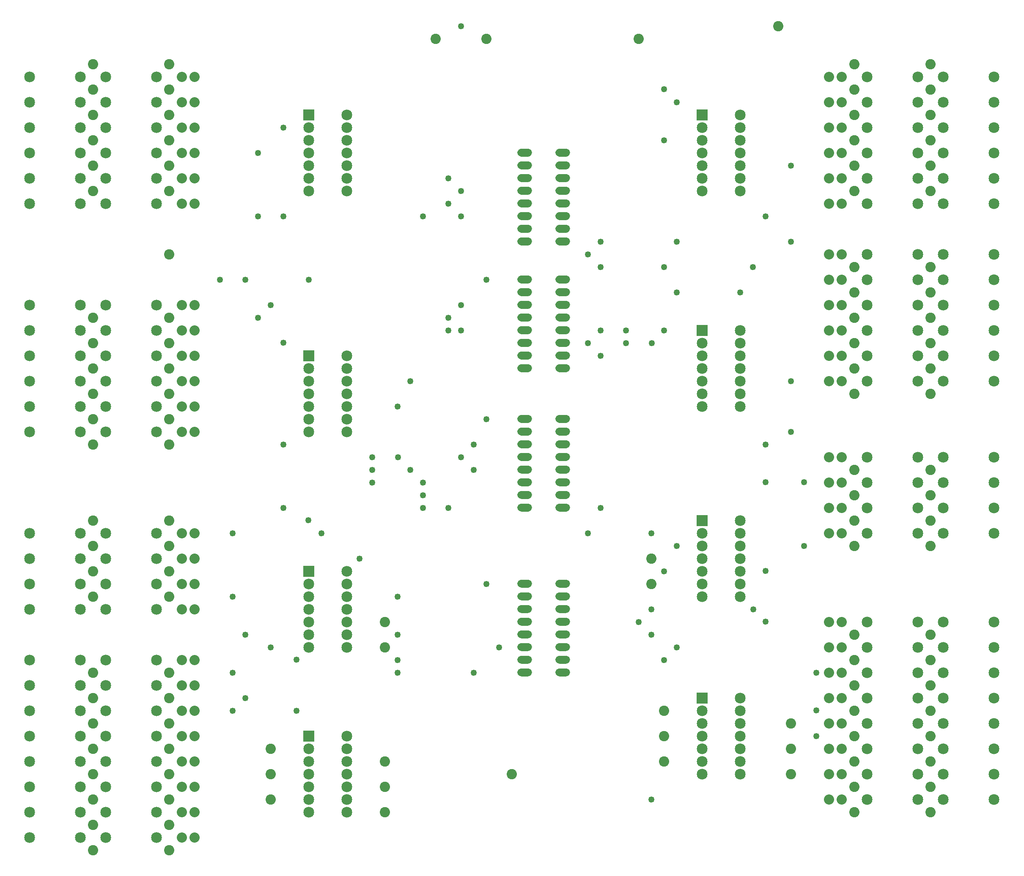
<source format=gbs>
G04 MADE WITH FRITZING*
G04 WWW.FRITZING.ORG*
G04 DOUBLE SIDED*
G04 HOLES PLATED*
G04 CONTOUR ON CENTER OF CONTOUR VECTOR*
%ASAXBY*%
%FSLAX23Y23*%
%MOIN*%
%OFA0B0*%
%SFA1.0B1.0*%
%ADD10C,0.062000*%
%ADD11C,0.085000*%
%ADD12C,0.080000*%
%ADD13C,0.080866*%
%ADD14C,0.049370*%
%ADD15R,0.085000X0.085000*%
%ADD16R,0.001000X0.001000*%
%LNMASK0*%
G90*
G70*
G54D10*
X4131Y2441D03*
X4131Y2341D03*
X4131Y2241D03*
X4131Y2141D03*
X4131Y2041D03*
X4131Y1941D03*
X4131Y1841D03*
X4131Y1741D03*
X4431Y1741D03*
X4431Y1841D03*
X4431Y1941D03*
X4431Y2041D03*
X4431Y2141D03*
X4431Y2241D03*
X4431Y2341D03*
X4431Y2441D03*
X4131Y3741D03*
X4131Y3641D03*
X4131Y3541D03*
X4131Y3441D03*
X4131Y3341D03*
X4131Y3241D03*
X4131Y3141D03*
X4131Y3041D03*
X4431Y3041D03*
X4431Y3141D03*
X4431Y3241D03*
X4431Y3341D03*
X4431Y3441D03*
X4431Y3541D03*
X4431Y3641D03*
X4431Y3741D03*
X4131Y4841D03*
X4131Y4741D03*
X4131Y4641D03*
X4131Y4541D03*
X4131Y4441D03*
X4131Y4341D03*
X4131Y4241D03*
X4131Y4141D03*
X4431Y4141D03*
X4431Y4241D03*
X4431Y4341D03*
X4431Y4441D03*
X4431Y4541D03*
X4431Y4641D03*
X4431Y4741D03*
X4431Y4841D03*
X4131Y5841D03*
X4131Y5741D03*
X4131Y5641D03*
X4131Y5541D03*
X4131Y5441D03*
X4131Y5341D03*
X4131Y5241D03*
X4131Y5141D03*
X4431Y5141D03*
X4431Y5241D03*
X4431Y5341D03*
X4431Y5441D03*
X4431Y5541D03*
X4431Y5641D03*
X4431Y5741D03*
X4431Y5841D03*
G54D11*
X2431Y2541D03*
X2731Y2541D03*
X2431Y2441D03*
X2731Y2441D03*
X2431Y2341D03*
X2731Y2341D03*
X2431Y2241D03*
X2731Y2241D03*
X2431Y2141D03*
X2731Y2141D03*
X2431Y2041D03*
X2731Y2041D03*
X2431Y1941D03*
X2731Y1941D03*
X5531Y1541D03*
X5831Y1541D03*
X5531Y1441D03*
X5831Y1441D03*
X5531Y1341D03*
X5831Y1341D03*
X5531Y1241D03*
X5831Y1241D03*
X5531Y1141D03*
X5831Y1141D03*
X5531Y1041D03*
X5831Y1041D03*
X5531Y941D03*
X5831Y941D03*
X5531Y2941D03*
X5831Y2941D03*
X5531Y2841D03*
X5831Y2841D03*
X5531Y2741D03*
X5831Y2741D03*
X5531Y2641D03*
X5831Y2641D03*
X5531Y2541D03*
X5831Y2541D03*
X5531Y2441D03*
X5831Y2441D03*
X5531Y2341D03*
X5831Y2341D03*
X5531Y4441D03*
X5831Y4441D03*
X5531Y4341D03*
X5831Y4341D03*
X5531Y4241D03*
X5831Y4241D03*
X5531Y4141D03*
X5831Y4141D03*
X5531Y4041D03*
X5831Y4041D03*
X5531Y3941D03*
X5831Y3941D03*
X5531Y3841D03*
X5831Y3841D03*
X5531Y6141D03*
X5831Y6141D03*
X5531Y6041D03*
X5831Y6041D03*
X5531Y5941D03*
X5831Y5941D03*
X5531Y5841D03*
X5831Y5841D03*
X5531Y5741D03*
X5831Y5741D03*
X5531Y5641D03*
X5831Y5641D03*
X5531Y5541D03*
X5831Y5541D03*
X2431Y1241D03*
X2731Y1241D03*
X2431Y1141D03*
X2731Y1141D03*
X2431Y1041D03*
X2731Y1041D03*
X2431Y941D03*
X2731Y941D03*
X2431Y841D03*
X2731Y841D03*
X2431Y741D03*
X2731Y741D03*
X2431Y641D03*
X2731Y641D03*
X2431Y4241D03*
X2731Y4241D03*
X2431Y4141D03*
X2731Y4141D03*
X2431Y4041D03*
X2731Y4041D03*
X2431Y3941D03*
X2731Y3941D03*
X2431Y3841D03*
X2731Y3841D03*
X2431Y3741D03*
X2731Y3741D03*
X2431Y3641D03*
X2731Y3641D03*
X2431Y6141D03*
X2731Y6141D03*
X2431Y6041D03*
X2731Y6041D03*
X2431Y5941D03*
X2731Y5941D03*
X2431Y5841D03*
X2731Y5841D03*
X2431Y5741D03*
X2731Y5741D03*
X2431Y5641D03*
X2731Y5641D03*
X2431Y5541D03*
X2731Y5541D03*
G54D12*
X6531Y6441D03*
X6631Y6441D03*
X6531Y6241D03*
X6631Y6241D03*
X6531Y6041D03*
X6631Y6041D03*
X6531Y5841D03*
X6631Y5841D03*
X6531Y5641D03*
X6631Y5641D03*
X6531Y5441D03*
X6631Y5441D03*
X6531Y5041D03*
X6631Y5041D03*
X6531Y4841D03*
X6631Y4841D03*
X6531Y4641D03*
X6631Y4641D03*
X6531Y4441D03*
X6631Y4441D03*
X6531Y4241D03*
X6631Y4241D03*
X6531Y4041D03*
X6631Y4041D03*
X6531Y741D03*
X6631Y741D03*
X6531Y941D03*
X6631Y941D03*
X6531Y1141D03*
X6631Y1141D03*
X6531Y1341D03*
X6631Y1341D03*
X6531Y1541D03*
X6631Y1541D03*
X6531Y1741D03*
X6631Y1741D03*
X6531Y1941D03*
X6631Y1941D03*
X6531Y2141D03*
X6631Y2141D03*
X6531Y2841D03*
X6631Y2841D03*
X6531Y3041D03*
X6631Y3041D03*
X6531Y3241D03*
X6631Y3241D03*
X6531Y3441D03*
X6631Y3441D03*
X1431Y6441D03*
X1531Y6441D03*
X1431Y6241D03*
X1531Y6241D03*
X1431Y3641D03*
X1531Y3641D03*
X1431Y6041D03*
X1531Y6041D03*
X1431Y5841D03*
X1531Y5841D03*
X1431Y5641D03*
X1531Y5641D03*
X1431Y5441D03*
X1531Y5441D03*
X1431Y4641D03*
X1531Y4641D03*
X1431Y4441D03*
X1531Y4441D03*
X1431Y4241D03*
X1531Y4241D03*
X1431Y4041D03*
X1531Y4041D03*
X1431Y3841D03*
X1531Y3841D03*
X1431Y2841D03*
X1531Y2841D03*
X1431Y2641D03*
X1531Y2641D03*
X1431Y2441D03*
X1531Y2441D03*
X1431Y2241D03*
X1531Y2241D03*
X1431Y1841D03*
X1531Y1841D03*
X1431Y1641D03*
X1531Y1641D03*
X1431Y1441D03*
X1531Y1441D03*
X1431Y1241D03*
X1531Y1241D03*
X1431Y1041D03*
X1531Y1041D03*
X1431Y841D03*
X1531Y841D03*
X1431Y641D03*
X1531Y641D03*
X1431Y441D03*
X1531Y441D03*
G54D11*
X831Y441D03*
X1231Y441D03*
X231Y441D03*
X631Y441D03*
X231Y641D03*
X631Y641D03*
X231Y841D03*
X631Y841D03*
X231Y1041D03*
X631Y1041D03*
X231Y1241D03*
X631Y1241D03*
X231Y1441D03*
X631Y1441D03*
X231Y1641D03*
X631Y1641D03*
X231Y1841D03*
X631Y1841D03*
X231Y2241D03*
X631Y2241D03*
X231Y2441D03*
X631Y2441D03*
X231Y2641D03*
X631Y2641D03*
X231Y2841D03*
X631Y2841D03*
X231Y3641D03*
X631Y3641D03*
X231Y3841D03*
X631Y3841D03*
X231Y4041D03*
X631Y4041D03*
X231Y4241D03*
X631Y4241D03*
X231Y4441D03*
X631Y4441D03*
X231Y4641D03*
X631Y4641D03*
X231Y5441D03*
X631Y5441D03*
X231Y5641D03*
X631Y5641D03*
X231Y5841D03*
X631Y5841D03*
X231Y6041D03*
X631Y6041D03*
X231Y6241D03*
X631Y6241D03*
X231Y6441D03*
X631Y6441D03*
X7431Y741D03*
X7831Y741D03*
X7431Y941D03*
X7831Y941D03*
X7431Y1141D03*
X7831Y1141D03*
X7431Y1341D03*
X7831Y1341D03*
X7431Y1541D03*
X7831Y1541D03*
X7431Y1741D03*
X7831Y1741D03*
X7431Y1941D03*
X7831Y1941D03*
X7431Y2141D03*
X7831Y2141D03*
X7431Y2841D03*
X7831Y2841D03*
X7431Y3041D03*
X7831Y3041D03*
X7431Y3241D03*
X7831Y3241D03*
X7431Y3441D03*
X7831Y3441D03*
X7431Y4041D03*
X7831Y4041D03*
X7431Y4241D03*
X7831Y4241D03*
X7431Y4441D03*
X7831Y4441D03*
X7431Y4641D03*
X7831Y4641D03*
X7431Y4841D03*
X7831Y4841D03*
X7431Y5041D03*
X7831Y5041D03*
X7431Y5441D03*
X7831Y5441D03*
X7431Y5641D03*
X7831Y5641D03*
X7431Y5841D03*
X7831Y5841D03*
X7431Y6041D03*
X7831Y6041D03*
X7431Y6241D03*
X7831Y6241D03*
X7431Y6441D03*
X7831Y6441D03*
X831Y641D03*
X1231Y641D03*
X831Y841D03*
X1231Y841D03*
X831Y1041D03*
X1231Y1041D03*
X831Y1241D03*
X1231Y1241D03*
X831Y1441D03*
X1231Y1441D03*
X831Y1641D03*
X1231Y1641D03*
X831Y1841D03*
X1231Y1841D03*
X831Y2241D03*
X1231Y2241D03*
X831Y2441D03*
X1231Y2441D03*
X831Y2641D03*
X1231Y2641D03*
X831Y2841D03*
X1231Y2841D03*
X831Y3641D03*
X1231Y3641D03*
X831Y3841D03*
X1231Y3841D03*
X831Y4041D03*
X1231Y4041D03*
X831Y4241D03*
X1231Y4241D03*
X831Y4441D03*
X1231Y4441D03*
X831Y4641D03*
X1231Y4641D03*
X831Y5441D03*
X1231Y5441D03*
X831Y5641D03*
X1231Y5641D03*
X831Y5841D03*
X1231Y5841D03*
X831Y6041D03*
X1231Y6041D03*
X831Y6241D03*
X1231Y6241D03*
X831Y6441D03*
X1231Y6441D03*
X6831Y741D03*
X7231Y741D03*
X6831Y941D03*
X7231Y941D03*
X6831Y1141D03*
X7231Y1141D03*
X6831Y1341D03*
X7231Y1341D03*
X6831Y1541D03*
X7231Y1541D03*
X6831Y1741D03*
X7231Y1741D03*
X6831Y1941D03*
X7231Y1941D03*
X6831Y2141D03*
X7231Y2141D03*
X6831Y2841D03*
X7231Y2841D03*
X6831Y3041D03*
X7231Y3041D03*
X6831Y3241D03*
X7231Y3241D03*
X6831Y3441D03*
X7231Y3441D03*
X6831Y4041D03*
X7231Y4041D03*
X6831Y4241D03*
X7231Y4241D03*
X6831Y4441D03*
X7231Y4441D03*
X6831Y4641D03*
X7231Y4641D03*
X6831Y4841D03*
X7231Y4841D03*
X6831Y5041D03*
X7231Y5041D03*
X6831Y5441D03*
X7231Y5441D03*
X6831Y5641D03*
X7231Y5641D03*
X6831Y5841D03*
X7231Y5841D03*
X6831Y6041D03*
X7231Y6041D03*
X6831Y6241D03*
X7231Y6241D03*
X6831Y6441D03*
X7231Y6441D03*
G54D13*
X3031Y1041D03*
X3031Y841D03*
X3031Y641D03*
X2131Y741D03*
X2131Y941D03*
X2131Y1141D03*
X3031Y1941D03*
X3031Y2141D03*
X5131Y2641D03*
X6231Y941D03*
X6231Y1141D03*
X6231Y1341D03*
X5231Y1041D03*
X5231Y1241D03*
X5231Y1441D03*
X5131Y2441D03*
X5031Y6741D03*
X3831Y6741D03*
X3431Y6741D03*
X1331Y341D03*
X1331Y541D03*
X1331Y741D03*
X1331Y941D03*
X1331Y1141D03*
X1331Y1341D03*
X1331Y1541D03*
X1331Y1741D03*
X1331Y2341D03*
X1331Y2541D03*
X1331Y2741D03*
X1331Y2941D03*
X1331Y3541D03*
X1331Y3741D03*
X1331Y3941D03*
X1331Y4141D03*
X1331Y4341D03*
X1331Y4541D03*
X1331Y5541D03*
X1331Y5741D03*
X1331Y5941D03*
X1331Y6141D03*
X1331Y6341D03*
X1331Y6541D03*
X6731Y641D03*
X6731Y841D03*
X6731Y1041D03*
X6731Y1241D03*
X6731Y1441D03*
X6731Y1641D03*
X6731Y1841D03*
X6731Y2041D03*
X6731Y2741D03*
X6731Y2941D03*
X6731Y3141D03*
X6731Y3341D03*
X6731Y3941D03*
X6731Y4141D03*
X6731Y4341D03*
X6731Y4541D03*
X6731Y4741D03*
X6731Y4941D03*
X6731Y5541D03*
X6731Y5741D03*
X6731Y5941D03*
X6731Y6141D03*
X6731Y6341D03*
X6731Y6541D03*
X1331Y5041D03*
X4031Y941D03*
X6131Y6841D03*
X731Y341D03*
X731Y541D03*
X731Y741D03*
X731Y941D03*
X731Y1141D03*
X731Y1341D03*
X731Y1541D03*
X731Y1741D03*
X731Y2341D03*
X731Y2541D03*
X731Y2741D03*
X731Y2941D03*
X731Y3541D03*
X731Y3741D03*
X731Y3941D03*
X731Y4141D03*
X731Y4341D03*
X731Y4541D03*
X731Y5541D03*
X731Y5741D03*
X731Y5941D03*
X731Y6141D03*
X731Y6341D03*
X731Y6541D03*
X7331Y641D03*
X7331Y841D03*
X7331Y1041D03*
X7331Y1241D03*
X7331Y1441D03*
X7331Y1641D03*
X7331Y1841D03*
X7331Y2041D03*
X7331Y2741D03*
X7331Y2941D03*
X7331Y3141D03*
X7331Y3341D03*
X7331Y3941D03*
X7331Y4141D03*
X7331Y4341D03*
X7331Y4541D03*
X7331Y4741D03*
X7331Y4941D03*
X7331Y5541D03*
X7331Y5741D03*
X7331Y5941D03*
X7331Y6141D03*
X7331Y6341D03*
X7331Y6541D03*
G54D14*
X5331Y6241D03*
X5231Y5941D03*
X6231Y5741D03*
X4631Y5041D03*
X6231Y5141D03*
X5331Y5141D03*
X5931Y4941D03*
X5231Y4941D03*
X4731Y4941D03*
X4731Y5141D03*
X5831Y4741D03*
X5330Y4738D03*
X5231Y4441D03*
X4931Y4441D03*
X5133Y4341D03*
X4731Y4441D03*
X4631Y4341D03*
X4929Y4341D03*
X6031Y5341D03*
X4731Y3041D03*
X4731Y4241D03*
X6231Y4041D03*
X6231Y3641D03*
X6031Y3541D03*
X6029Y2542D03*
X6029Y2143D03*
X5131Y2041D03*
X5932Y2241D03*
X6333Y2741D03*
X6029Y3244D03*
X6333Y3244D03*
X5331Y1941D03*
X5331Y2741D03*
X5231Y2541D03*
X5231Y1841D03*
X5131Y2241D03*
X5031Y2141D03*
X5131Y2841D03*
X4631Y2841D03*
X6431Y1741D03*
X6430Y1443D03*
X6430Y1241D03*
X5131Y741D03*
X3531Y5641D03*
X3531Y5441D03*
X3631Y5541D03*
X2231Y6041D03*
X2231Y5341D03*
X3331Y5341D03*
X3631Y5341D03*
X2131Y4641D03*
X2030Y4539D03*
X3531Y4541D03*
X3631Y4641D03*
X2031Y5841D03*
X2031Y5341D03*
X1731Y4841D03*
X2431Y4841D03*
X1931Y4841D03*
X2231Y4342D03*
X3631Y4441D03*
X3531Y4441D03*
X2231Y3541D03*
X3531Y3041D03*
X2231Y3041D03*
X3331Y3041D03*
X3731Y3341D03*
X3331Y3141D03*
X3131Y3841D03*
X3631Y3441D03*
X3731Y3541D03*
X3231Y4041D03*
X3631Y6841D03*
X1931Y2041D03*
X1931Y1541D03*
X2131Y1941D03*
X3131Y1741D03*
X3731Y1741D03*
X1831Y2341D03*
X2831Y2641D03*
X1831Y2841D03*
X2530Y2839D03*
X2428Y2943D03*
X3931Y1941D03*
X3131Y2341D03*
X1831Y1741D03*
X1831Y1441D03*
X2332Y1441D03*
X3131Y2041D03*
X3831Y3741D03*
X3831Y2441D03*
X3133Y3441D03*
X3229Y3341D03*
X3330Y3240D03*
X2931Y3439D03*
X2931Y3341D03*
X2931Y3241D03*
X5231Y6342D03*
X3131Y1841D03*
X2333Y1843D03*
X3831Y4841D03*
G54D15*
X2431Y2541D03*
X5531Y1541D03*
X5531Y2941D03*
X5531Y4441D03*
X5531Y6141D03*
X2431Y1241D03*
X2431Y4241D03*
X2431Y6141D03*
G54D16*
X4100Y5872D02*
X4162Y5872D01*
X4400Y5872D02*
X4462Y5872D01*
X4096Y5871D02*
X4166Y5871D01*
X4396Y5871D02*
X4466Y5871D01*
X4094Y5870D02*
X4169Y5870D01*
X4394Y5870D02*
X4469Y5870D01*
X4092Y5869D02*
X4171Y5869D01*
X4392Y5869D02*
X4471Y5869D01*
X4090Y5868D02*
X4173Y5868D01*
X4390Y5868D02*
X4473Y5868D01*
X4088Y5867D02*
X4174Y5867D01*
X4388Y5867D02*
X4474Y5867D01*
X4087Y5866D02*
X4176Y5866D01*
X4387Y5866D02*
X4476Y5866D01*
X4085Y5865D02*
X4177Y5865D01*
X4385Y5865D02*
X4477Y5865D01*
X4084Y5864D02*
X4178Y5864D01*
X4384Y5864D02*
X4478Y5864D01*
X4083Y5863D02*
X4179Y5863D01*
X4383Y5863D02*
X4479Y5863D01*
X4082Y5862D02*
X4180Y5862D01*
X4382Y5862D02*
X4480Y5862D01*
X4082Y5861D02*
X4181Y5861D01*
X4382Y5861D02*
X4481Y5861D01*
X4081Y5860D02*
X4181Y5860D01*
X4381Y5860D02*
X4481Y5860D01*
X4080Y5859D02*
X4182Y5859D01*
X4380Y5859D02*
X4482Y5859D01*
X4080Y5858D02*
X4183Y5858D01*
X4380Y5858D02*
X4483Y5858D01*
X4079Y5857D02*
X4183Y5857D01*
X4379Y5857D02*
X4483Y5857D01*
X4078Y5856D02*
X4184Y5856D01*
X4378Y5856D02*
X4484Y5856D01*
X4078Y5855D02*
X4184Y5855D01*
X4378Y5855D02*
X4484Y5855D01*
X4077Y5854D02*
X4185Y5854D01*
X4377Y5854D02*
X4485Y5854D01*
X4077Y5853D02*
X4185Y5853D01*
X4377Y5853D02*
X4485Y5853D01*
X4077Y5852D02*
X4127Y5852D01*
X4135Y5852D02*
X4186Y5852D01*
X4377Y5852D02*
X4427Y5852D01*
X4435Y5852D02*
X4486Y5852D01*
X4076Y5851D02*
X4125Y5851D01*
X4137Y5851D02*
X4186Y5851D01*
X4376Y5851D02*
X4425Y5851D01*
X4437Y5851D02*
X4486Y5851D01*
X4076Y5850D02*
X4124Y5850D01*
X4139Y5850D02*
X4186Y5850D01*
X4376Y5850D02*
X4424Y5850D01*
X4439Y5850D02*
X4486Y5850D01*
X4076Y5849D02*
X4123Y5849D01*
X4140Y5849D02*
X4187Y5849D01*
X4376Y5849D02*
X4423Y5849D01*
X4440Y5849D02*
X4487Y5849D01*
X4075Y5848D02*
X4122Y5848D01*
X4141Y5848D02*
X4187Y5848D01*
X4375Y5848D02*
X4422Y5848D01*
X4441Y5848D02*
X4487Y5848D01*
X4075Y5847D02*
X4121Y5847D01*
X4141Y5847D02*
X4187Y5847D01*
X4375Y5847D02*
X4421Y5847D01*
X4441Y5847D02*
X4487Y5847D01*
X4075Y5846D02*
X4121Y5846D01*
X4142Y5846D02*
X4187Y5846D01*
X4375Y5846D02*
X4421Y5846D01*
X4442Y5846D02*
X4487Y5846D01*
X4075Y5845D02*
X4120Y5845D01*
X4142Y5845D02*
X4187Y5845D01*
X4375Y5845D02*
X4420Y5845D01*
X4442Y5845D02*
X4487Y5845D01*
X4075Y5844D02*
X4120Y5844D01*
X4142Y5844D02*
X4188Y5844D01*
X4375Y5844D02*
X4420Y5844D01*
X4442Y5844D02*
X4488Y5844D01*
X4075Y5843D02*
X4120Y5843D01*
X4143Y5843D02*
X4188Y5843D01*
X4375Y5843D02*
X4420Y5843D01*
X4443Y5843D02*
X4488Y5843D01*
X4075Y5842D02*
X4120Y5842D01*
X4143Y5842D02*
X4188Y5842D01*
X4375Y5842D02*
X4420Y5842D01*
X4443Y5842D02*
X4488Y5842D01*
X4075Y5841D02*
X4120Y5841D01*
X4143Y5841D02*
X4188Y5841D01*
X4375Y5841D02*
X4420Y5841D01*
X4443Y5841D02*
X4488Y5841D01*
X4075Y5840D02*
X4120Y5840D01*
X4143Y5840D02*
X4188Y5840D01*
X4375Y5840D02*
X4420Y5840D01*
X4443Y5840D02*
X4488Y5840D01*
X4075Y5839D02*
X4120Y5839D01*
X4142Y5839D02*
X4188Y5839D01*
X4375Y5839D02*
X4420Y5839D01*
X4442Y5839D02*
X4488Y5839D01*
X4075Y5838D02*
X4120Y5838D01*
X4142Y5838D02*
X4187Y5838D01*
X4375Y5838D02*
X4420Y5838D01*
X4442Y5838D02*
X4487Y5838D01*
X4075Y5837D02*
X4121Y5837D01*
X4142Y5837D02*
X4187Y5837D01*
X4375Y5837D02*
X4421Y5837D01*
X4442Y5837D02*
X4487Y5837D01*
X4075Y5836D02*
X4121Y5836D01*
X4141Y5836D02*
X4187Y5836D01*
X4375Y5836D02*
X4421Y5836D01*
X4441Y5836D02*
X4487Y5836D01*
X4075Y5835D02*
X4122Y5835D01*
X4141Y5835D02*
X4187Y5835D01*
X4375Y5835D02*
X4422Y5835D01*
X4440Y5835D02*
X4487Y5835D01*
X4076Y5834D02*
X4123Y5834D01*
X4140Y5834D02*
X4187Y5834D01*
X4376Y5834D02*
X4423Y5834D01*
X4440Y5834D02*
X4487Y5834D01*
X4076Y5833D02*
X4124Y5833D01*
X4139Y5833D02*
X4186Y5833D01*
X4376Y5833D02*
X4424Y5833D01*
X4439Y5833D02*
X4486Y5833D01*
X4076Y5832D02*
X4125Y5832D01*
X4137Y5832D02*
X4186Y5832D01*
X4376Y5832D02*
X4425Y5832D01*
X4437Y5832D02*
X4486Y5832D01*
X4077Y5831D02*
X4127Y5831D01*
X4135Y5831D02*
X4186Y5831D01*
X4377Y5831D02*
X4427Y5831D01*
X4435Y5831D02*
X4486Y5831D01*
X4077Y5830D02*
X4185Y5830D01*
X4377Y5830D02*
X4485Y5830D01*
X4077Y5829D02*
X4185Y5829D01*
X4377Y5829D02*
X4485Y5829D01*
X4078Y5828D02*
X4184Y5828D01*
X4378Y5828D02*
X4484Y5828D01*
X4078Y5827D02*
X4184Y5827D01*
X4378Y5827D02*
X4484Y5827D01*
X4079Y5826D02*
X4183Y5826D01*
X4379Y5826D02*
X4483Y5826D01*
X4080Y5825D02*
X4183Y5825D01*
X4380Y5825D02*
X4483Y5825D01*
X4080Y5824D02*
X4182Y5824D01*
X4380Y5824D02*
X4482Y5824D01*
X4081Y5823D02*
X4181Y5823D01*
X4381Y5823D02*
X4481Y5823D01*
X4082Y5822D02*
X4181Y5822D01*
X4382Y5822D02*
X4481Y5822D01*
X4082Y5821D02*
X4180Y5821D01*
X4382Y5821D02*
X4480Y5821D01*
X4083Y5820D02*
X4179Y5820D01*
X4383Y5820D02*
X4479Y5820D01*
X4084Y5819D02*
X4178Y5819D01*
X4384Y5819D02*
X4478Y5819D01*
X4086Y5818D02*
X4177Y5818D01*
X4386Y5818D02*
X4477Y5818D01*
X4087Y5817D02*
X4176Y5817D01*
X4387Y5817D02*
X4475Y5817D01*
X4088Y5816D02*
X4174Y5816D01*
X4388Y5816D02*
X4474Y5816D01*
X4090Y5815D02*
X4172Y5815D01*
X4390Y5815D02*
X4472Y5815D01*
X4092Y5814D02*
X4171Y5814D01*
X4392Y5814D02*
X4471Y5814D01*
X4094Y5813D02*
X4169Y5813D01*
X4394Y5813D02*
X4469Y5813D01*
X4097Y5812D02*
X4166Y5812D01*
X4396Y5812D02*
X4466Y5812D01*
X4101Y5811D02*
X4162Y5811D01*
X4401Y5811D02*
X4462Y5811D01*
X4100Y5772D02*
X4162Y5772D01*
X4400Y5772D02*
X4462Y5772D01*
X4096Y5771D02*
X4166Y5771D01*
X4396Y5771D02*
X4466Y5771D01*
X4094Y5770D02*
X4169Y5770D01*
X4394Y5770D02*
X4469Y5770D01*
X4092Y5769D02*
X4171Y5769D01*
X4391Y5769D02*
X4471Y5769D01*
X4090Y5768D02*
X4173Y5768D01*
X4390Y5768D02*
X4473Y5768D01*
X4088Y5767D02*
X4174Y5767D01*
X4388Y5767D02*
X4474Y5767D01*
X4087Y5766D02*
X4176Y5766D01*
X4387Y5766D02*
X4476Y5766D01*
X4085Y5765D02*
X4177Y5765D01*
X4385Y5765D02*
X4477Y5765D01*
X4084Y5764D02*
X4178Y5764D01*
X4384Y5764D02*
X4478Y5764D01*
X4083Y5763D02*
X4179Y5763D01*
X4383Y5763D02*
X4479Y5763D01*
X4082Y5762D02*
X4180Y5762D01*
X4382Y5762D02*
X4480Y5762D01*
X4082Y5761D02*
X4181Y5761D01*
X4382Y5761D02*
X4481Y5761D01*
X4081Y5760D02*
X4181Y5760D01*
X4381Y5760D02*
X4481Y5760D01*
X4080Y5759D02*
X4182Y5759D01*
X4380Y5759D02*
X4482Y5759D01*
X4080Y5758D02*
X4183Y5758D01*
X4380Y5758D02*
X4483Y5758D01*
X4079Y5757D02*
X4183Y5757D01*
X4379Y5757D02*
X4483Y5757D01*
X4078Y5756D02*
X4184Y5756D01*
X4378Y5756D02*
X4484Y5756D01*
X4078Y5755D02*
X4184Y5755D01*
X4378Y5755D02*
X4484Y5755D01*
X4077Y5754D02*
X4185Y5754D01*
X4377Y5754D02*
X4485Y5754D01*
X4077Y5753D02*
X4185Y5753D01*
X4377Y5753D02*
X4485Y5753D01*
X4077Y5752D02*
X4127Y5752D01*
X4135Y5752D02*
X4186Y5752D01*
X4377Y5752D02*
X4427Y5752D01*
X4435Y5752D02*
X4486Y5752D01*
X4076Y5751D02*
X4125Y5751D01*
X4137Y5751D02*
X4186Y5751D01*
X4376Y5751D02*
X4425Y5751D01*
X4437Y5751D02*
X4486Y5751D01*
X4076Y5750D02*
X4124Y5750D01*
X4139Y5750D02*
X4186Y5750D01*
X4376Y5750D02*
X4424Y5750D01*
X4439Y5750D02*
X4486Y5750D01*
X4076Y5749D02*
X4123Y5749D01*
X4140Y5749D02*
X4187Y5749D01*
X4376Y5749D02*
X4423Y5749D01*
X4440Y5749D02*
X4487Y5749D01*
X4075Y5748D02*
X4122Y5748D01*
X4141Y5748D02*
X4187Y5748D01*
X4375Y5748D02*
X4422Y5748D01*
X4441Y5748D02*
X4487Y5748D01*
X4075Y5747D02*
X4121Y5747D01*
X4141Y5747D02*
X4187Y5747D01*
X4375Y5747D02*
X4421Y5747D01*
X4441Y5747D02*
X4487Y5747D01*
X4075Y5746D02*
X4121Y5746D01*
X4142Y5746D02*
X4187Y5746D01*
X4375Y5746D02*
X4421Y5746D01*
X4442Y5746D02*
X4487Y5746D01*
X4075Y5745D02*
X4120Y5745D01*
X4142Y5745D02*
X4187Y5745D01*
X4375Y5745D02*
X4420Y5745D01*
X4442Y5745D02*
X4487Y5745D01*
X4075Y5744D02*
X4120Y5744D01*
X4142Y5744D02*
X4188Y5744D01*
X4375Y5744D02*
X4420Y5744D01*
X4442Y5744D02*
X4488Y5744D01*
X4075Y5743D02*
X4120Y5743D01*
X4143Y5743D02*
X4188Y5743D01*
X4375Y5743D02*
X4420Y5743D01*
X4443Y5743D02*
X4488Y5743D01*
X4075Y5742D02*
X4120Y5742D01*
X4143Y5742D02*
X4188Y5742D01*
X4375Y5742D02*
X4420Y5742D01*
X4443Y5742D02*
X4488Y5742D01*
X4075Y5741D02*
X4120Y5741D01*
X4143Y5741D02*
X4188Y5741D01*
X4375Y5741D02*
X4420Y5741D01*
X4443Y5741D02*
X4488Y5741D01*
X4075Y5740D02*
X4120Y5740D01*
X4143Y5740D02*
X4188Y5740D01*
X4375Y5740D02*
X4420Y5740D01*
X4443Y5740D02*
X4488Y5740D01*
X4075Y5739D02*
X4120Y5739D01*
X4142Y5739D02*
X4188Y5739D01*
X4375Y5739D02*
X4420Y5739D01*
X4442Y5739D02*
X4488Y5739D01*
X4075Y5738D02*
X4120Y5738D01*
X4142Y5738D02*
X4187Y5738D01*
X4375Y5738D02*
X4420Y5738D01*
X4442Y5738D02*
X4487Y5738D01*
X4075Y5737D02*
X4121Y5737D01*
X4142Y5737D02*
X4187Y5737D01*
X4375Y5737D02*
X4421Y5737D01*
X4442Y5737D02*
X4487Y5737D01*
X4075Y5736D02*
X4121Y5736D01*
X4141Y5736D02*
X4187Y5736D01*
X4375Y5736D02*
X4421Y5736D01*
X4441Y5736D02*
X4487Y5736D01*
X4075Y5735D02*
X4122Y5735D01*
X4141Y5735D02*
X4187Y5735D01*
X4375Y5735D02*
X4422Y5735D01*
X4440Y5735D02*
X4487Y5735D01*
X4076Y5734D02*
X4123Y5734D01*
X4140Y5734D02*
X4187Y5734D01*
X4376Y5734D02*
X4423Y5734D01*
X4440Y5734D02*
X4487Y5734D01*
X4076Y5733D02*
X4124Y5733D01*
X4139Y5733D02*
X4186Y5733D01*
X4376Y5733D02*
X4424Y5733D01*
X4439Y5733D02*
X4486Y5733D01*
X4076Y5732D02*
X4125Y5732D01*
X4137Y5732D02*
X4186Y5732D01*
X4376Y5732D02*
X4425Y5732D01*
X4437Y5732D02*
X4486Y5732D01*
X4077Y5731D02*
X4127Y5731D01*
X4135Y5731D02*
X4186Y5731D01*
X4377Y5731D02*
X4427Y5731D01*
X4435Y5731D02*
X4486Y5731D01*
X4077Y5730D02*
X4185Y5730D01*
X4377Y5730D02*
X4485Y5730D01*
X4077Y5729D02*
X4185Y5729D01*
X4377Y5729D02*
X4485Y5729D01*
X4078Y5728D02*
X4184Y5728D01*
X4378Y5728D02*
X4484Y5728D01*
X4078Y5727D02*
X4184Y5727D01*
X4378Y5727D02*
X4484Y5727D01*
X4079Y5726D02*
X4183Y5726D01*
X4379Y5726D02*
X4483Y5726D01*
X4080Y5725D02*
X4183Y5725D01*
X4380Y5725D02*
X4483Y5725D01*
X4080Y5724D02*
X4182Y5724D01*
X4380Y5724D02*
X4482Y5724D01*
X4081Y5723D02*
X4181Y5723D01*
X4381Y5723D02*
X4481Y5723D01*
X4082Y5722D02*
X4181Y5722D01*
X4382Y5722D02*
X4481Y5722D01*
X4082Y5721D02*
X4180Y5721D01*
X4382Y5721D02*
X4480Y5721D01*
X4083Y5720D02*
X4179Y5720D01*
X4383Y5720D02*
X4479Y5720D01*
X4084Y5719D02*
X4178Y5719D01*
X4384Y5719D02*
X4478Y5719D01*
X4086Y5718D02*
X4177Y5718D01*
X4386Y5718D02*
X4477Y5718D01*
X4087Y5717D02*
X4176Y5717D01*
X4387Y5717D02*
X4475Y5717D01*
X4088Y5716D02*
X4174Y5716D01*
X4388Y5716D02*
X4474Y5716D01*
X4090Y5715D02*
X4172Y5715D01*
X4390Y5715D02*
X4472Y5715D01*
X4092Y5714D02*
X4171Y5714D01*
X4392Y5714D02*
X4471Y5714D01*
X4094Y5713D02*
X4169Y5713D01*
X4394Y5713D02*
X4469Y5713D01*
X4097Y5712D02*
X4166Y5712D01*
X4397Y5712D02*
X4466Y5712D01*
X4101Y5711D02*
X4162Y5711D01*
X4401Y5711D02*
X4462Y5711D01*
X4100Y5672D02*
X4162Y5672D01*
X4400Y5672D02*
X4462Y5672D01*
X4096Y5671D02*
X4166Y5671D01*
X4396Y5671D02*
X4466Y5671D01*
X4094Y5670D02*
X4169Y5670D01*
X4394Y5670D02*
X4469Y5670D01*
X4092Y5669D02*
X4171Y5669D01*
X4391Y5669D02*
X4471Y5669D01*
X4090Y5668D02*
X4173Y5668D01*
X4390Y5668D02*
X4473Y5668D01*
X4088Y5667D02*
X4174Y5667D01*
X4388Y5667D02*
X4474Y5667D01*
X4087Y5666D02*
X4176Y5666D01*
X4387Y5666D02*
X4476Y5666D01*
X4085Y5665D02*
X4177Y5665D01*
X4385Y5665D02*
X4477Y5665D01*
X4084Y5664D02*
X4178Y5664D01*
X4384Y5664D02*
X4478Y5664D01*
X4083Y5663D02*
X4179Y5663D01*
X4383Y5663D02*
X4479Y5663D01*
X4082Y5662D02*
X4180Y5662D01*
X4382Y5662D02*
X4480Y5662D01*
X4082Y5661D02*
X4181Y5661D01*
X4382Y5661D02*
X4481Y5661D01*
X4081Y5660D02*
X4181Y5660D01*
X4381Y5660D02*
X4481Y5660D01*
X4080Y5659D02*
X4182Y5659D01*
X4380Y5659D02*
X4482Y5659D01*
X4080Y5658D02*
X4183Y5658D01*
X4379Y5658D02*
X4483Y5658D01*
X4079Y5657D02*
X4183Y5657D01*
X4379Y5657D02*
X4483Y5657D01*
X4078Y5656D02*
X4184Y5656D01*
X4378Y5656D02*
X4484Y5656D01*
X4078Y5655D02*
X4184Y5655D01*
X4378Y5655D02*
X4484Y5655D01*
X4077Y5654D02*
X4185Y5654D01*
X4377Y5654D02*
X4485Y5654D01*
X4077Y5653D02*
X4185Y5653D01*
X4377Y5653D02*
X4485Y5653D01*
X4077Y5652D02*
X4127Y5652D01*
X4135Y5652D02*
X4186Y5652D01*
X4377Y5652D02*
X4427Y5652D01*
X4435Y5652D02*
X4486Y5652D01*
X4076Y5651D02*
X4125Y5651D01*
X4137Y5651D02*
X4186Y5651D01*
X4376Y5651D02*
X4425Y5651D01*
X4437Y5651D02*
X4486Y5651D01*
X4076Y5650D02*
X4124Y5650D01*
X4139Y5650D02*
X4186Y5650D01*
X4376Y5650D02*
X4424Y5650D01*
X4439Y5650D02*
X4486Y5650D01*
X4076Y5649D02*
X4123Y5649D01*
X4140Y5649D02*
X4187Y5649D01*
X4376Y5649D02*
X4423Y5649D01*
X4440Y5649D02*
X4487Y5649D01*
X4075Y5648D02*
X4122Y5648D01*
X4141Y5648D02*
X4187Y5648D01*
X4375Y5648D02*
X4422Y5648D01*
X4441Y5648D02*
X4487Y5648D01*
X4075Y5647D02*
X4121Y5647D01*
X4141Y5647D02*
X4187Y5647D01*
X4375Y5647D02*
X4421Y5647D01*
X4441Y5647D02*
X4487Y5647D01*
X4075Y5646D02*
X4121Y5646D01*
X4142Y5646D02*
X4187Y5646D01*
X4375Y5646D02*
X4421Y5646D01*
X4442Y5646D02*
X4487Y5646D01*
X4075Y5645D02*
X4120Y5645D01*
X4142Y5645D02*
X4187Y5645D01*
X4375Y5645D02*
X4420Y5645D01*
X4442Y5645D02*
X4487Y5645D01*
X4075Y5644D02*
X4120Y5644D01*
X4142Y5644D02*
X4188Y5644D01*
X4375Y5644D02*
X4420Y5644D01*
X4442Y5644D02*
X4488Y5644D01*
X4075Y5643D02*
X4120Y5643D01*
X4143Y5643D02*
X4188Y5643D01*
X4375Y5643D02*
X4420Y5643D01*
X4443Y5643D02*
X4488Y5643D01*
X4075Y5642D02*
X4120Y5642D01*
X4143Y5642D02*
X4188Y5642D01*
X4375Y5642D02*
X4420Y5642D01*
X4443Y5642D02*
X4488Y5642D01*
X4075Y5641D02*
X4120Y5641D01*
X4143Y5641D02*
X4188Y5641D01*
X4375Y5641D02*
X4420Y5641D01*
X4443Y5641D02*
X4488Y5641D01*
X4075Y5640D02*
X4120Y5640D01*
X4143Y5640D02*
X4188Y5640D01*
X4375Y5640D02*
X4420Y5640D01*
X4443Y5640D02*
X4488Y5640D01*
X4075Y5639D02*
X4120Y5639D01*
X4142Y5639D02*
X4188Y5639D01*
X4375Y5639D02*
X4420Y5639D01*
X4442Y5639D02*
X4488Y5639D01*
X4075Y5638D02*
X4120Y5638D01*
X4142Y5638D02*
X4187Y5638D01*
X4375Y5638D02*
X4420Y5638D01*
X4442Y5638D02*
X4487Y5638D01*
X4075Y5637D02*
X4121Y5637D01*
X4142Y5637D02*
X4187Y5637D01*
X4375Y5637D02*
X4421Y5637D01*
X4442Y5637D02*
X4487Y5637D01*
X4075Y5636D02*
X4121Y5636D01*
X4141Y5636D02*
X4187Y5636D01*
X4375Y5636D02*
X4421Y5636D01*
X4441Y5636D02*
X4487Y5636D01*
X4075Y5635D02*
X4122Y5635D01*
X4141Y5635D02*
X4187Y5635D01*
X4375Y5635D02*
X4422Y5635D01*
X4440Y5635D02*
X4487Y5635D01*
X4076Y5634D02*
X4123Y5634D01*
X4140Y5634D02*
X4187Y5634D01*
X4376Y5634D02*
X4423Y5634D01*
X4440Y5634D02*
X4487Y5634D01*
X4076Y5633D02*
X4124Y5633D01*
X4139Y5633D02*
X4186Y5633D01*
X4376Y5633D02*
X4424Y5633D01*
X4439Y5633D02*
X4486Y5633D01*
X4076Y5632D02*
X4125Y5632D01*
X4137Y5632D02*
X4186Y5632D01*
X4376Y5632D02*
X4425Y5632D01*
X4437Y5632D02*
X4486Y5632D01*
X4077Y5631D02*
X4127Y5631D01*
X4135Y5631D02*
X4186Y5631D01*
X4377Y5631D02*
X4427Y5631D01*
X4435Y5631D02*
X4486Y5631D01*
X4077Y5630D02*
X4185Y5630D01*
X4377Y5630D02*
X4485Y5630D01*
X4077Y5629D02*
X4185Y5629D01*
X4377Y5629D02*
X4485Y5629D01*
X4078Y5628D02*
X4184Y5628D01*
X4378Y5628D02*
X4484Y5628D01*
X4078Y5627D02*
X4184Y5627D01*
X4378Y5627D02*
X4484Y5627D01*
X4079Y5626D02*
X4183Y5626D01*
X4379Y5626D02*
X4483Y5626D01*
X4080Y5625D02*
X4183Y5625D01*
X4380Y5625D02*
X4483Y5625D01*
X4080Y5624D02*
X4182Y5624D01*
X4380Y5624D02*
X4482Y5624D01*
X4081Y5623D02*
X4181Y5623D01*
X4381Y5623D02*
X4481Y5623D01*
X4082Y5622D02*
X4181Y5622D01*
X4382Y5622D02*
X4481Y5622D01*
X4083Y5621D02*
X4180Y5621D01*
X4382Y5621D02*
X4480Y5621D01*
X4083Y5620D02*
X4179Y5620D01*
X4383Y5620D02*
X4479Y5620D01*
X4084Y5619D02*
X4178Y5619D01*
X4384Y5619D02*
X4478Y5619D01*
X4086Y5618D02*
X4177Y5618D01*
X4386Y5618D02*
X4477Y5618D01*
X4087Y5617D02*
X4176Y5617D01*
X4387Y5617D02*
X4475Y5617D01*
X4088Y5616D02*
X4174Y5616D01*
X4388Y5616D02*
X4474Y5616D01*
X4090Y5615D02*
X4172Y5615D01*
X4390Y5615D02*
X4472Y5615D01*
X4092Y5614D02*
X4171Y5614D01*
X4392Y5614D02*
X4471Y5614D01*
X4094Y5613D02*
X4169Y5613D01*
X4394Y5613D02*
X4468Y5613D01*
X4097Y5612D02*
X4166Y5612D01*
X4397Y5612D02*
X4466Y5612D01*
X4101Y5611D02*
X4162Y5611D01*
X4401Y5611D02*
X4462Y5611D01*
X4100Y5572D02*
X4162Y5572D01*
X4400Y5572D02*
X4462Y5572D01*
X4096Y5571D02*
X4166Y5571D01*
X4396Y5571D02*
X4466Y5571D01*
X4094Y5570D02*
X4169Y5570D01*
X4394Y5570D02*
X4469Y5570D01*
X4092Y5569D02*
X4171Y5569D01*
X4391Y5569D02*
X4471Y5569D01*
X4090Y5568D02*
X4173Y5568D01*
X4390Y5568D02*
X4473Y5568D01*
X4088Y5567D02*
X4174Y5567D01*
X4388Y5567D02*
X4474Y5567D01*
X4087Y5566D02*
X4176Y5566D01*
X4387Y5566D02*
X4476Y5566D01*
X4085Y5565D02*
X4177Y5565D01*
X4385Y5565D02*
X4477Y5565D01*
X4084Y5564D02*
X4178Y5564D01*
X4384Y5564D02*
X4478Y5564D01*
X4083Y5563D02*
X4179Y5563D01*
X4383Y5563D02*
X4479Y5563D01*
X4082Y5562D02*
X4180Y5562D01*
X4382Y5562D02*
X4480Y5562D01*
X4082Y5561D02*
X4181Y5561D01*
X4382Y5561D02*
X4481Y5561D01*
X4081Y5560D02*
X4181Y5560D01*
X4381Y5560D02*
X4481Y5560D01*
X4080Y5559D02*
X4182Y5559D01*
X4380Y5559D02*
X4482Y5559D01*
X4080Y5558D02*
X4183Y5558D01*
X4379Y5558D02*
X4483Y5558D01*
X4079Y5557D02*
X4183Y5557D01*
X4379Y5557D02*
X4483Y5557D01*
X4078Y5556D02*
X4184Y5556D01*
X4378Y5556D02*
X4484Y5556D01*
X4078Y5555D02*
X4184Y5555D01*
X4378Y5555D02*
X4484Y5555D01*
X4077Y5554D02*
X4185Y5554D01*
X4377Y5554D02*
X4485Y5554D01*
X4077Y5553D02*
X4185Y5553D01*
X4377Y5553D02*
X4485Y5553D01*
X4077Y5552D02*
X4127Y5552D01*
X4135Y5552D02*
X4186Y5552D01*
X4377Y5552D02*
X4427Y5552D01*
X4435Y5552D02*
X4486Y5552D01*
X4076Y5551D02*
X4125Y5551D01*
X4137Y5551D02*
X4186Y5551D01*
X4376Y5551D02*
X4425Y5551D01*
X4437Y5551D02*
X4486Y5551D01*
X4076Y5550D02*
X4124Y5550D01*
X4139Y5550D02*
X4186Y5550D01*
X4376Y5550D02*
X4424Y5550D01*
X4439Y5550D02*
X4486Y5550D01*
X4076Y5549D02*
X4123Y5549D01*
X4140Y5549D02*
X4187Y5549D01*
X4376Y5549D02*
X4423Y5549D01*
X4440Y5549D02*
X4487Y5549D01*
X4075Y5548D02*
X4122Y5548D01*
X4141Y5548D02*
X4187Y5548D01*
X4375Y5548D02*
X4422Y5548D01*
X4441Y5548D02*
X4487Y5548D01*
X4075Y5547D02*
X4121Y5547D01*
X4141Y5547D02*
X4187Y5547D01*
X4375Y5547D02*
X4421Y5547D01*
X4441Y5547D02*
X4487Y5547D01*
X4075Y5546D02*
X4121Y5546D01*
X4142Y5546D02*
X4187Y5546D01*
X4375Y5546D02*
X4421Y5546D01*
X4442Y5546D02*
X4487Y5546D01*
X4075Y5545D02*
X4120Y5545D01*
X4142Y5545D02*
X4187Y5545D01*
X4375Y5545D02*
X4420Y5545D01*
X4442Y5545D02*
X4487Y5545D01*
X4075Y5544D02*
X4120Y5544D01*
X4142Y5544D02*
X4188Y5544D01*
X4375Y5544D02*
X4420Y5544D01*
X4442Y5544D02*
X4488Y5544D01*
X4075Y5543D02*
X4120Y5543D01*
X4143Y5543D02*
X4188Y5543D01*
X4375Y5543D02*
X4420Y5543D01*
X4443Y5543D02*
X4488Y5543D01*
X4075Y5542D02*
X4120Y5542D01*
X4143Y5542D02*
X4188Y5542D01*
X4375Y5542D02*
X4420Y5542D01*
X4443Y5542D02*
X4488Y5542D01*
X4075Y5541D02*
X4120Y5541D01*
X4143Y5541D02*
X4188Y5541D01*
X4375Y5541D02*
X4420Y5541D01*
X4443Y5541D02*
X4488Y5541D01*
X4075Y5540D02*
X4120Y5540D01*
X4143Y5540D02*
X4188Y5540D01*
X4375Y5540D02*
X4420Y5540D01*
X4443Y5540D02*
X4488Y5540D01*
X4075Y5539D02*
X4120Y5539D01*
X4142Y5539D02*
X4188Y5539D01*
X4375Y5539D02*
X4420Y5539D01*
X4442Y5539D02*
X4488Y5539D01*
X4075Y5538D02*
X4120Y5538D01*
X4142Y5538D02*
X4187Y5538D01*
X4375Y5538D02*
X4420Y5538D01*
X4442Y5538D02*
X4487Y5538D01*
X4075Y5537D02*
X4121Y5537D01*
X4142Y5537D02*
X4187Y5537D01*
X4375Y5537D02*
X4421Y5537D01*
X4442Y5537D02*
X4487Y5537D01*
X4075Y5536D02*
X4121Y5536D01*
X4141Y5536D02*
X4187Y5536D01*
X4375Y5536D02*
X4421Y5536D01*
X4441Y5536D02*
X4487Y5536D01*
X4075Y5535D02*
X4122Y5535D01*
X4141Y5535D02*
X4187Y5535D01*
X4375Y5535D02*
X4422Y5535D01*
X4440Y5535D02*
X4487Y5535D01*
X4076Y5534D02*
X4123Y5534D01*
X4140Y5534D02*
X4187Y5534D01*
X4376Y5534D02*
X4423Y5534D01*
X4440Y5534D02*
X4487Y5534D01*
X4076Y5533D02*
X4124Y5533D01*
X4139Y5533D02*
X4186Y5533D01*
X4376Y5533D02*
X4424Y5533D01*
X4439Y5533D02*
X4486Y5533D01*
X4076Y5532D02*
X4125Y5532D01*
X4137Y5532D02*
X4186Y5532D01*
X4376Y5532D02*
X4425Y5532D01*
X4437Y5532D02*
X4486Y5532D01*
X4077Y5531D02*
X4127Y5531D01*
X4135Y5531D02*
X4186Y5531D01*
X4377Y5531D02*
X4427Y5531D01*
X4435Y5531D02*
X4486Y5531D01*
X4077Y5530D02*
X4185Y5530D01*
X4377Y5530D02*
X4485Y5530D01*
X4077Y5529D02*
X4185Y5529D01*
X4377Y5529D02*
X4485Y5529D01*
X4078Y5528D02*
X4184Y5528D01*
X4378Y5528D02*
X4484Y5528D01*
X4078Y5527D02*
X4184Y5527D01*
X4378Y5527D02*
X4484Y5527D01*
X4079Y5526D02*
X4183Y5526D01*
X4379Y5526D02*
X4483Y5526D01*
X4080Y5525D02*
X4183Y5525D01*
X4380Y5525D02*
X4483Y5525D01*
X4080Y5524D02*
X4182Y5524D01*
X4380Y5524D02*
X4482Y5524D01*
X4081Y5523D02*
X4181Y5523D01*
X4381Y5523D02*
X4481Y5523D01*
X4082Y5522D02*
X4181Y5522D01*
X4382Y5522D02*
X4481Y5522D01*
X4083Y5521D02*
X4180Y5521D01*
X4382Y5521D02*
X4480Y5521D01*
X4083Y5520D02*
X4179Y5520D01*
X4383Y5520D02*
X4479Y5520D01*
X4084Y5519D02*
X4178Y5519D01*
X4384Y5519D02*
X4478Y5519D01*
X4086Y5518D02*
X4177Y5518D01*
X4386Y5518D02*
X4477Y5518D01*
X4087Y5517D02*
X4175Y5517D01*
X4387Y5517D02*
X4475Y5517D01*
X4088Y5516D02*
X4174Y5516D01*
X4388Y5516D02*
X4474Y5516D01*
X4090Y5515D02*
X4172Y5515D01*
X4390Y5515D02*
X4472Y5515D01*
X4092Y5514D02*
X4171Y5514D01*
X4392Y5514D02*
X4471Y5514D01*
X4094Y5513D02*
X4169Y5513D01*
X4394Y5513D02*
X4468Y5513D01*
X4097Y5512D02*
X4166Y5512D01*
X4397Y5512D02*
X4466Y5512D01*
X4101Y5511D02*
X4161Y5511D01*
X4401Y5511D02*
X4461Y5511D01*
X4100Y5472D02*
X4162Y5472D01*
X4400Y5472D02*
X4462Y5472D01*
X4096Y5471D02*
X4166Y5471D01*
X4396Y5471D02*
X4466Y5471D01*
X4094Y5470D02*
X4169Y5470D01*
X4394Y5470D02*
X4469Y5470D01*
X4091Y5469D02*
X4171Y5469D01*
X4391Y5469D02*
X4471Y5469D01*
X4090Y5468D02*
X4173Y5468D01*
X4390Y5468D02*
X4473Y5468D01*
X4088Y5467D02*
X4174Y5467D01*
X4388Y5467D02*
X4474Y5467D01*
X4087Y5466D02*
X4176Y5466D01*
X4387Y5466D02*
X4476Y5466D01*
X4085Y5465D02*
X4177Y5465D01*
X4385Y5465D02*
X4477Y5465D01*
X4084Y5464D02*
X4178Y5464D01*
X4384Y5464D02*
X4478Y5464D01*
X4083Y5463D02*
X4179Y5463D01*
X4383Y5463D02*
X4479Y5463D01*
X4082Y5462D02*
X4180Y5462D01*
X4382Y5462D02*
X4480Y5462D01*
X4082Y5461D02*
X4181Y5461D01*
X4382Y5461D02*
X4481Y5461D01*
X4081Y5460D02*
X4181Y5460D01*
X4381Y5460D02*
X4481Y5460D01*
X4080Y5459D02*
X4182Y5459D01*
X4380Y5459D02*
X4482Y5459D01*
X4080Y5458D02*
X4183Y5458D01*
X4379Y5458D02*
X4483Y5458D01*
X4079Y5457D02*
X4183Y5457D01*
X4379Y5457D02*
X4483Y5457D01*
X4078Y5456D02*
X4184Y5456D01*
X4378Y5456D02*
X4484Y5456D01*
X4078Y5455D02*
X4184Y5455D01*
X4378Y5455D02*
X4484Y5455D01*
X4077Y5454D02*
X4185Y5454D01*
X4377Y5454D02*
X4485Y5454D01*
X4077Y5453D02*
X4185Y5453D01*
X4377Y5453D02*
X4485Y5453D01*
X4077Y5452D02*
X4127Y5452D01*
X4135Y5452D02*
X4186Y5452D01*
X4377Y5452D02*
X4427Y5452D01*
X4435Y5452D02*
X4486Y5452D01*
X4076Y5451D02*
X4125Y5451D01*
X4137Y5451D02*
X4186Y5451D01*
X4376Y5451D02*
X4425Y5451D01*
X4437Y5451D02*
X4486Y5451D01*
X4076Y5450D02*
X4124Y5450D01*
X4139Y5450D02*
X4186Y5450D01*
X4376Y5450D02*
X4424Y5450D01*
X4439Y5450D02*
X4486Y5450D01*
X4076Y5449D02*
X4123Y5449D01*
X4140Y5449D02*
X4187Y5449D01*
X4376Y5449D02*
X4423Y5449D01*
X4440Y5449D02*
X4487Y5449D01*
X4075Y5448D02*
X4122Y5448D01*
X4141Y5448D02*
X4187Y5448D01*
X4375Y5448D02*
X4422Y5448D01*
X4441Y5448D02*
X4487Y5448D01*
X4075Y5447D02*
X4121Y5447D01*
X4141Y5447D02*
X4187Y5447D01*
X4375Y5447D02*
X4421Y5447D01*
X4441Y5447D02*
X4487Y5447D01*
X4075Y5446D02*
X4121Y5446D01*
X4142Y5446D02*
X4187Y5446D01*
X4375Y5446D02*
X4421Y5446D01*
X4442Y5446D02*
X4487Y5446D01*
X4075Y5445D02*
X4120Y5445D01*
X4142Y5445D02*
X4187Y5445D01*
X4375Y5445D02*
X4420Y5445D01*
X4442Y5445D02*
X4487Y5445D01*
X4075Y5444D02*
X4120Y5444D01*
X4142Y5444D02*
X4188Y5444D01*
X4375Y5444D02*
X4420Y5444D01*
X4442Y5444D02*
X4488Y5444D01*
X4075Y5443D02*
X4120Y5443D01*
X4143Y5443D02*
X4188Y5443D01*
X4375Y5443D02*
X4420Y5443D01*
X4443Y5443D02*
X4488Y5443D01*
X4075Y5442D02*
X4120Y5442D01*
X4143Y5442D02*
X4188Y5442D01*
X4375Y5442D02*
X4420Y5442D01*
X4443Y5442D02*
X4488Y5442D01*
X4075Y5441D02*
X4120Y5441D01*
X4143Y5441D02*
X4188Y5441D01*
X4375Y5441D02*
X4420Y5441D01*
X4443Y5441D02*
X4488Y5441D01*
X4075Y5440D02*
X4120Y5440D01*
X4143Y5440D02*
X4188Y5440D01*
X4375Y5440D02*
X4420Y5440D01*
X4443Y5440D02*
X4488Y5440D01*
X4075Y5439D02*
X4120Y5439D01*
X4142Y5439D02*
X4188Y5439D01*
X4375Y5439D02*
X4420Y5439D01*
X4442Y5439D02*
X4488Y5439D01*
X4075Y5438D02*
X4120Y5438D01*
X4142Y5438D02*
X4187Y5438D01*
X4375Y5438D02*
X4420Y5438D01*
X4442Y5438D02*
X4487Y5438D01*
X4075Y5437D02*
X4121Y5437D01*
X4142Y5437D02*
X4187Y5437D01*
X4375Y5437D02*
X4421Y5437D01*
X4442Y5437D02*
X4487Y5437D01*
X4075Y5436D02*
X4121Y5436D01*
X4141Y5436D02*
X4187Y5436D01*
X4375Y5436D02*
X4421Y5436D01*
X4441Y5436D02*
X4487Y5436D01*
X4075Y5435D02*
X4122Y5435D01*
X4141Y5435D02*
X4187Y5435D01*
X4375Y5435D02*
X4422Y5435D01*
X4440Y5435D02*
X4487Y5435D01*
X4076Y5434D02*
X4123Y5434D01*
X4140Y5434D02*
X4187Y5434D01*
X4376Y5434D02*
X4423Y5434D01*
X4440Y5434D02*
X4487Y5434D01*
X4076Y5433D02*
X4124Y5433D01*
X4139Y5433D02*
X4186Y5433D01*
X4376Y5433D02*
X4424Y5433D01*
X4439Y5433D02*
X4486Y5433D01*
X4076Y5432D02*
X4125Y5432D01*
X4137Y5432D02*
X4186Y5432D01*
X4376Y5432D02*
X4425Y5432D01*
X4437Y5432D02*
X4486Y5432D01*
X4077Y5431D02*
X4127Y5431D01*
X4135Y5431D02*
X4186Y5431D01*
X4377Y5431D02*
X4427Y5431D01*
X4435Y5431D02*
X4486Y5431D01*
X4077Y5430D02*
X4185Y5430D01*
X4377Y5430D02*
X4485Y5430D01*
X4077Y5429D02*
X4185Y5429D01*
X4377Y5429D02*
X4485Y5429D01*
X4078Y5428D02*
X4184Y5428D01*
X4378Y5428D02*
X4484Y5428D01*
X4078Y5427D02*
X4184Y5427D01*
X4378Y5427D02*
X4484Y5427D01*
X4079Y5426D02*
X4183Y5426D01*
X4379Y5426D02*
X4483Y5426D01*
X4080Y5425D02*
X4183Y5425D01*
X4380Y5425D02*
X4483Y5425D01*
X4080Y5424D02*
X4182Y5424D01*
X4380Y5424D02*
X4482Y5424D01*
X4081Y5423D02*
X4181Y5423D01*
X4381Y5423D02*
X4481Y5423D01*
X4082Y5422D02*
X4181Y5422D01*
X4382Y5422D02*
X4481Y5422D01*
X4083Y5421D02*
X4180Y5421D01*
X4382Y5421D02*
X4480Y5421D01*
X4083Y5420D02*
X4179Y5420D01*
X4383Y5420D02*
X4479Y5420D01*
X4084Y5419D02*
X4178Y5419D01*
X4384Y5419D02*
X4478Y5419D01*
X4086Y5418D02*
X4177Y5418D01*
X4386Y5418D02*
X4477Y5418D01*
X4087Y5417D02*
X4175Y5417D01*
X4387Y5417D02*
X4475Y5417D01*
X4088Y5416D02*
X4174Y5416D01*
X4388Y5416D02*
X4474Y5416D01*
X4090Y5415D02*
X4172Y5415D01*
X4390Y5415D02*
X4472Y5415D01*
X4092Y5414D02*
X4171Y5414D01*
X4392Y5414D02*
X4471Y5414D01*
X4094Y5413D02*
X4169Y5413D01*
X4394Y5413D02*
X4468Y5413D01*
X4097Y5412D02*
X4166Y5412D01*
X4397Y5412D02*
X4466Y5412D01*
X4101Y5411D02*
X4161Y5411D01*
X4401Y5411D02*
X4461Y5411D01*
X4100Y5372D02*
X4162Y5372D01*
X4400Y5372D02*
X4462Y5372D01*
X4096Y5371D02*
X4166Y5371D01*
X4396Y5371D02*
X4466Y5371D01*
X4094Y5370D02*
X4169Y5370D01*
X4394Y5370D02*
X4469Y5370D01*
X4091Y5369D02*
X4171Y5369D01*
X4391Y5369D02*
X4471Y5369D01*
X4090Y5368D02*
X4173Y5368D01*
X4390Y5368D02*
X4473Y5368D01*
X4088Y5367D02*
X4174Y5367D01*
X4388Y5367D02*
X4474Y5367D01*
X4087Y5366D02*
X4176Y5366D01*
X4387Y5366D02*
X4476Y5366D01*
X4085Y5365D02*
X4177Y5365D01*
X4385Y5365D02*
X4477Y5365D01*
X4084Y5364D02*
X4178Y5364D01*
X4384Y5364D02*
X4478Y5364D01*
X4083Y5363D02*
X4179Y5363D01*
X4383Y5363D02*
X4479Y5363D01*
X4082Y5362D02*
X4180Y5362D01*
X4382Y5362D02*
X4480Y5362D01*
X4082Y5361D02*
X4181Y5361D01*
X4382Y5361D02*
X4481Y5361D01*
X4081Y5360D02*
X4181Y5360D01*
X4381Y5360D02*
X4481Y5360D01*
X4080Y5359D02*
X4182Y5359D01*
X4380Y5359D02*
X4482Y5359D01*
X4080Y5358D02*
X4183Y5358D01*
X4379Y5358D02*
X4483Y5358D01*
X4079Y5357D02*
X4183Y5357D01*
X4379Y5357D02*
X4483Y5357D01*
X4078Y5356D02*
X4184Y5356D01*
X4378Y5356D02*
X4484Y5356D01*
X4078Y5355D02*
X4184Y5355D01*
X4378Y5355D02*
X4484Y5355D01*
X4077Y5354D02*
X4185Y5354D01*
X4377Y5354D02*
X4485Y5354D01*
X4077Y5353D02*
X4185Y5353D01*
X4377Y5353D02*
X4485Y5353D01*
X4077Y5352D02*
X4127Y5352D01*
X4135Y5352D02*
X4186Y5352D01*
X4377Y5352D02*
X4427Y5352D01*
X4435Y5352D02*
X4486Y5352D01*
X4076Y5351D02*
X4125Y5351D01*
X4137Y5351D02*
X4186Y5351D01*
X4376Y5351D02*
X4425Y5351D01*
X4437Y5351D02*
X4486Y5351D01*
X4076Y5350D02*
X4124Y5350D01*
X4139Y5350D02*
X4186Y5350D01*
X4376Y5350D02*
X4424Y5350D01*
X4439Y5350D02*
X4486Y5350D01*
X4076Y5349D02*
X4123Y5349D01*
X4140Y5349D02*
X4187Y5349D01*
X4376Y5349D02*
X4423Y5349D01*
X4440Y5349D02*
X4487Y5349D01*
X4075Y5348D02*
X4122Y5348D01*
X4141Y5348D02*
X4187Y5348D01*
X4375Y5348D02*
X4422Y5348D01*
X4441Y5348D02*
X4487Y5348D01*
X4075Y5347D02*
X4121Y5347D01*
X4141Y5347D02*
X4187Y5347D01*
X4375Y5347D02*
X4421Y5347D01*
X4441Y5347D02*
X4487Y5347D01*
X4075Y5346D02*
X4121Y5346D01*
X4142Y5346D02*
X4187Y5346D01*
X4375Y5346D02*
X4421Y5346D01*
X4442Y5346D02*
X4487Y5346D01*
X4075Y5345D02*
X4120Y5345D01*
X4142Y5345D02*
X4187Y5345D01*
X4375Y5345D02*
X4420Y5345D01*
X4442Y5345D02*
X4487Y5345D01*
X4075Y5344D02*
X4120Y5344D01*
X4142Y5344D02*
X4188Y5344D01*
X4375Y5344D02*
X4420Y5344D01*
X4442Y5344D02*
X4488Y5344D01*
X4075Y5343D02*
X4120Y5343D01*
X4143Y5343D02*
X4188Y5343D01*
X4375Y5343D02*
X4420Y5343D01*
X4443Y5343D02*
X4488Y5343D01*
X4075Y5342D02*
X4120Y5342D01*
X4143Y5342D02*
X4188Y5342D01*
X4375Y5342D02*
X4420Y5342D01*
X4443Y5342D02*
X4488Y5342D01*
X4075Y5341D02*
X4120Y5341D01*
X4143Y5341D02*
X4188Y5341D01*
X4375Y5341D02*
X4420Y5341D01*
X4443Y5341D02*
X4488Y5341D01*
X4075Y5340D02*
X4120Y5340D01*
X4143Y5340D02*
X4188Y5340D01*
X4375Y5340D02*
X4420Y5340D01*
X4443Y5340D02*
X4488Y5340D01*
X4075Y5339D02*
X4120Y5339D01*
X4142Y5339D02*
X4188Y5339D01*
X4375Y5339D02*
X4420Y5339D01*
X4442Y5339D02*
X4488Y5339D01*
X4075Y5338D02*
X4120Y5338D01*
X4142Y5338D02*
X4187Y5338D01*
X4375Y5338D02*
X4420Y5338D01*
X4442Y5338D02*
X4487Y5338D01*
X4075Y5337D02*
X4121Y5337D01*
X4142Y5337D02*
X4187Y5337D01*
X4375Y5337D02*
X4421Y5337D01*
X4442Y5337D02*
X4487Y5337D01*
X4075Y5336D02*
X4121Y5336D01*
X4141Y5336D02*
X4187Y5336D01*
X4375Y5336D02*
X4421Y5336D01*
X4441Y5336D02*
X4487Y5336D01*
X4075Y5335D02*
X4122Y5335D01*
X4140Y5335D02*
X4187Y5335D01*
X4375Y5335D02*
X4422Y5335D01*
X4440Y5335D02*
X4487Y5335D01*
X4076Y5334D02*
X4123Y5334D01*
X4140Y5334D02*
X4187Y5334D01*
X4376Y5334D02*
X4423Y5334D01*
X4440Y5334D02*
X4487Y5334D01*
X4076Y5333D02*
X4124Y5333D01*
X4139Y5333D02*
X4186Y5333D01*
X4376Y5333D02*
X4424Y5333D01*
X4439Y5333D02*
X4486Y5333D01*
X4076Y5332D02*
X4125Y5332D01*
X4137Y5332D02*
X4186Y5332D01*
X4376Y5332D02*
X4425Y5332D01*
X4437Y5332D02*
X4486Y5332D01*
X4077Y5331D02*
X4128Y5331D01*
X4135Y5331D02*
X4186Y5331D01*
X4377Y5331D02*
X4427Y5331D01*
X4435Y5331D02*
X4486Y5331D01*
X4077Y5330D02*
X4185Y5330D01*
X4377Y5330D02*
X4485Y5330D01*
X4077Y5329D02*
X4185Y5329D01*
X4377Y5329D02*
X4485Y5329D01*
X4078Y5328D02*
X4184Y5328D01*
X4378Y5328D02*
X4484Y5328D01*
X4078Y5327D02*
X4184Y5327D01*
X4378Y5327D02*
X4484Y5327D01*
X4079Y5326D02*
X4183Y5326D01*
X4379Y5326D02*
X4483Y5326D01*
X4080Y5325D02*
X4183Y5325D01*
X4380Y5325D02*
X4483Y5325D01*
X4080Y5324D02*
X4182Y5324D01*
X4380Y5324D02*
X4482Y5324D01*
X4081Y5323D02*
X4181Y5323D01*
X4381Y5323D02*
X4481Y5323D01*
X4082Y5322D02*
X4181Y5322D01*
X4382Y5322D02*
X4481Y5322D01*
X4083Y5321D02*
X4180Y5321D01*
X4383Y5321D02*
X4480Y5321D01*
X4083Y5320D02*
X4179Y5320D01*
X4383Y5320D02*
X4479Y5320D01*
X4084Y5319D02*
X4178Y5319D01*
X4384Y5319D02*
X4478Y5319D01*
X4086Y5318D02*
X4177Y5318D01*
X4386Y5318D02*
X4477Y5318D01*
X4087Y5317D02*
X4175Y5317D01*
X4387Y5317D02*
X4475Y5317D01*
X4088Y5316D02*
X4174Y5316D01*
X4388Y5316D02*
X4474Y5316D01*
X4090Y5315D02*
X4172Y5315D01*
X4390Y5315D02*
X4472Y5315D01*
X4092Y5314D02*
X4171Y5314D01*
X4392Y5314D02*
X4471Y5314D01*
X4094Y5313D02*
X4168Y5313D01*
X4394Y5313D02*
X4468Y5313D01*
X4097Y5312D02*
X4166Y5312D01*
X4397Y5312D02*
X4466Y5312D01*
X4101Y5311D02*
X4161Y5311D01*
X4401Y5311D02*
X4461Y5311D01*
X4100Y5272D02*
X4162Y5272D01*
X4400Y5272D02*
X4462Y5272D01*
X4096Y5271D02*
X4166Y5271D01*
X4396Y5271D02*
X4466Y5271D01*
X4094Y5270D02*
X4169Y5270D01*
X4394Y5270D02*
X4469Y5270D01*
X4091Y5269D02*
X4171Y5269D01*
X4391Y5269D02*
X4471Y5269D01*
X4090Y5268D02*
X4173Y5268D01*
X4390Y5268D02*
X4473Y5268D01*
X4088Y5267D02*
X4174Y5267D01*
X4388Y5267D02*
X4474Y5267D01*
X4087Y5266D02*
X4176Y5266D01*
X4387Y5266D02*
X4476Y5266D01*
X4085Y5265D02*
X4177Y5265D01*
X4385Y5265D02*
X4477Y5265D01*
X4084Y5264D02*
X4178Y5264D01*
X4384Y5264D02*
X4478Y5264D01*
X4083Y5263D02*
X4179Y5263D01*
X4383Y5263D02*
X4479Y5263D01*
X4082Y5262D02*
X4180Y5262D01*
X4382Y5262D02*
X4480Y5262D01*
X4082Y5261D02*
X4181Y5261D01*
X4382Y5261D02*
X4481Y5261D01*
X4081Y5260D02*
X4182Y5260D01*
X4381Y5260D02*
X4481Y5260D01*
X4080Y5259D02*
X4182Y5259D01*
X4380Y5259D02*
X4482Y5259D01*
X4080Y5258D02*
X4183Y5258D01*
X4379Y5258D02*
X4483Y5258D01*
X4079Y5257D02*
X4183Y5257D01*
X4379Y5257D02*
X4483Y5257D01*
X4078Y5256D02*
X4184Y5256D01*
X4378Y5256D02*
X4484Y5256D01*
X4078Y5255D02*
X4184Y5255D01*
X4378Y5255D02*
X4484Y5255D01*
X4077Y5254D02*
X4185Y5254D01*
X4377Y5254D02*
X4485Y5254D01*
X4077Y5253D02*
X4185Y5253D01*
X4377Y5253D02*
X4485Y5253D01*
X4077Y5252D02*
X4127Y5252D01*
X4135Y5252D02*
X4186Y5252D01*
X4377Y5252D02*
X4427Y5252D01*
X4435Y5252D02*
X4486Y5252D01*
X4076Y5251D02*
X4125Y5251D01*
X4137Y5251D02*
X4186Y5251D01*
X4376Y5251D02*
X4425Y5251D01*
X4437Y5251D02*
X4486Y5251D01*
X4076Y5250D02*
X4124Y5250D01*
X4139Y5250D02*
X4186Y5250D01*
X4376Y5250D02*
X4424Y5250D01*
X4439Y5250D02*
X4486Y5250D01*
X4076Y5249D02*
X4123Y5249D01*
X4140Y5249D02*
X4187Y5249D01*
X4376Y5249D02*
X4423Y5249D01*
X4440Y5249D02*
X4487Y5249D01*
X4075Y5248D02*
X4122Y5248D01*
X4141Y5248D02*
X4187Y5248D01*
X4375Y5248D02*
X4422Y5248D01*
X4441Y5248D02*
X4487Y5248D01*
X4075Y5247D02*
X4121Y5247D01*
X4141Y5247D02*
X4187Y5247D01*
X4375Y5247D02*
X4421Y5247D01*
X4441Y5247D02*
X4487Y5247D01*
X4075Y5246D02*
X4121Y5246D01*
X4142Y5246D02*
X4187Y5246D01*
X4375Y5246D02*
X4421Y5246D01*
X4442Y5246D02*
X4487Y5246D01*
X4075Y5245D02*
X4120Y5245D01*
X4142Y5245D02*
X4187Y5245D01*
X4375Y5245D02*
X4420Y5245D01*
X4442Y5245D02*
X4487Y5245D01*
X4075Y5244D02*
X4120Y5244D01*
X4142Y5244D02*
X4188Y5244D01*
X4375Y5244D02*
X4420Y5244D01*
X4442Y5244D02*
X4488Y5244D01*
X4075Y5243D02*
X4120Y5243D01*
X4143Y5243D02*
X4188Y5243D01*
X4375Y5243D02*
X4420Y5243D01*
X4443Y5243D02*
X4488Y5243D01*
X4075Y5242D02*
X4120Y5242D01*
X4143Y5242D02*
X4188Y5242D01*
X4375Y5242D02*
X4420Y5242D01*
X4443Y5242D02*
X4488Y5242D01*
X4075Y5241D02*
X4120Y5241D01*
X4143Y5241D02*
X4188Y5241D01*
X4375Y5241D02*
X4420Y5241D01*
X4443Y5241D02*
X4488Y5241D01*
X4075Y5240D02*
X4120Y5240D01*
X4143Y5240D02*
X4188Y5240D01*
X4375Y5240D02*
X4420Y5240D01*
X4443Y5240D02*
X4488Y5240D01*
X4075Y5239D02*
X4120Y5239D01*
X4142Y5239D02*
X4188Y5239D01*
X4375Y5239D02*
X4420Y5239D01*
X4442Y5239D02*
X4488Y5239D01*
X4075Y5238D02*
X4120Y5238D01*
X4142Y5238D02*
X4187Y5238D01*
X4375Y5238D02*
X4420Y5238D01*
X4442Y5238D02*
X4487Y5238D01*
X4075Y5237D02*
X4121Y5237D01*
X4142Y5237D02*
X4187Y5237D01*
X4375Y5237D02*
X4421Y5237D01*
X4442Y5237D02*
X4487Y5237D01*
X4075Y5236D02*
X4121Y5236D01*
X4141Y5236D02*
X4187Y5236D01*
X4375Y5236D02*
X4421Y5236D01*
X4441Y5236D02*
X4487Y5236D01*
X4075Y5235D02*
X4122Y5235D01*
X4140Y5235D02*
X4187Y5235D01*
X4375Y5235D02*
X4422Y5235D01*
X4440Y5235D02*
X4487Y5235D01*
X4076Y5234D02*
X4123Y5234D01*
X4140Y5234D02*
X4187Y5234D01*
X4376Y5234D02*
X4423Y5234D01*
X4440Y5234D02*
X4487Y5234D01*
X4076Y5233D02*
X4124Y5233D01*
X4139Y5233D02*
X4186Y5233D01*
X4376Y5233D02*
X4424Y5233D01*
X4439Y5233D02*
X4486Y5233D01*
X4076Y5232D02*
X4125Y5232D01*
X4137Y5232D02*
X4186Y5232D01*
X4376Y5232D02*
X4425Y5232D01*
X4437Y5232D02*
X4486Y5232D01*
X4077Y5231D02*
X4128Y5231D01*
X4135Y5231D02*
X4186Y5231D01*
X4377Y5231D02*
X4427Y5231D01*
X4435Y5231D02*
X4486Y5231D01*
X4077Y5230D02*
X4185Y5230D01*
X4377Y5230D02*
X4485Y5230D01*
X4077Y5229D02*
X4185Y5229D01*
X4377Y5229D02*
X4485Y5229D01*
X4078Y5228D02*
X4184Y5228D01*
X4378Y5228D02*
X4484Y5228D01*
X4078Y5227D02*
X4184Y5227D01*
X4378Y5227D02*
X4484Y5227D01*
X4079Y5226D02*
X4183Y5226D01*
X4379Y5226D02*
X4483Y5226D01*
X4080Y5225D02*
X4183Y5225D01*
X4380Y5225D02*
X4483Y5225D01*
X4080Y5224D02*
X4182Y5224D01*
X4380Y5224D02*
X4482Y5224D01*
X4081Y5223D02*
X4181Y5223D01*
X4381Y5223D02*
X4481Y5223D01*
X4082Y5222D02*
X4181Y5222D01*
X4382Y5222D02*
X4481Y5222D01*
X4083Y5221D02*
X4180Y5221D01*
X4383Y5221D02*
X4480Y5221D01*
X4083Y5220D02*
X4179Y5220D01*
X4383Y5220D02*
X4479Y5220D01*
X4084Y5219D02*
X4178Y5219D01*
X4384Y5219D02*
X4478Y5219D01*
X4086Y5218D02*
X4177Y5218D01*
X4386Y5218D02*
X4477Y5218D01*
X4087Y5217D02*
X4175Y5217D01*
X4387Y5217D02*
X4475Y5217D01*
X4088Y5216D02*
X4174Y5216D01*
X4388Y5216D02*
X4474Y5216D01*
X4090Y5215D02*
X4172Y5215D01*
X4390Y5215D02*
X4472Y5215D01*
X4092Y5214D02*
X4171Y5214D01*
X4392Y5214D02*
X4471Y5214D01*
X4094Y5213D02*
X4168Y5213D01*
X4394Y5213D02*
X4468Y5213D01*
X4097Y5212D02*
X4166Y5212D01*
X4397Y5212D02*
X4466Y5212D01*
X4101Y5211D02*
X4161Y5211D01*
X4401Y5211D02*
X4461Y5211D01*
X4100Y5172D02*
X4162Y5172D01*
X4400Y5172D02*
X4462Y5172D01*
X4096Y5171D02*
X4166Y5171D01*
X4396Y5171D02*
X4466Y5171D01*
X4094Y5170D02*
X4169Y5170D01*
X4394Y5170D02*
X4469Y5170D01*
X4091Y5169D02*
X4171Y5169D01*
X4391Y5169D02*
X4471Y5169D01*
X4090Y5168D02*
X4173Y5168D01*
X4390Y5168D02*
X4473Y5168D01*
X4088Y5167D02*
X4174Y5167D01*
X4388Y5167D02*
X4474Y5167D01*
X4087Y5166D02*
X4176Y5166D01*
X4387Y5166D02*
X4476Y5166D01*
X4085Y5165D02*
X4177Y5165D01*
X4385Y5165D02*
X4477Y5165D01*
X4084Y5164D02*
X4178Y5164D01*
X4384Y5164D02*
X4478Y5164D01*
X4083Y5163D02*
X4179Y5163D01*
X4383Y5163D02*
X4479Y5163D01*
X4082Y5162D02*
X4180Y5162D01*
X4382Y5162D02*
X4480Y5162D01*
X4082Y5161D02*
X4181Y5161D01*
X4382Y5161D02*
X4481Y5161D01*
X4081Y5160D02*
X4182Y5160D01*
X4381Y5160D02*
X4481Y5160D01*
X4080Y5159D02*
X4182Y5159D01*
X4380Y5159D02*
X4482Y5159D01*
X4080Y5158D02*
X4183Y5158D01*
X4379Y5158D02*
X4483Y5158D01*
X4079Y5157D02*
X4183Y5157D01*
X4379Y5157D02*
X4483Y5157D01*
X4078Y5156D02*
X4184Y5156D01*
X4378Y5156D02*
X4484Y5156D01*
X4078Y5155D02*
X4184Y5155D01*
X4378Y5155D02*
X4484Y5155D01*
X4077Y5154D02*
X4185Y5154D01*
X4377Y5154D02*
X4485Y5154D01*
X4077Y5153D02*
X4185Y5153D01*
X4377Y5153D02*
X4485Y5153D01*
X4077Y5152D02*
X4127Y5152D01*
X4135Y5152D02*
X4186Y5152D01*
X4377Y5152D02*
X4427Y5152D01*
X4435Y5152D02*
X4486Y5152D01*
X4076Y5151D02*
X4125Y5151D01*
X4137Y5151D02*
X4186Y5151D01*
X4376Y5151D02*
X4425Y5151D01*
X4437Y5151D02*
X4486Y5151D01*
X4076Y5150D02*
X4124Y5150D01*
X4139Y5150D02*
X4186Y5150D01*
X4376Y5150D02*
X4424Y5150D01*
X4439Y5150D02*
X4486Y5150D01*
X4076Y5149D02*
X4123Y5149D01*
X4140Y5149D02*
X4187Y5149D01*
X4376Y5149D02*
X4423Y5149D01*
X4440Y5149D02*
X4487Y5149D01*
X4075Y5148D02*
X4122Y5148D01*
X4141Y5148D02*
X4187Y5148D01*
X4375Y5148D02*
X4422Y5148D01*
X4441Y5148D02*
X4487Y5148D01*
X4075Y5147D02*
X4121Y5147D01*
X4141Y5147D02*
X4187Y5147D01*
X4375Y5147D02*
X4421Y5147D01*
X4441Y5147D02*
X4487Y5147D01*
X4075Y5146D02*
X4121Y5146D01*
X4142Y5146D02*
X4187Y5146D01*
X4375Y5146D02*
X4421Y5146D01*
X4442Y5146D02*
X4487Y5146D01*
X4075Y5145D02*
X4120Y5145D01*
X4142Y5145D02*
X4187Y5145D01*
X4375Y5145D02*
X4420Y5145D01*
X4442Y5145D02*
X4487Y5145D01*
X4075Y5144D02*
X4120Y5144D01*
X4142Y5144D02*
X4188Y5144D01*
X4375Y5144D02*
X4420Y5144D01*
X4442Y5144D02*
X4488Y5144D01*
X4075Y5143D02*
X4120Y5143D01*
X4143Y5143D02*
X4188Y5143D01*
X4375Y5143D02*
X4420Y5143D01*
X4443Y5143D02*
X4488Y5143D01*
X4075Y5142D02*
X4120Y5142D01*
X4143Y5142D02*
X4188Y5142D01*
X4375Y5142D02*
X4420Y5142D01*
X4443Y5142D02*
X4488Y5142D01*
X4075Y5141D02*
X4120Y5141D01*
X4143Y5141D02*
X4188Y5141D01*
X4375Y5141D02*
X4420Y5141D01*
X4443Y5141D02*
X4488Y5141D01*
X4075Y5140D02*
X4120Y5140D01*
X4143Y5140D02*
X4188Y5140D01*
X4375Y5140D02*
X4420Y5140D01*
X4443Y5140D02*
X4488Y5140D01*
X4075Y5139D02*
X4120Y5139D01*
X4142Y5139D02*
X4188Y5139D01*
X4375Y5139D02*
X4420Y5139D01*
X4442Y5139D02*
X4488Y5139D01*
X4075Y5138D02*
X4120Y5138D01*
X4142Y5138D02*
X4187Y5138D01*
X4375Y5138D02*
X4420Y5138D01*
X4442Y5138D02*
X4487Y5138D01*
X4075Y5137D02*
X4121Y5137D01*
X4142Y5137D02*
X4187Y5137D01*
X4375Y5137D02*
X4421Y5137D01*
X4442Y5137D02*
X4487Y5137D01*
X4075Y5136D02*
X4121Y5136D01*
X4141Y5136D02*
X4187Y5136D01*
X4375Y5136D02*
X4421Y5136D01*
X4441Y5136D02*
X4487Y5136D01*
X4075Y5135D02*
X4122Y5135D01*
X4140Y5135D02*
X4187Y5135D01*
X4375Y5135D02*
X4422Y5135D01*
X4440Y5135D02*
X4487Y5135D01*
X4076Y5134D02*
X4123Y5134D01*
X4140Y5134D02*
X4187Y5134D01*
X4376Y5134D02*
X4423Y5134D01*
X4440Y5134D02*
X4487Y5134D01*
X4076Y5133D02*
X4124Y5133D01*
X4139Y5133D02*
X4186Y5133D01*
X4376Y5133D02*
X4424Y5133D01*
X4439Y5133D02*
X4486Y5133D01*
X4076Y5132D02*
X4125Y5132D01*
X4137Y5132D02*
X4186Y5132D01*
X4376Y5132D02*
X4425Y5132D01*
X4437Y5132D02*
X4486Y5132D01*
X4077Y5131D02*
X4128Y5131D01*
X4135Y5131D02*
X4186Y5131D01*
X4377Y5131D02*
X4427Y5131D01*
X4435Y5131D02*
X4486Y5131D01*
X4077Y5130D02*
X4185Y5130D01*
X4377Y5130D02*
X4485Y5130D01*
X4077Y5129D02*
X4185Y5129D01*
X4377Y5129D02*
X4485Y5129D01*
X4078Y5128D02*
X4184Y5128D01*
X4378Y5128D02*
X4484Y5128D01*
X4078Y5127D02*
X4184Y5127D01*
X4378Y5127D02*
X4484Y5127D01*
X4079Y5126D02*
X4183Y5126D01*
X4379Y5126D02*
X4483Y5126D01*
X4080Y5125D02*
X4183Y5125D01*
X4380Y5125D02*
X4483Y5125D01*
X4080Y5124D02*
X4182Y5124D01*
X4380Y5124D02*
X4482Y5124D01*
X4081Y5123D02*
X4181Y5123D01*
X4381Y5123D02*
X4481Y5123D01*
X4082Y5122D02*
X4181Y5122D01*
X4382Y5122D02*
X4481Y5122D01*
X4083Y5121D02*
X4180Y5121D01*
X4383Y5121D02*
X4480Y5121D01*
X4083Y5120D02*
X4179Y5120D01*
X4383Y5120D02*
X4479Y5120D01*
X4084Y5119D02*
X4178Y5119D01*
X4384Y5119D02*
X4478Y5119D01*
X4086Y5118D02*
X4177Y5118D01*
X4386Y5118D02*
X4477Y5118D01*
X4087Y5117D02*
X4175Y5117D01*
X4387Y5117D02*
X4475Y5117D01*
X4088Y5116D02*
X4174Y5116D01*
X4388Y5116D02*
X4474Y5116D01*
X4090Y5115D02*
X4172Y5115D01*
X4390Y5115D02*
X4472Y5115D01*
X4092Y5114D02*
X4171Y5114D01*
X4392Y5114D02*
X4471Y5114D01*
X4094Y5113D02*
X4168Y5113D01*
X4394Y5113D02*
X4468Y5113D01*
X4097Y5112D02*
X4166Y5112D01*
X4397Y5112D02*
X4466Y5112D01*
X4101Y5111D02*
X4161Y5111D01*
X4401Y5111D02*
X4461Y5111D01*
X4100Y4872D02*
X4162Y4872D01*
X4400Y4872D02*
X4462Y4872D01*
X4096Y4871D02*
X4166Y4871D01*
X4396Y4871D02*
X4466Y4871D01*
X4094Y4870D02*
X4169Y4870D01*
X4394Y4870D02*
X4469Y4870D01*
X4091Y4869D02*
X4171Y4869D01*
X4391Y4869D02*
X4471Y4869D01*
X4090Y4868D02*
X4173Y4868D01*
X4390Y4868D02*
X4473Y4868D01*
X4088Y4867D02*
X4174Y4867D01*
X4388Y4867D02*
X4474Y4867D01*
X4087Y4866D02*
X4176Y4866D01*
X4387Y4866D02*
X4476Y4866D01*
X4085Y4865D02*
X4177Y4865D01*
X4385Y4865D02*
X4477Y4865D01*
X4084Y4864D02*
X4178Y4864D01*
X4384Y4864D02*
X4478Y4864D01*
X4083Y4863D02*
X4179Y4863D01*
X4383Y4863D02*
X4479Y4863D01*
X4082Y4862D02*
X4180Y4862D01*
X4382Y4862D02*
X4480Y4862D01*
X4082Y4861D02*
X4181Y4861D01*
X4382Y4861D02*
X4481Y4861D01*
X4081Y4860D02*
X4182Y4860D01*
X4381Y4860D02*
X4481Y4860D01*
X4080Y4859D02*
X4182Y4859D01*
X4380Y4859D02*
X4482Y4859D01*
X4079Y4858D02*
X4183Y4858D01*
X4379Y4858D02*
X4483Y4858D01*
X4079Y4857D02*
X4183Y4857D01*
X4379Y4857D02*
X4483Y4857D01*
X4078Y4856D02*
X4184Y4856D01*
X4378Y4856D02*
X4484Y4856D01*
X4078Y4855D02*
X4184Y4855D01*
X4378Y4855D02*
X4484Y4855D01*
X4077Y4854D02*
X4185Y4854D01*
X4377Y4854D02*
X4485Y4854D01*
X4077Y4853D02*
X4185Y4853D01*
X4377Y4853D02*
X4485Y4853D01*
X4077Y4852D02*
X4127Y4852D01*
X4135Y4852D02*
X4186Y4852D01*
X4377Y4852D02*
X4427Y4852D01*
X4435Y4852D02*
X4486Y4852D01*
X4076Y4851D02*
X4125Y4851D01*
X4137Y4851D02*
X4186Y4851D01*
X4376Y4851D02*
X4425Y4851D01*
X4437Y4851D02*
X4486Y4851D01*
X4076Y4850D02*
X4124Y4850D01*
X4139Y4850D02*
X4186Y4850D01*
X4376Y4850D02*
X4424Y4850D01*
X4439Y4850D02*
X4486Y4850D01*
X4076Y4849D02*
X4123Y4849D01*
X4140Y4849D02*
X4187Y4849D01*
X4376Y4849D02*
X4423Y4849D01*
X4440Y4849D02*
X4487Y4849D01*
X4075Y4848D02*
X4122Y4848D01*
X4141Y4848D02*
X4187Y4848D01*
X4375Y4848D02*
X4422Y4848D01*
X4441Y4848D02*
X4487Y4848D01*
X4075Y4847D02*
X4121Y4847D01*
X4141Y4847D02*
X4187Y4847D01*
X4375Y4847D02*
X4421Y4847D01*
X4441Y4847D02*
X4487Y4847D01*
X4075Y4846D02*
X4121Y4846D01*
X4142Y4846D02*
X4187Y4846D01*
X4375Y4846D02*
X4421Y4846D01*
X4442Y4846D02*
X4487Y4846D01*
X4075Y4845D02*
X4120Y4845D01*
X4142Y4845D02*
X4187Y4845D01*
X4375Y4845D02*
X4420Y4845D01*
X4442Y4845D02*
X4487Y4845D01*
X4075Y4844D02*
X4120Y4844D01*
X4142Y4844D02*
X4188Y4844D01*
X4375Y4844D02*
X4420Y4844D01*
X4442Y4844D02*
X4488Y4844D01*
X4075Y4843D02*
X4120Y4843D01*
X4143Y4843D02*
X4188Y4843D01*
X4375Y4843D02*
X4420Y4843D01*
X4443Y4843D02*
X4488Y4843D01*
X4075Y4842D02*
X4120Y4842D01*
X4143Y4842D02*
X4188Y4842D01*
X4375Y4842D02*
X4420Y4842D01*
X4443Y4842D02*
X4488Y4842D01*
X4075Y4841D02*
X4120Y4841D01*
X4143Y4841D02*
X4188Y4841D01*
X4375Y4841D02*
X4420Y4841D01*
X4443Y4841D02*
X4488Y4841D01*
X4075Y4840D02*
X4120Y4840D01*
X4143Y4840D02*
X4188Y4840D01*
X4375Y4840D02*
X4420Y4840D01*
X4443Y4840D02*
X4488Y4840D01*
X4075Y4839D02*
X4120Y4839D01*
X4142Y4839D02*
X4188Y4839D01*
X4375Y4839D02*
X4420Y4839D01*
X4442Y4839D02*
X4488Y4839D01*
X4075Y4838D02*
X4120Y4838D01*
X4142Y4838D02*
X4187Y4838D01*
X4375Y4838D02*
X4420Y4838D01*
X4442Y4838D02*
X4487Y4838D01*
X4075Y4837D02*
X4121Y4837D01*
X4142Y4837D02*
X4187Y4837D01*
X4375Y4837D02*
X4421Y4837D01*
X4442Y4837D02*
X4487Y4837D01*
X4075Y4836D02*
X4121Y4836D01*
X4141Y4836D02*
X4187Y4836D01*
X4375Y4836D02*
X4421Y4836D01*
X4441Y4836D02*
X4487Y4836D01*
X4075Y4835D02*
X4122Y4835D01*
X4140Y4835D02*
X4187Y4835D01*
X4375Y4835D02*
X4422Y4835D01*
X4440Y4835D02*
X4487Y4835D01*
X4076Y4834D02*
X4123Y4834D01*
X4140Y4834D02*
X4187Y4834D01*
X4376Y4834D02*
X4423Y4834D01*
X4440Y4834D02*
X4487Y4834D01*
X4076Y4833D02*
X4124Y4833D01*
X4139Y4833D02*
X4186Y4833D01*
X4376Y4833D02*
X4424Y4833D01*
X4438Y4833D02*
X4486Y4833D01*
X4076Y4832D02*
X4125Y4832D01*
X4137Y4832D02*
X4186Y4832D01*
X4376Y4832D02*
X4425Y4832D01*
X4437Y4832D02*
X4486Y4832D01*
X4077Y4831D02*
X4128Y4831D01*
X4135Y4831D02*
X4186Y4831D01*
X4377Y4831D02*
X4428Y4831D01*
X4435Y4831D02*
X4486Y4831D01*
X4077Y4830D02*
X4185Y4830D01*
X4377Y4830D02*
X4485Y4830D01*
X4077Y4829D02*
X4185Y4829D01*
X4377Y4829D02*
X4485Y4829D01*
X4078Y4828D02*
X4184Y4828D01*
X4378Y4828D02*
X4484Y4828D01*
X4078Y4827D02*
X4184Y4827D01*
X4378Y4827D02*
X4484Y4827D01*
X4079Y4826D02*
X4183Y4826D01*
X4379Y4826D02*
X4483Y4826D01*
X4080Y4825D02*
X4183Y4825D01*
X4380Y4825D02*
X4483Y4825D01*
X4080Y4824D02*
X4182Y4824D01*
X4380Y4824D02*
X4482Y4824D01*
X4081Y4823D02*
X4181Y4823D01*
X4381Y4823D02*
X4481Y4823D01*
X4082Y4822D02*
X4181Y4822D01*
X4382Y4822D02*
X4481Y4822D01*
X4083Y4821D02*
X4180Y4821D01*
X4383Y4821D02*
X4480Y4821D01*
X4083Y4820D02*
X4179Y4820D01*
X4383Y4820D02*
X4479Y4820D01*
X4084Y4819D02*
X4178Y4819D01*
X4384Y4819D02*
X4478Y4819D01*
X4086Y4818D02*
X4177Y4818D01*
X4386Y4818D02*
X4477Y4818D01*
X4087Y4817D02*
X4175Y4817D01*
X4387Y4817D02*
X4475Y4817D01*
X4088Y4816D02*
X4174Y4816D01*
X4388Y4816D02*
X4474Y4816D01*
X4090Y4815D02*
X4172Y4815D01*
X4390Y4815D02*
X4472Y4815D01*
X4092Y4814D02*
X4171Y4814D01*
X4392Y4814D02*
X4471Y4814D01*
X4094Y4813D02*
X4168Y4813D01*
X4394Y4813D02*
X4468Y4813D01*
X4097Y4812D02*
X4166Y4812D01*
X4397Y4812D02*
X4466Y4812D01*
X4101Y4811D02*
X4161Y4811D01*
X4401Y4811D02*
X4461Y4811D01*
X4100Y4772D02*
X4162Y4772D01*
X4400Y4772D02*
X4462Y4772D01*
X4096Y4771D02*
X4166Y4771D01*
X4396Y4771D02*
X4466Y4771D01*
X4094Y4770D02*
X4169Y4770D01*
X4394Y4770D02*
X4469Y4770D01*
X4091Y4769D02*
X4171Y4769D01*
X4391Y4769D02*
X4471Y4769D01*
X4090Y4768D02*
X4173Y4768D01*
X4390Y4768D02*
X4473Y4768D01*
X4088Y4767D02*
X4174Y4767D01*
X4388Y4767D02*
X4474Y4767D01*
X4087Y4766D02*
X4176Y4766D01*
X4387Y4766D02*
X4476Y4766D01*
X4085Y4765D02*
X4177Y4765D01*
X4385Y4765D02*
X4477Y4765D01*
X4084Y4764D02*
X4178Y4764D01*
X4384Y4764D02*
X4478Y4764D01*
X4083Y4763D02*
X4179Y4763D01*
X4383Y4763D02*
X4479Y4763D01*
X4082Y4762D02*
X4180Y4762D01*
X4382Y4762D02*
X4480Y4762D01*
X4082Y4761D02*
X4181Y4761D01*
X4382Y4761D02*
X4481Y4761D01*
X4081Y4760D02*
X4182Y4760D01*
X4381Y4760D02*
X4482Y4760D01*
X4080Y4759D02*
X4182Y4759D01*
X4380Y4759D02*
X4482Y4759D01*
X4079Y4758D02*
X4183Y4758D01*
X4379Y4758D02*
X4483Y4758D01*
X4079Y4757D02*
X4183Y4757D01*
X4379Y4757D02*
X4483Y4757D01*
X4078Y4756D02*
X4184Y4756D01*
X4378Y4756D02*
X4484Y4756D01*
X4078Y4755D02*
X4184Y4755D01*
X4378Y4755D02*
X4484Y4755D01*
X4077Y4754D02*
X4185Y4754D01*
X4377Y4754D02*
X4485Y4754D01*
X4077Y4753D02*
X4185Y4753D01*
X4377Y4753D02*
X4485Y4753D01*
X4077Y4752D02*
X4127Y4752D01*
X4135Y4752D02*
X4186Y4752D01*
X4377Y4752D02*
X4427Y4752D01*
X4435Y4752D02*
X4486Y4752D01*
X4076Y4751D02*
X4125Y4751D01*
X4137Y4751D02*
X4186Y4751D01*
X4376Y4751D02*
X4425Y4751D01*
X4437Y4751D02*
X4486Y4751D01*
X4076Y4750D02*
X4124Y4750D01*
X4139Y4750D02*
X4186Y4750D01*
X4376Y4750D02*
X4424Y4750D01*
X4439Y4750D02*
X4486Y4750D01*
X4076Y4749D02*
X4123Y4749D01*
X4140Y4749D02*
X4187Y4749D01*
X4376Y4749D02*
X4423Y4749D01*
X4440Y4749D02*
X4487Y4749D01*
X4075Y4748D02*
X4122Y4748D01*
X4141Y4748D02*
X4187Y4748D01*
X4375Y4748D02*
X4422Y4748D01*
X4441Y4748D02*
X4487Y4748D01*
X4075Y4747D02*
X4121Y4747D01*
X4141Y4747D02*
X4187Y4747D01*
X4375Y4747D02*
X4421Y4747D01*
X4441Y4747D02*
X4487Y4747D01*
X4075Y4746D02*
X4121Y4746D01*
X4142Y4746D02*
X4187Y4746D01*
X4375Y4746D02*
X4421Y4746D01*
X4442Y4746D02*
X4487Y4746D01*
X4075Y4745D02*
X4120Y4745D01*
X4142Y4745D02*
X4187Y4745D01*
X4375Y4745D02*
X4420Y4745D01*
X4442Y4745D02*
X4487Y4745D01*
X4075Y4744D02*
X4120Y4744D01*
X4142Y4744D02*
X4188Y4744D01*
X4375Y4744D02*
X4420Y4744D01*
X4442Y4744D02*
X4488Y4744D01*
X4075Y4743D02*
X4120Y4743D01*
X4143Y4743D02*
X4188Y4743D01*
X4375Y4743D02*
X4420Y4743D01*
X4443Y4743D02*
X4488Y4743D01*
X4075Y4742D02*
X4120Y4742D01*
X4143Y4742D02*
X4188Y4742D01*
X4375Y4742D02*
X4420Y4742D01*
X4443Y4742D02*
X4488Y4742D01*
X4075Y4741D02*
X4120Y4741D01*
X4143Y4741D02*
X4188Y4741D01*
X4375Y4741D02*
X4420Y4741D01*
X4443Y4741D02*
X4488Y4741D01*
X4075Y4740D02*
X4120Y4740D01*
X4143Y4740D02*
X4188Y4740D01*
X4375Y4740D02*
X4420Y4740D01*
X4443Y4740D02*
X4488Y4740D01*
X4075Y4739D02*
X4120Y4739D01*
X4142Y4739D02*
X4188Y4739D01*
X4375Y4739D02*
X4420Y4739D01*
X4442Y4739D02*
X4488Y4739D01*
X4075Y4738D02*
X4120Y4738D01*
X4142Y4738D02*
X4187Y4738D01*
X4375Y4738D02*
X4420Y4738D01*
X4442Y4738D02*
X4487Y4738D01*
X4075Y4737D02*
X4121Y4737D01*
X4142Y4737D02*
X4187Y4737D01*
X4375Y4737D02*
X4421Y4737D01*
X4442Y4737D02*
X4487Y4737D01*
X4075Y4736D02*
X4121Y4736D01*
X4141Y4736D02*
X4187Y4736D01*
X4375Y4736D02*
X4421Y4736D01*
X4441Y4736D02*
X4487Y4736D01*
X4075Y4735D02*
X4122Y4735D01*
X4140Y4735D02*
X4187Y4735D01*
X4375Y4735D02*
X4422Y4735D01*
X4440Y4735D02*
X4487Y4735D01*
X4076Y4734D02*
X4123Y4734D01*
X4140Y4734D02*
X4187Y4734D01*
X4376Y4734D02*
X4423Y4734D01*
X4440Y4734D02*
X4487Y4734D01*
X4076Y4733D02*
X4124Y4733D01*
X4139Y4733D02*
X4186Y4733D01*
X4376Y4733D02*
X4424Y4733D01*
X4438Y4733D02*
X4486Y4733D01*
X4076Y4732D02*
X4125Y4732D01*
X4137Y4732D02*
X4186Y4732D01*
X4376Y4732D02*
X4425Y4732D01*
X4437Y4732D02*
X4486Y4732D01*
X4077Y4731D02*
X4128Y4731D01*
X4135Y4731D02*
X4186Y4731D01*
X4377Y4731D02*
X4428Y4731D01*
X4435Y4731D02*
X4486Y4731D01*
X4077Y4730D02*
X4185Y4730D01*
X4377Y4730D02*
X4485Y4730D01*
X4077Y4729D02*
X4185Y4729D01*
X4377Y4729D02*
X4485Y4729D01*
X4078Y4728D02*
X4184Y4728D01*
X4378Y4728D02*
X4484Y4728D01*
X4078Y4727D02*
X4184Y4727D01*
X4378Y4727D02*
X4484Y4727D01*
X4079Y4726D02*
X4183Y4726D01*
X4379Y4726D02*
X4483Y4726D01*
X4080Y4725D02*
X4183Y4725D01*
X4380Y4725D02*
X4483Y4725D01*
X4080Y4724D02*
X4182Y4724D01*
X4380Y4724D02*
X4482Y4724D01*
X4081Y4723D02*
X4181Y4723D01*
X4381Y4723D02*
X4481Y4723D01*
X4082Y4722D02*
X4181Y4722D01*
X4382Y4722D02*
X4481Y4722D01*
X4083Y4721D02*
X4180Y4721D01*
X4383Y4721D02*
X4480Y4721D01*
X4083Y4720D02*
X4179Y4720D01*
X4383Y4720D02*
X4479Y4720D01*
X4084Y4719D02*
X4178Y4719D01*
X4384Y4719D02*
X4478Y4719D01*
X4086Y4718D02*
X4177Y4718D01*
X4386Y4718D02*
X4477Y4718D01*
X4087Y4717D02*
X4175Y4717D01*
X4387Y4717D02*
X4475Y4717D01*
X4088Y4716D02*
X4174Y4716D01*
X4388Y4716D02*
X4474Y4716D01*
X4090Y4715D02*
X4172Y4715D01*
X4390Y4715D02*
X4472Y4715D01*
X4092Y4714D02*
X4171Y4714D01*
X4392Y4714D02*
X4471Y4714D01*
X4094Y4713D02*
X4168Y4713D01*
X4394Y4713D02*
X4468Y4713D01*
X4097Y4712D02*
X4166Y4712D01*
X4397Y4712D02*
X4466Y4712D01*
X4101Y4711D02*
X4161Y4711D01*
X4401Y4711D02*
X4461Y4711D01*
X4100Y4672D02*
X4162Y4672D01*
X4400Y4672D02*
X4462Y4672D01*
X4096Y4671D02*
X4166Y4671D01*
X4396Y4671D02*
X4466Y4671D01*
X4094Y4670D02*
X4169Y4670D01*
X4393Y4670D02*
X4469Y4670D01*
X4091Y4669D02*
X4171Y4669D01*
X4391Y4669D02*
X4471Y4669D01*
X4090Y4668D02*
X4173Y4668D01*
X4390Y4668D02*
X4473Y4668D01*
X4088Y4667D02*
X4174Y4667D01*
X4388Y4667D02*
X4474Y4667D01*
X4087Y4666D02*
X4176Y4666D01*
X4387Y4666D02*
X4476Y4666D01*
X4085Y4665D02*
X4177Y4665D01*
X4385Y4665D02*
X4477Y4665D01*
X4084Y4664D02*
X4178Y4664D01*
X4384Y4664D02*
X4478Y4664D01*
X4083Y4663D02*
X4179Y4663D01*
X4383Y4663D02*
X4479Y4663D01*
X4082Y4662D02*
X4180Y4662D01*
X4382Y4662D02*
X4480Y4662D01*
X4082Y4661D02*
X4181Y4661D01*
X4382Y4661D02*
X4481Y4661D01*
X4081Y4660D02*
X4182Y4660D01*
X4381Y4660D02*
X4482Y4660D01*
X4080Y4659D02*
X4182Y4659D01*
X4380Y4659D02*
X4482Y4659D01*
X4079Y4658D02*
X4183Y4658D01*
X4379Y4658D02*
X4483Y4658D01*
X4079Y4657D02*
X4183Y4657D01*
X4379Y4657D02*
X4483Y4657D01*
X4078Y4656D02*
X4184Y4656D01*
X4378Y4656D02*
X4484Y4656D01*
X4078Y4655D02*
X4184Y4655D01*
X4378Y4655D02*
X4484Y4655D01*
X4077Y4654D02*
X4185Y4654D01*
X4377Y4654D02*
X4485Y4654D01*
X4077Y4653D02*
X4185Y4653D01*
X4377Y4653D02*
X4485Y4653D01*
X4077Y4652D02*
X4127Y4652D01*
X4135Y4652D02*
X4186Y4652D01*
X4377Y4652D02*
X4427Y4652D01*
X4435Y4652D02*
X4486Y4652D01*
X4076Y4651D02*
X4125Y4651D01*
X4137Y4651D02*
X4186Y4651D01*
X4376Y4651D02*
X4425Y4651D01*
X4437Y4651D02*
X4486Y4651D01*
X4076Y4650D02*
X4124Y4650D01*
X4139Y4650D02*
X4186Y4650D01*
X4376Y4650D02*
X4424Y4650D01*
X4439Y4650D02*
X4486Y4650D01*
X4076Y4649D02*
X4123Y4649D01*
X4140Y4649D02*
X4187Y4649D01*
X4376Y4649D02*
X4423Y4649D01*
X4440Y4649D02*
X4487Y4649D01*
X4075Y4648D02*
X4122Y4648D01*
X4141Y4648D02*
X4187Y4648D01*
X4375Y4648D02*
X4422Y4648D01*
X4441Y4648D02*
X4487Y4648D01*
X4075Y4647D02*
X4121Y4647D01*
X4141Y4647D02*
X4187Y4647D01*
X4375Y4647D02*
X4421Y4647D01*
X4441Y4647D02*
X4487Y4647D01*
X4075Y4646D02*
X4121Y4646D01*
X4142Y4646D02*
X4187Y4646D01*
X4375Y4646D02*
X4421Y4646D01*
X4442Y4646D02*
X4487Y4646D01*
X4075Y4645D02*
X4120Y4645D01*
X4142Y4645D02*
X4187Y4645D01*
X4375Y4645D02*
X4420Y4645D01*
X4442Y4645D02*
X4487Y4645D01*
X4075Y4644D02*
X4120Y4644D01*
X4142Y4644D02*
X4188Y4644D01*
X4375Y4644D02*
X4420Y4644D01*
X4442Y4644D02*
X4488Y4644D01*
X4075Y4643D02*
X4120Y4643D01*
X4143Y4643D02*
X4188Y4643D01*
X4375Y4643D02*
X4420Y4643D01*
X4443Y4643D02*
X4488Y4643D01*
X4075Y4642D02*
X4120Y4642D01*
X4143Y4642D02*
X4188Y4642D01*
X4375Y4642D02*
X4420Y4642D01*
X4443Y4642D02*
X4488Y4642D01*
X4075Y4641D02*
X4120Y4641D01*
X4143Y4641D02*
X4188Y4641D01*
X4375Y4641D02*
X4420Y4641D01*
X4443Y4641D02*
X4488Y4641D01*
X4075Y4640D02*
X4120Y4640D01*
X4143Y4640D02*
X4188Y4640D01*
X4375Y4640D02*
X4420Y4640D01*
X4443Y4640D02*
X4488Y4640D01*
X4075Y4639D02*
X4120Y4639D01*
X4142Y4639D02*
X4188Y4639D01*
X4375Y4639D02*
X4420Y4639D01*
X4442Y4639D02*
X4488Y4639D01*
X4075Y4638D02*
X4120Y4638D01*
X4142Y4638D02*
X4187Y4638D01*
X4375Y4638D02*
X4420Y4638D01*
X4442Y4638D02*
X4487Y4638D01*
X4075Y4637D02*
X4121Y4637D01*
X4142Y4637D02*
X4187Y4637D01*
X4375Y4637D02*
X4421Y4637D01*
X4442Y4637D02*
X4487Y4637D01*
X4075Y4636D02*
X4121Y4636D01*
X4141Y4636D02*
X4187Y4636D01*
X4375Y4636D02*
X4421Y4636D01*
X4441Y4636D02*
X4487Y4636D01*
X4075Y4635D02*
X4122Y4635D01*
X4140Y4635D02*
X4187Y4635D01*
X4375Y4635D02*
X4422Y4635D01*
X4440Y4635D02*
X4487Y4635D01*
X4076Y4634D02*
X4123Y4634D01*
X4140Y4634D02*
X4187Y4634D01*
X4376Y4634D02*
X4423Y4634D01*
X4440Y4634D02*
X4487Y4634D01*
X4076Y4633D02*
X4124Y4633D01*
X4139Y4633D02*
X4186Y4633D01*
X4376Y4633D02*
X4424Y4633D01*
X4438Y4633D02*
X4486Y4633D01*
X4076Y4632D02*
X4125Y4632D01*
X4137Y4632D02*
X4186Y4632D01*
X4376Y4632D02*
X4425Y4632D01*
X4437Y4632D02*
X4486Y4632D01*
X4077Y4631D02*
X4128Y4631D01*
X4135Y4631D02*
X4186Y4631D01*
X4377Y4631D02*
X4428Y4631D01*
X4435Y4631D02*
X4486Y4631D01*
X4077Y4630D02*
X4185Y4630D01*
X4377Y4630D02*
X4485Y4630D01*
X4077Y4629D02*
X4185Y4629D01*
X4377Y4629D02*
X4485Y4629D01*
X4078Y4628D02*
X4184Y4628D01*
X4378Y4628D02*
X4484Y4628D01*
X4078Y4627D02*
X4184Y4627D01*
X4378Y4627D02*
X4484Y4627D01*
X4079Y4626D02*
X4183Y4626D01*
X4379Y4626D02*
X4483Y4626D01*
X4080Y4625D02*
X4183Y4625D01*
X4380Y4625D02*
X4483Y4625D01*
X4080Y4624D02*
X4182Y4624D01*
X4380Y4624D02*
X4482Y4624D01*
X4081Y4623D02*
X4181Y4623D01*
X4381Y4623D02*
X4481Y4623D01*
X4082Y4622D02*
X4181Y4622D01*
X4382Y4622D02*
X4481Y4622D01*
X4083Y4621D02*
X4180Y4621D01*
X4383Y4621D02*
X4480Y4621D01*
X4083Y4620D02*
X4179Y4620D01*
X4383Y4620D02*
X4479Y4620D01*
X4084Y4619D02*
X4178Y4619D01*
X4384Y4619D02*
X4478Y4619D01*
X4086Y4618D02*
X4177Y4618D01*
X4386Y4618D02*
X4477Y4618D01*
X4087Y4617D02*
X4175Y4617D01*
X4387Y4617D02*
X4475Y4617D01*
X4088Y4616D02*
X4174Y4616D01*
X4388Y4616D02*
X4474Y4616D01*
X4090Y4615D02*
X4172Y4615D01*
X4390Y4615D02*
X4472Y4615D01*
X4092Y4614D02*
X4171Y4614D01*
X4392Y4614D02*
X4471Y4614D01*
X4094Y4613D02*
X4168Y4613D01*
X4394Y4613D02*
X4468Y4613D01*
X4097Y4612D02*
X4166Y4612D01*
X4397Y4612D02*
X4466Y4612D01*
X4101Y4611D02*
X4161Y4611D01*
X4401Y4611D02*
X4461Y4611D01*
X4100Y4572D02*
X4162Y4572D01*
X4400Y4572D02*
X4462Y4572D01*
X4096Y4571D02*
X4166Y4571D01*
X4396Y4571D02*
X4466Y4571D01*
X4094Y4570D02*
X4169Y4570D01*
X4393Y4570D02*
X4469Y4570D01*
X4091Y4569D02*
X4171Y4569D01*
X4391Y4569D02*
X4471Y4569D01*
X4090Y4568D02*
X4173Y4568D01*
X4390Y4568D02*
X4473Y4568D01*
X4088Y4567D02*
X4174Y4567D01*
X4388Y4567D02*
X4474Y4567D01*
X4087Y4566D02*
X4176Y4566D01*
X4387Y4566D02*
X4476Y4566D01*
X4085Y4565D02*
X4177Y4565D01*
X4385Y4565D02*
X4477Y4565D01*
X4084Y4564D02*
X4178Y4564D01*
X4384Y4564D02*
X4478Y4564D01*
X4083Y4563D02*
X4179Y4563D01*
X4383Y4563D02*
X4479Y4563D01*
X4082Y4562D02*
X4180Y4562D01*
X4382Y4562D02*
X4480Y4562D01*
X4082Y4561D02*
X4181Y4561D01*
X4382Y4561D02*
X4481Y4561D01*
X4081Y4560D02*
X4182Y4560D01*
X4381Y4560D02*
X4482Y4560D01*
X4080Y4559D02*
X4182Y4559D01*
X4380Y4559D02*
X4482Y4559D01*
X4079Y4558D02*
X4183Y4558D01*
X4379Y4558D02*
X4483Y4558D01*
X4079Y4557D02*
X4183Y4557D01*
X4379Y4557D02*
X4483Y4557D01*
X4078Y4556D02*
X4184Y4556D01*
X4378Y4556D02*
X4484Y4556D01*
X4078Y4555D02*
X4184Y4555D01*
X4378Y4555D02*
X4484Y4555D01*
X4077Y4554D02*
X4185Y4554D01*
X4377Y4554D02*
X4485Y4554D01*
X4077Y4553D02*
X4185Y4553D01*
X4377Y4553D02*
X4485Y4553D01*
X4077Y4552D02*
X4127Y4552D01*
X4135Y4552D02*
X4186Y4552D01*
X4377Y4552D02*
X4427Y4552D01*
X4435Y4552D02*
X4486Y4552D01*
X4076Y4551D02*
X4125Y4551D01*
X4137Y4551D02*
X4186Y4551D01*
X4376Y4551D02*
X4425Y4551D01*
X4437Y4551D02*
X4486Y4551D01*
X4076Y4550D02*
X4124Y4550D01*
X4139Y4550D02*
X4186Y4550D01*
X4376Y4550D02*
X4424Y4550D01*
X4439Y4550D02*
X4486Y4550D01*
X4076Y4549D02*
X4123Y4549D01*
X4140Y4549D02*
X4187Y4549D01*
X4376Y4549D02*
X4423Y4549D01*
X4440Y4549D02*
X4487Y4549D01*
X4075Y4548D02*
X4122Y4548D01*
X4141Y4548D02*
X4187Y4548D01*
X4375Y4548D02*
X4422Y4548D01*
X4441Y4548D02*
X4487Y4548D01*
X4075Y4547D02*
X4121Y4547D01*
X4141Y4547D02*
X4187Y4547D01*
X4375Y4547D02*
X4421Y4547D01*
X4441Y4547D02*
X4487Y4547D01*
X4075Y4546D02*
X4121Y4546D01*
X4142Y4546D02*
X4187Y4546D01*
X4375Y4546D02*
X4420Y4546D01*
X4442Y4546D02*
X4487Y4546D01*
X4075Y4545D02*
X4120Y4545D01*
X4142Y4545D02*
X4187Y4545D01*
X4375Y4545D02*
X4420Y4545D01*
X4442Y4545D02*
X4487Y4545D01*
X4075Y4544D02*
X4120Y4544D01*
X4142Y4544D02*
X4188Y4544D01*
X4375Y4544D02*
X4420Y4544D01*
X4442Y4544D02*
X4488Y4544D01*
X4075Y4543D02*
X4120Y4543D01*
X4143Y4543D02*
X4188Y4543D01*
X4375Y4543D02*
X4420Y4543D01*
X4443Y4543D02*
X4488Y4543D01*
X4075Y4542D02*
X4120Y4542D01*
X4143Y4542D02*
X4188Y4542D01*
X4375Y4542D02*
X4420Y4542D01*
X4443Y4542D02*
X4488Y4542D01*
X4075Y4541D02*
X4120Y4541D01*
X4143Y4541D02*
X4188Y4541D01*
X4375Y4541D02*
X4420Y4541D01*
X4443Y4541D02*
X4488Y4541D01*
X4075Y4540D02*
X4120Y4540D01*
X4143Y4540D02*
X4188Y4540D01*
X4375Y4540D02*
X4420Y4540D01*
X4443Y4540D02*
X4488Y4540D01*
X4075Y4539D02*
X4120Y4539D01*
X4142Y4539D02*
X4188Y4539D01*
X4375Y4539D02*
X4420Y4539D01*
X4442Y4539D02*
X4488Y4539D01*
X4075Y4538D02*
X4120Y4538D01*
X4142Y4538D02*
X4187Y4538D01*
X4375Y4538D02*
X4420Y4538D01*
X4442Y4538D02*
X4487Y4538D01*
X4075Y4537D02*
X4121Y4537D01*
X4142Y4537D02*
X4187Y4537D01*
X4375Y4537D02*
X4421Y4537D01*
X4442Y4537D02*
X4487Y4537D01*
X4075Y4536D02*
X4121Y4536D01*
X4141Y4536D02*
X4187Y4536D01*
X4375Y4536D02*
X4421Y4536D01*
X4441Y4536D02*
X4487Y4536D01*
X4075Y4535D02*
X4122Y4535D01*
X4140Y4535D02*
X4187Y4535D01*
X4375Y4535D02*
X4422Y4535D01*
X4440Y4535D02*
X4487Y4535D01*
X4076Y4534D02*
X4123Y4534D01*
X4140Y4534D02*
X4187Y4534D01*
X4376Y4534D02*
X4423Y4534D01*
X4440Y4534D02*
X4487Y4534D01*
X4076Y4533D02*
X4124Y4533D01*
X4138Y4533D02*
X4186Y4533D01*
X4376Y4533D02*
X4424Y4533D01*
X4438Y4533D02*
X4486Y4533D01*
X4076Y4532D02*
X4125Y4532D01*
X4137Y4532D02*
X4186Y4532D01*
X4376Y4532D02*
X4425Y4532D01*
X4437Y4532D02*
X4486Y4532D01*
X4077Y4531D02*
X4128Y4531D01*
X4135Y4531D02*
X4186Y4531D01*
X4377Y4531D02*
X4428Y4531D01*
X4435Y4531D02*
X4486Y4531D01*
X4077Y4530D02*
X4185Y4530D01*
X4377Y4530D02*
X4485Y4530D01*
X4077Y4529D02*
X4185Y4529D01*
X4377Y4529D02*
X4485Y4529D01*
X4078Y4528D02*
X4184Y4528D01*
X4378Y4528D02*
X4484Y4528D01*
X4078Y4527D02*
X4184Y4527D01*
X4378Y4527D02*
X4484Y4527D01*
X4079Y4526D02*
X4183Y4526D01*
X4379Y4526D02*
X4483Y4526D01*
X4080Y4525D02*
X4183Y4525D01*
X4380Y4525D02*
X4483Y4525D01*
X4080Y4524D02*
X4182Y4524D01*
X4380Y4524D02*
X4482Y4524D01*
X4081Y4523D02*
X4181Y4523D01*
X4381Y4523D02*
X4481Y4523D01*
X4082Y4522D02*
X4181Y4522D01*
X4382Y4522D02*
X4481Y4522D01*
X4083Y4521D02*
X4180Y4521D01*
X4383Y4521D02*
X4480Y4521D01*
X4083Y4520D02*
X4179Y4520D01*
X4383Y4520D02*
X4479Y4520D01*
X4084Y4519D02*
X4178Y4519D01*
X4384Y4519D02*
X4478Y4519D01*
X4086Y4518D02*
X4177Y4518D01*
X4386Y4518D02*
X4477Y4518D01*
X4087Y4517D02*
X4175Y4517D01*
X4387Y4517D02*
X4475Y4517D01*
X4088Y4516D02*
X4174Y4516D01*
X4388Y4516D02*
X4474Y4516D01*
X4090Y4515D02*
X4172Y4515D01*
X4390Y4515D02*
X4472Y4515D01*
X4092Y4514D02*
X4171Y4514D01*
X4392Y4514D02*
X4471Y4514D01*
X4094Y4513D02*
X4168Y4513D01*
X4394Y4513D02*
X4468Y4513D01*
X4097Y4512D02*
X4166Y4512D01*
X4397Y4512D02*
X4466Y4512D01*
X4101Y4511D02*
X4161Y4511D01*
X4401Y4511D02*
X4461Y4511D01*
X4100Y4472D02*
X4162Y4472D01*
X4400Y4472D02*
X4462Y4472D01*
X4096Y4471D02*
X4166Y4471D01*
X4396Y4471D02*
X4466Y4471D01*
X4094Y4470D02*
X4169Y4470D01*
X4393Y4470D02*
X4469Y4470D01*
X4091Y4469D02*
X4171Y4469D01*
X4391Y4469D02*
X4471Y4469D01*
X4090Y4468D02*
X4173Y4468D01*
X4390Y4468D02*
X4473Y4468D01*
X4088Y4467D02*
X4174Y4467D01*
X4388Y4467D02*
X4474Y4467D01*
X4087Y4466D02*
X4176Y4466D01*
X4387Y4466D02*
X4476Y4466D01*
X4085Y4465D02*
X4177Y4465D01*
X4385Y4465D02*
X4477Y4465D01*
X4084Y4464D02*
X4178Y4464D01*
X4384Y4464D02*
X4478Y4464D01*
X4083Y4463D02*
X4179Y4463D01*
X4383Y4463D02*
X4479Y4463D01*
X4082Y4462D02*
X4180Y4462D01*
X4382Y4462D02*
X4480Y4462D01*
X4082Y4461D02*
X4181Y4461D01*
X4382Y4461D02*
X4481Y4461D01*
X4081Y4460D02*
X4182Y4460D01*
X4381Y4460D02*
X4482Y4460D01*
X4080Y4459D02*
X4182Y4459D01*
X4380Y4459D02*
X4482Y4459D01*
X4079Y4458D02*
X4183Y4458D01*
X4379Y4458D02*
X4483Y4458D01*
X4079Y4457D02*
X4183Y4457D01*
X4379Y4457D02*
X4483Y4457D01*
X4078Y4456D02*
X4184Y4456D01*
X4378Y4456D02*
X4484Y4456D01*
X4078Y4455D02*
X4184Y4455D01*
X4378Y4455D02*
X4484Y4455D01*
X4077Y4454D02*
X4185Y4454D01*
X4377Y4454D02*
X4485Y4454D01*
X4077Y4453D02*
X4185Y4453D01*
X4377Y4453D02*
X4485Y4453D01*
X4077Y4452D02*
X4127Y4452D01*
X4135Y4452D02*
X4186Y4452D01*
X4377Y4452D02*
X4427Y4452D01*
X4435Y4452D02*
X4486Y4452D01*
X4076Y4451D02*
X4125Y4451D01*
X4137Y4451D02*
X4186Y4451D01*
X4376Y4451D02*
X4425Y4451D01*
X4437Y4451D02*
X4486Y4451D01*
X4076Y4450D02*
X4124Y4450D01*
X4139Y4450D02*
X4186Y4450D01*
X4376Y4450D02*
X4424Y4450D01*
X4439Y4450D02*
X4486Y4450D01*
X4076Y4449D02*
X4123Y4449D01*
X4140Y4449D02*
X4187Y4449D01*
X4376Y4449D02*
X4423Y4449D01*
X4440Y4449D02*
X4487Y4449D01*
X4075Y4448D02*
X4122Y4448D01*
X4141Y4448D02*
X4187Y4448D01*
X4375Y4448D02*
X4422Y4448D01*
X4441Y4448D02*
X4487Y4448D01*
X4075Y4447D02*
X4121Y4447D01*
X4141Y4447D02*
X4187Y4447D01*
X4375Y4447D02*
X4421Y4447D01*
X4441Y4447D02*
X4487Y4447D01*
X4075Y4446D02*
X4121Y4446D01*
X4142Y4446D02*
X4187Y4446D01*
X4375Y4446D02*
X4420Y4446D01*
X4442Y4446D02*
X4487Y4446D01*
X4075Y4445D02*
X4120Y4445D01*
X4142Y4445D02*
X4187Y4445D01*
X4375Y4445D02*
X4420Y4445D01*
X4442Y4445D02*
X4487Y4445D01*
X4075Y4444D02*
X4120Y4444D01*
X4142Y4444D02*
X4188Y4444D01*
X4375Y4444D02*
X4420Y4444D01*
X4442Y4444D02*
X4488Y4444D01*
X4075Y4443D02*
X4120Y4443D01*
X4143Y4443D02*
X4188Y4443D01*
X4375Y4443D02*
X4420Y4443D01*
X4443Y4443D02*
X4488Y4443D01*
X4075Y4442D02*
X4120Y4442D01*
X4143Y4442D02*
X4188Y4442D01*
X4375Y4442D02*
X4420Y4442D01*
X4443Y4442D02*
X4488Y4442D01*
X4075Y4441D02*
X4120Y4441D01*
X4143Y4441D02*
X4188Y4441D01*
X4375Y4441D02*
X4420Y4441D01*
X4443Y4441D02*
X4488Y4441D01*
X4075Y4440D02*
X4120Y4440D01*
X4143Y4440D02*
X4188Y4440D01*
X4375Y4440D02*
X4420Y4440D01*
X4443Y4440D02*
X4488Y4440D01*
X4075Y4439D02*
X4120Y4439D01*
X4142Y4439D02*
X4188Y4439D01*
X4375Y4439D02*
X4420Y4439D01*
X4442Y4439D02*
X4488Y4439D01*
X4075Y4438D02*
X4120Y4438D01*
X4142Y4438D02*
X4187Y4438D01*
X4375Y4438D02*
X4420Y4438D01*
X4442Y4438D02*
X4487Y4438D01*
X4075Y4437D02*
X4121Y4437D01*
X4142Y4437D02*
X4187Y4437D01*
X4375Y4437D02*
X4421Y4437D01*
X4442Y4437D02*
X4487Y4437D01*
X4075Y4436D02*
X4121Y4436D01*
X4141Y4436D02*
X4187Y4436D01*
X4375Y4436D02*
X4421Y4436D01*
X4441Y4436D02*
X4487Y4436D01*
X4075Y4435D02*
X4122Y4435D01*
X4140Y4435D02*
X4187Y4435D01*
X4375Y4435D02*
X4422Y4435D01*
X4440Y4435D02*
X4487Y4435D01*
X4076Y4434D02*
X4123Y4434D01*
X4140Y4434D02*
X4187Y4434D01*
X4376Y4434D02*
X4423Y4434D01*
X4440Y4434D02*
X4487Y4434D01*
X4076Y4433D02*
X4124Y4433D01*
X4138Y4433D02*
X4186Y4433D01*
X4376Y4433D02*
X4424Y4433D01*
X4438Y4433D02*
X4486Y4433D01*
X4076Y4432D02*
X4125Y4432D01*
X4137Y4432D02*
X4186Y4432D01*
X4376Y4432D02*
X4425Y4432D01*
X4437Y4432D02*
X4486Y4432D01*
X4077Y4431D02*
X4128Y4431D01*
X4135Y4431D02*
X4186Y4431D01*
X4377Y4431D02*
X4428Y4431D01*
X4435Y4431D02*
X4486Y4431D01*
X4077Y4430D02*
X4185Y4430D01*
X4377Y4430D02*
X4485Y4430D01*
X4077Y4429D02*
X4185Y4429D01*
X4377Y4429D02*
X4485Y4429D01*
X4078Y4428D02*
X4184Y4428D01*
X4378Y4428D02*
X4484Y4428D01*
X4078Y4427D02*
X4184Y4427D01*
X4378Y4427D02*
X4484Y4427D01*
X4079Y4426D02*
X4183Y4426D01*
X4379Y4426D02*
X4483Y4426D01*
X4080Y4425D02*
X4183Y4425D01*
X4380Y4425D02*
X4483Y4425D01*
X4080Y4424D02*
X4182Y4424D01*
X4380Y4424D02*
X4482Y4424D01*
X4081Y4423D02*
X4181Y4423D01*
X4381Y4423D02*
X4481Y4423D01*
X4082Y4422D02*
X4181Y4422D01*
X4382Y4422D02*
X4481Y4422D01*
X4083Y4421D02*
X4180Y4421D01*
X4383Y4421D02*
X4480Y4421D01*
X4083Y4420D02*
X4179Y4420D01*
X4383Y4420D02*
X4479Y4420D01*
X4085Y4419D02*
X4178Y4419D01*
X4384Y4419D02*
X4478Y4419D01*
X4086Y4418D02*
X4177Y4418D01*
X4386Y4418D02*
X4477Y4418D01*
X4087Y4417D02*
X4175Y4417D01*
X4387Y4417D02*
X4475Y4417D01*
X4088Y4416D02*
X4174Y4416D01*
X4388Y4416D02*
X4474Y4416D01*
X4090Y4415D02*
X4172Y4415D01*
X4390Y4415D02*
X4472Y4415D01*
X4092Y4414D02*
X4171Y4414D01*
X4392Y4414D02*
X4471Y4414D01*
X4094Y4413D02*
X4168Y4413D01*
X4394Y4413D02*
X4468Y4413D01*
X4097Y4412D02*
X4166Y4412D01*
X4397Y4412D02*
X4466Y4412D01*
X4101Y4411D02*
X4161Y4411D01*
X4401Y4411D02*
X4461Y4411D01*
X4100Y4372D02*
X4162Y4372D01*
X4400Y4372D02*
X4462Y4372D01*
X4096Y4371D02*
X4166Y4371D01*
X4396Y4371D02*
X4466Y4371D01*
X4093Y4370D02*
X4169Y4370D01*
X4393Y4370D02*
X4469Y4370D01*
X4091Y4369D02*
X4171Y4369D01*
X4391Y4369D02*
X4471Y4369D01*
X4090Y4368D02*
X4173Y4368D01*
X4390Y4368D02*
X4473Y4368D01*
X4088Y4367D02*
X4174Y4367D01*
X4388Y4367D02*
X4474Y4367D01*
X4087Y4366D02*
X4176Y4366D01*
X4387Y4366D02*
X4476Y4366D01*
X4085Y4365D02*
X4177Y4365D01*
X4385Y4365D02*
X4477Y4365D01*
X4084Y4364D02*
X4178Y4364D01*
X4384Y4364D02*
X4478Y4364D01*
X4083Y4363D02*
X4179Y4363D01*
X4383Y4363D02*
X4479Y4363D01*
X4082Y4362D02*
X4180Y4362D01*
X4382Y4362D02*
X4480Y4362D01*
X4082Y4361D02*
X4181Y4361D01*
X4382Y4361D02*
X4481Y4361D01*
X4081Y4360D02*
X4182Y4360D01*
X4381Y4360D02*
X4482Y4360D01*
X4080Y4359D02*
X4182Y4359D01*
X4380Y4359D02*
X4482Y4359D01*
X4079Y4358D02*
X4183Y4358D01*
X4379Y4358D02*
X4483Y4358D01*
X4079Y4357D02*
X4183Y4357D01*
X4379Y4357D02*
X4483Y4357D01*
X4078Y4356D02*
X4184Y4356D01*
X4378Y4356D02*
X4484Y4356D01*
X4078Y4355D02*
X4184Y4355D01*
X4378Y4355D02*
X4484Y4355D01*
X4077Y4354D02*
X4185Y4354D01*
X4377Y4354D02*
X4485Y4354D01*
X4077Y4353D02*
X4185Y4353D01*
X4377Y4353D02*
X4485Y4353D01*
X4077Y4352D02*
X4127Y4352D01*
X4135Y4352D02*
X4186Y4352D01*
X4377Y4352D02*
X4427Y4352D01*
X4435Y4352D02*
X4486Y4352D01*
X4076Y4351D02*
X4125Y4351D01*
X4137Y4351D02*
X4186Y4351D01*
X4376Y4351D02*
X4425Y4351D01*
X4437Y4351D02*
X4486Y4351D01*
X4076Y4350D02*
X4124Y4350D01*
X4139Y4350D02*
X4186Y4350D01*
X4376Y4350D02*
X4424Y4350D01*
X4439Y4350D02*
X4486Y4350D01*
X4076Y4349D02*
X4123Y4349D01*
X4140Y4349D02*
X4187Y4349D01*
X4376Y4349D02*
X4423Y4349D01*
X4440Y4349D02*
X4487Y4349D01*
X4075Y4348D02*
X4122Y4348D01*
X4141Y4348D02*
X4187Y4348D01*
X4375Y4348D02*
X4422Y4348D01*
X4441Y4348D02*
X4487Y4348D01*
X4075Y4347D02*
X4121Y4347D01*
X4141Y4347D02*
X4187Y4347D01*
X4375Y4347D02*
X4421Y4347D01*
X4441Y4347D02*
X4487Y4347D01*
X4075Y4346D02*
X4121Y4346D01*
X4142Y4346D02*
X4187Y4346D01*
X4375Y4346D02*
X4420Y4346D01*
X4442Y4346D02*
X4487Y4346D01*
X4075Y4345D02*
X4120Y4345D01*
X4142Y4345D02*
X4187Y4345D01*
X4375Y4345D02*
X4420Y4345D01*
X4442Y4345D02*
X4487Y4345D01*
X4075Y4344D02*
X4120Y4344D01*
X4142Y4344D02*
X4188Y4344D01*
X4375Y4344D02*
X4420Y4344D01*
X4442Y4344D02*
X4488Y4344D01*
X4075Y4343D02*
X4120Y4343D01*
X4143Y4343D02*
X4188Y4343D01*
X4375Y4343D02*
X4420Y4343D01*
X4443Y4343D02*
X4488Y4343D01*
X4075Y4342D02*
X4120Y4342D01*
X4143Y4342D02*
X4188Y4342D01*
X4375Y4342D02*
X4420Y4342D01*
X4443Y4342D02*
X4488Y4342D01*
X4075Y4341D02*
X4120Y4341D01*
X4143Y4341D02*
X4188Y4341D01*
X4375Y4341D02*
X4420Y4341D01*
X4443Y4341D02*
X4488Y4341D01*
X4075Y4340D02*
X4120Y4340D01*
X4143Y4340D02*
X4188Y4340D01*
X4375Y4340D02*
X4420Y4340D01*
X4443Y4340D02*
X4488Y4340D01*
X4075Y4339D02*
X4120Y4339D01*
X4142Y4339D02*
X4188Y4339D01*
X4375Y4339D02*
X4420Y4339D01*
X4442Y4339D02*
X4488Y4339D01*
X4075Y4338D02*
X4120Y4338D01*
X4142Y4338D02*
X4187Y4338D01*
X4375Y4338D02*
X4420Y4338D01*
X4442Y4338D02*
X4487Y4338D01*
X4075Y4337D02*
X4121Y4337D01*
X4142Y4337D02*
X4187Y4337D01*
X4375Y4337D02*
X4421Y4337D01*
X4442Y4337D02*
X4487Y4337D01*
X4075Y4336D02*
X4121Y4336D01*
X4141Y4336D02*
X4187Y4336D01*
X4375Y4336D02*
X4421Y4336D01*
X4441Y4336D02*
X4487Y4336D01*
X4075Y4335D02*
X4122Y4335D01*
X4140Y4335D02*
X4187Y4335D01*
X4375Y4335D02*
X4422Y4335D01*
X4440Y4335D02*
X4487Y4335D01*
X4076Y4334D02*
X4123Y4334D01*
X4140Y4334D02*
X4187Y4334D01*
X4376Y4334D02*
X4423Y4334D01*
X4440Y4334D02*
X4487Y4334D01*
X4076Y4333D02*
X4124Y4333D01*
X4138Y4333D02*
X4186Y4333D01*
X4376Y4333D02*
X4424Y4333D01*
X4438Y4333D02*
X4486Y4333D01*
X4076Y4332D02*
X4125Y4332D01*
X4137Y4332D02*
X4186Y4332D01*
X4376Y4332D02*
X4425Y4332D01*
X4437Y4332D02*
X4486Y4332D01*
X4077Y4331D02*
X4128Y4331D01*
X4135Y4331D02*
X4186Y4331D01*
X4377Y4331D02*
X4428Y4331D01*
X4435Y4331D02*
X4486Y4331D01*
X4077Y4330D02*
X4185Y4330D01*
X4377Y4330D02*
X4485Y4330D01*
X4077Y4329D02*
X4185Y4329D01*
X4377Y4329D02*
X4485Y4329D01*
X4078Y4328D02*
X4184Y4328D01*
X4378Y4328D02*
X4484Y4328D01*
X4078Y4327D02*
X4184Y4327D01*
X4378Y4327D02*
X4484Y4327D01*
X4079Y4326D02*
X4183Y4326D01*
X4379Y4326D02*
X4483Y4326D01*
X4080Y4325D02*
X4183Y4325D01*
X4380Y4325D02*
X4483Y4325D01*
X4080Y4324D02*
X4182Y4324D01*
X4380Y4324D02*
X4482Y4324D01*
X4081Y4323D02*
X4181Y4323D01*
X4381Y4323D02*
X4481Y4323D01*
X4082Y4322D02*
X4181Y4322D01*
X4382Y4322D02*
X4481Y4322D01*
X4083Y4321D02*
X4180Y4321D01*
X4383Y4321D02*
X4480Y4321D01*
X4083Y4320D02*
X4179Y4320D01*
X4383Y4320D02*
X4479Y4320D01*
X4085Y4319D02*
X4178Y4319D01*
X4384Y4319D02*
X4478Y4319D01*
X4086Y4318D02*
X4177Y4318D01*
X4386Y4318D02*
X4477Y4318D01*
X4087Y4317D02*
X4175Y4317D01*
X4387Y4317D02*
X4475Y4317D01*
X4088Y4316D02*
X4174Y4316D01*
X4388Y4316D02*
X4474Y4316D01*
X4090Y4315D02*
X4172Y4315D01*
X4390Y4315D02*
X4472Y4315D01*
X4092Y4314D02*
X4170Y4314D01*
X4392Y4314D02*
X4470Y4314D01*
X4094Y4313D02*
X4168Y4313D01*
X4394Y4313D02*
X4468Y4313D01*
X4097Y4312D02*
X4166Y4312D01*
X4397Y4312D02*
X4466Y4312D01*
X4101Y4311D02*
X4161Y4311D01*
X4401Y4311D02*
X4461Y4311D01*
X4100Y4272D02*
X4162Y4272D01*
X4400Y4272D02*
X4462Y4272D01*
X4096Y4271D02*
X4166Y4271D01*
X4396Y4271D02*
X4466Y4271D01*
X4093Y4270D02*
X4169Y4270D01*
X4393Y4270D02*
X4469Y4270D01*
X4091Y4269D02*
X4171Y4269D01*
X4391Y4269D02*
X4471Y4269D01*
X4090Y4268D02*
X4173Y4268D01*
X4390Y4268D02*
X4473Y4268D01*
X4088Y4267D02*
X4174Y4267D01*
X4388Y4267D02*
X4474Y4267D01*
X4087Y4266D02*
X4176Y4266D01*
X4387Y4266D02*
X4476Y4266D01*
X4085Y4265D02*
X4177Y4265D01*
X4385Y4265D02*
X4477Y4265D01*
X4084Y4264D02*
X4178Y4264D01*
X4384Y4264D02*
X4478Y4264D01*
X4083Y4263D02*
X4179Y4263D01*
X4383Y4263D02*
X4479Y4263D01*
X4082Y4262D02*
X4180Y4262D01*
X4382Y4262D02*
X4480Y4262D01*
X4082Y4261D02*
X4181Y4261D01*
X4382Y4261D02*
X4481Y4261D01*
X4081Y4260D02*
X4182Y4260D01*
X4381Y4260D02*
X4482Y4260D01*
X4080Y4259D02*
X4182Y4259D01*
X4380Y4259D02*
X4482Y4259D01*
X4079Y4258D02*
X4183Y4258D01*
X4379Y4258D02*
X4483Y4258D01*
X4079Y4257D02*
X4183Y4257D01*
X4379Y4257D02*
X4483Y4257D01*
X4078Y4256D02*
X4184Y4256D01*
X4378Y4256D02*
X4484Y4256D01*
X4078Y4255D02*
X4184Y4255D01*
X4378Y4255D02*
X4484Y4255D01*
X4077Y4254D02*
X4185Y4254D01*
X4377Y4254D02*
X4485Y4254D01*
X4077Y4253D02*
X4185Y4253D01*
X4377Y4253D02*
X4485Y4253D01*
X4077Y4252D02*
X4127Y4252D01*
X4135Y4252D02*
X4186Y4252D01*
X4377Y4252D02*
X4427Y4252D01*
X4435Y4252D02*
X4486Y4252D01*
X4076Y4251D02*
X4125Y4251D01*
X4137Y4251D02*
X4186Y4251D01*
X4376Y4251D02*
X4425Y4251D01*
X4437Y4251D02*
X4486Y4251D01*
X4076Y4250D02*
X4124Y4250D01*
X4139Y4250D02*
X4186Y4250D01*
X4376Y4250D02*
X4424Y4250D01*
X4439Y4250D02*
X4486Y4250D01*
X4076Y4249D02*
X4123Y4249D01*
X4140Y4249D02*
X4187Y4249D01*
X4376Y4249D02*
X4423Y4249D01*
X4440Y4249D02*
X4487Y4249D01*
X4075Y4248D02*
X4122Y4248D01*
X4141Y4248D02*
X4187Y4248D01*
X4375Y4248D02*
X4422Y4248D01*
X4441Y4248D02*
X4487Y4248D01*
X4075Y4247D02*
X4121Y4247D01*
X4141Y4247D02*
X4187Y4247D01*
X4375Y4247D02*
X4421Y4247D01*
X4441Y4247D02*
X4487Y4247D01*
X4075Y4246D02*
X4121Y4246D01*
X4142Y4246D02*
X4187Y4246D01*
X4375Y4246D02*
X4420Y4246D01*
X4442Y4246D02*
X4487Y4246D01*
X4075Y4245D02*
X4120Y4245D01*
X4142Y4245D02*
X4187Y4245D01*
X4375Y4245D02*
X4420Y4245D01*
X4442Y4245D02*
X4487Y4245D01*
X4075Y4244D02*
X4120Y4244D01*
X4142Y4244D02*
X4188Y4244D01*
X4375Y4244D02*
X4420Y4244D01*
X4442Y4244D02*
X4488Y4244D01*
X4075Y4243D02*
X4120Y4243D01*
X4143Y4243D02*
X4188Y4243D01*
X4375Y4243D02*
X4420Y4243D01*
X4443Y4243D02*
X4488Y4243D01*
X4075Y4242D02*
X4120Y4242D01*
X4143Y4242D02*
X4188Y4242D01*
X4375Y4242D02*
X4420Y4242D01*
X4443Y4242D02*
X4488Y4242D01*
X4075Y4241D02*
X4120Y4241D01*
X4143Y4241D02*
X4188Y4241D01*
X4375Y4241D02*
X4420Y4241D01*
X4443Y4241D02*
X4488Y4241D01*
X4075Y4240D02*
X4120Y4240D01*
X4143Y4240D02*
X4188Y4240D01*
X4375Y4240D02*
X4420Y4240D01*
X4443Y4240D02*
X4488Y4240D01*
X4075Y4239D02*
X4120Y4239D01*
X4142Y4239D02*
X4188Y4239D01*
X4375Y4239D02*
X4420Y4239D01*
X4442Y4239D02*
X4488Y4239D01*
X4075Y4238D02*
X4120Y4238D01*
X4142Y4238D02*
X4187Y4238D01*
X4375Y4238D02*
X4420Y4238D01*
X4442Y4238D02*
X4487Y4238D01*
X4075Y4237D02*
X4121Y4237D01*
X4142Y4237D02*
X4187Y4237D01*
X4375Y4237D02*
X4421Y4237D01*
X4442Y4237D02*
X4487Y4237D01*
X4075Y4236D02*
X4121Y4236D01*
X4141Y4236D02*
X4187Y4236D01*
X4375Y4236D02*
X4421Y4236D01*
X4441Y4236D02*
X4487Y4236D01*
X4075Y4235D02*
X4122Y4235D01*
X4140Y4235D02*
X4187Y4235D01*
X4375Y4235D02*
X4422Y4235D01*
X4440Y4235D02*
X4487Y4235D01*
X4076Y4234D02*
X4123Y4234D01*
X4140Y4234D02*
X4187Y4234D01*
X4376Y4234D02*
X4423Y4234D01*
X4440Y4234D02*
X4487Y4234D01*
X4076Y4233D02*
X4124Y4233D01*
X4138Y4233D02*
X4186Y4233D01*
X4376Y4233D02*
X4424Y4233D01*
X4438Y4233D02*
X4486Y4233D01*
X4076Y4232D02*
X4125Y4232D01*
X4137Y4232D02*
X4186Y4232D01*
X4376Y4232D02*
X4425Y4232D01*
X4437Y4232D02*
X4486Y4232D01*
X4077Y4231D02*
X4128Y4231D01*
X4135Y4231D02*
X4186Y4231D01*
X4377Y4231D02*
X4428Y4231D01*
X4435Y4231D02*
X4486Y4231D01*
X4077Y4230D02*
X4185Y4230D01*
X4377Y4230D02*
X4485Y4230D01*
X4077Y4229D02*
X4185Y4229D01*
X4377Y4229D02*
X4485Y4229D01*
X4078Y4228D02*
X4184Y4228D01*
X4378Y4228D02*
X4484Y4228D01*
X4078Y4227D02*
X4184Y4227D01*
X4378Y4227D02*
X4484Y4227D01*
X4079Y4226D02*
X4183Y4226D01*
X4379Y4226D02*
X4483Y4226D01*
X4080Y4225D02*
X4183Y4225D01*
X4380Y4225D02*
X4483Y4225D01*
X4080Y4224D02*
X4182Y4224D01*
X4380Y4224D02*
X4482Y4224D01*
X4081Y4223D02*
X4181Y4223D01*
X4381Y4223D02*
X4481Y4223D01*
X4082Y4222D02*
X4181Y4222D01*
X4382Y4222D02*
X4481Y4222D01*
X4083Y4221D02*
X4180Y4221D01*
X4383Y4221D02*
X4480Y4221D01*
X4083Y4220D02*
X4179Y4220D01*
X4383Y4220D02*
X4479Y4220D01*
X4085Y4219D02*
X4178Y4219D01*
X4384Y4219D02*
X4478Y4219D01*
X4086Y4218D02*
X4177Y4218D01*
X4386Y4218D02*
X4477Y4218D01*
X4087Y4217D02*
X4175Y4217D01*
X4387Y4217D02*
X4475Y4217D01*
X4088Y4216D02*
X4174Y4216D01*
X4388Y4216D02*
X4474Y4216D01*
X4090Y4215D02*
X4172Y4215D01*
X4390Y4215D02*
X4472Y4215D01*
X4092Y4214D02*
X4170Y4214D01*
X4392Y4214D02*
X4470Y4214D01*
X4094Y4213D02*
X4168Y4213D01*
X4394Y4213D02*
X4468Y4213D01*
X4097Y4212D02*
X4166Y4212D01*
X4397Y4212D02*
X4466Y4212D01*
X4101Y4211D02*
X4161Y4211D01*
X4401Y4211D02*
X4461Y4211D01*
X4100Y4172D02*
X4163Y4172D01*
X4400Y4172D02*
X4463Y4172D01*
X4096Y4171D02*
X4166Y4171D01*
X4396Y4171D02*
X4466Y4171D01*
X4093Y4170D02*
X4169Y4170D01*
X4393Y4170D02*
X4469Y4170D01*
X4091Y4169D02*
X4171Y4169D01*
X4391Y4169D02*
X4471Y4169D01*
X4090Y4168D02*
X4173Y4168D01*
X4390Y4168D02*
X4473Y4168D01*
X4088Y4167D02*
X4174Y4167D01*
X4388Y4167D02*
X4474Y4167D01*
X4087Y4166D02*
X4176Y4166D01*
X4387Y4166D02*
X4476Y4166D01*
X4085Y4165D02*
X4177Y4165D01*
X4385Y4165D02*
X4477Y4165D01*
X4084Y4164D02*
X4178Y4164D01*
X4384Y4164D02*
X4478Y4164D01*
X4083Y4163D02*
X4179Y4163D01*
X4383Y4163D02*
X4479Y4163D01*
X4082Y4162D02*
X4180Y4162D01*
X4382Y4162D02*
X4480Y4162D01*
X4082Y4161D02*
X4181Y4161D01*
X4382Y4161D02*
X4481Y4161D01*
X4081Y4160D02*
X4182Y4160D01*
X4381Y4160D02*
X4482Y4160D01*
X4080Y4159D02*
X4182Y4159D01*
X4380Y4159D02*
X4482Y4159D01*
X4079Y4158D02*
X4183Y4158D01*
X4379Y4158D02*
X4483Y4158D01*
X4079Y4157D02*
X4183Y4157D01*
X4379Y4157D02*
X4483Y4157D01*
X4078Y4156D02*
X4184Y4156D01*
X4378Y4156D02*
X4484Y4156D01*
X4078Y4155D02*
X4184Y4155D01*
X4378Y4155D02*
X4484Y4155D01*
X4077Y4154D02*
X4185Y4154D01*
X4377Y4154D02*
X4485Y4154D01*
X4077Y4153D02*
X4185Y4153D01*
X4377Y4153D02*
X4485Y4153D01*
X4077Y4152D02*
X4127Y4152D01*
X4135Y4152D02*
X4186Y4152D01*
X4377Y4152D02*
X4427Y4152D01*
X4435Y4152D02*
X4486Y4152D01*
X4076Y4151D02*
X4125Y4151D01*
X4137Y4151D02*
X4186Y4151D01*
X4376Y4151D02*
X4425Y4151D01*
X4437Y4151D02*
X4486Y4151D01*
X4076Y4150D02*
X4124Y4150D01*
X4139Y4150D02*
X4186Y4150D01*
X4376Y4150D02*
X4424Y4150D01*
X4439Y4150D02*
X4486Y4150D01*
X4076Y4149D02*
X4123Y4149D01*
X4140Y4149D02*
X4187Y4149D01*
X4376Y4149D02*
X4423Y4149D01*
X4440Y4149D02*
X4487Y4149D01*
X4075Y4148D02*
X4122Y4148D01*
X4141Y4148D02*
X4187Y4148D01*
X4375Y4148D02*
X4422Y4148D01*
X4441Y4148D02*
X4487Y4148D01*
X4075Y4147D02*
X4121Y4147D01*
X4141Y4147D02*
X4187Y4147D01*
X4375Y4147D02*
X4421Y4147D01*
X4441Y4147D02*
X4487Y4147D01*
X4075Y4146D02*
X4121Y4146D01*
X4142Y4146D02*
X4187Y4146D01*
X4375Y4146D02*
X4420Y4146D01*
X4442Y4146D02*
X4487Y4146D01*
X4075Y4145D02*
X4120Y4145D01*
X4142Y4145D02*
X4187Y4145D01*
X4375Y4145D02*
X4420Y4145D01*
X4442Y4145D02*
X4487Y4145D01*
X4075Y4144D02*
X4120Y4144D01*
X4142Y4144D02*
X4188Y4144D01*
X4375Y4144D02*
X4420Y4144D01*
X4442Y4144D02*
X4488Y4144D01*
X4075Y4143D02*
X4120Y4143D01*
X4143Y4143D02*
X4188Y4143D01*
X4375Y4143D02*
X4420Y4143D01*
X4443Y4143D02*
X4488Y4143D01*
X4075Y4142D02*
X4120Y4142D01*
X4143Y4142D02*
X4188Y4142D01*
X4375Y4142D02*
X4420Y4142D01*
X4443Y4142D02*
X4488Y4142D01*
X4075Y4141D02*
X4120Y4141D01*
X4143Y4141D02*
X4188Y4141D01*
X4375Y4141D02*
X4420Y4141D01*
X4443Y4141D02*
X4488Y4141D01*
X4075Y4140D02*
X4120Y4140D01*
X4143Y4140D02*
X4188Y4140D01*
X4375Y4140D02*
X4420Y4140D01*
X4443Y4140D02*
X4488Y4140D01*
X4075Y4139D02*
X4120Y4139D01*
X4142Y4139D02*
X4188Y4139D01*
X4375Y4139D02*
X4420Y4139D01*
X4442Y4139D02*
X4488Y4139D01*
X4075Y4138D02*
X4120Y4138D01*
X4142Y4138D02*
X4187Y4138D01*
X4375Y4138D02*
X4420Y4138D01*
X4442Y4138D02*
X4487Y4138D01*
X4075Y4137D02*
X4121Y4137D01*
X4142Y4137D02*
X4187Y4137D01*
X4375Y4137D02*
X4421Y4137D01*
X4442Y4137D02*
X4487Y4137D01*
X4075Y4136D02*
X4121Y4136D01*
X4141Y4136D02*
X4187Y4136D01*
X4375Y4136D02*
X4421Y4136D01*
X4441Y4136D02*
X4487Y4136D01*
X4075Y4135D02*
X4122Y4135D01*
X4140Y4135D02*
X4187Y4135D01*
X4375Y4135D02*
X4422Y4135D01*
X4440Y4135D02*
X4487Y4135D01*
X4076Y4134D02*
X4123Y4134D01*
X4140Y4134D02*
X4187Y4134D01*
X4376Y4134D02*
X4423Y4134D01*
X4440Y4134D02*
X4487Y4134D01*
X4076Y4133D02*
X4124Y4133D01*
X4138Y4133D02*
X4186Y4133D01*
X4376Y4133D02*
X4424Y4133D01*
X4438Y4133D02*
X4486Y4133D01*
X4076Y4132D02*
X4125Y4132D01*
X4137Y4132D02*
X4186Y4132D01*
X4376Y4132D02*
X4425Y4132D01*
X4437Y4132D02*
X4486Y4132D01*
X4077Y4131D02*
X4128Y4131D01*
X4135Y4131D02*
X4186Y4131D01*
X4377Y4131D02*
X4428Y4131D01*
X4435Y4131D02*
X4486Y4131D01*
X4077Y4130D02*
X4185Y4130D01*
X4377Y4130D02*
X4485Y4130D01*
X4077Y4129D02*
X4185Y4129D01*
X4377Y4129D02*
X4485Y4129D01*
X4078Y4128D02*
X4184Y4128D01*
X4378Y4128D02*
X4484Y4128D01*
X4078Y4127D02*
X4184Y4127D01*
X4378Y4127D02*
X4484Y4127D01*
X4079Y4126D02*
X4183Y4126D01*
X4379Y4126D02*
X4483Y4126D01*
X4080Y4125D02*
X4183Y4125D01*
X4380Y4125D02*
X4483Y4125D01*
X4080Y4124D02*
X4182Y4124D01*
X4380Y4124D02*
X4482Y4124D01*
X4081Y4123D02*
X4181Y4123D01*
X4381Y4123D02*
X4481Y4123D01*
X4082Y4122D02*
X4181Y4122D01*
X4382Y4122D02*
X4481Y4122D01*
X4083Y4121D02*
X4180Y4121D01*
X4383Y4121D02*
X4480Y4121D01*
X4083Y4120D02*
X4179Y4120D01*
X4383Y4120D02*
X4479Y4120D01*
X4085Y4119D02*
X4178Y4119D01*
X4385Y4119D02*
X4478Y4119D01*
X4086Y4118D02*
X4177Y4118D01*
X4386Y4118D02*
X4477Y4118D01*
X4087Y4117D02*
X4175Y4117D01*
X4387Y4117D02*
X4475Y4117D01*
X4088Y4116D02*
X4174Y4116D01*
X4388Y4116D02*
X4474Y4116D01*
X4090Y4115D02*
X4172Y4115D01*
X4390Y4115D02*
X4472Y4115D01*
X4092Y4114D02*
X4170Y4114D01*
X4392Y4114D02*
X4470Y4114D01*
X4094Y4113D02*
X4168Y4113D01*
X4394Y4113D02*
X4468Y4113D01*
X4097Y4112D02*
X4166Y4112D01*
X4397Y4112D02*
X4466Y4112D01*
X4101Y4111D02*
X4161Y4111D01*
X4401Y4111D02*
X4461Y4111D01*
X4100Y3772D02*
X4163Y3772D01*
X4400Y3772D02*
X4463Y3772D01*
X4096Y3771D02*
X4166Y3771D01*
X4396Y3771D02*
X4466Y3771D01*
X4093Y3770D02*
X4169Y3770D01*
X4393Y3770D02*
X4469Y3770D01*
X4091Y3769D02*
X4171Y3769D01*
X4391Y3769D02*
X4471Y3769D01*
X4090Y3768D02*
X4173Y3768D01*
X4390Y3768D02*
X4473Y3768D01*
X4088Y3767D02*
X4174Y3767D01*
X4388Y3767D02*
X4474Y3767D01*
X4087Y3766D02*
X4176Y3766D01*
X4387Y3766D02*
X4476Y3766D01*
X4085Y3765D02*
X4177Y3765D01*
X4385Y3765D02*
X4477Y3765D01*
X4084Y3764D02*
X4178Y3764D01*
X4384Y3764D02*
X4478Y3764D01*
X4083Y3763D02*
X4179Y3763D01*
X4383Y3763D02*
X4479Y3763D01*
X4082Y3762D02*
X4180Y3762D01*
X4382Y3762D02*
X4480Y3762D01*
X4082Y3761D02*
X4181Y3761D01*
X4381Y3761D02*
X4481Y3761D01*
X4081Y3760D02*
X4182Y3760D01*
X4381Y3760D02*
X4482Y3760D01*
X4080Y3759D02*
X4182Y3759D01*
X4380Y3759D02*
X4482Y3759D01*
X4079Y3758D02*
X4183Y3758D01*
X4379Y3758D02*
X4483Y3758D01*
X4079Y3757D02*
X4183Y3757D01*
X4379Y3757D02*
X4483Y3757D01*
X4078Y3756D02*
X4184Y3756D01*
X4378Y3756D02*
X4484Y3756D01*
X4078Y3755D02*
X4185Y3755D01*
X4378Y3755D02*
X4484Y3755D01*
X4077Y3754D02*
X4185Y3754D01*
X4377Y3754D02*
X4485Y3754D01*
X4077Y3753D02*
X4185Y3753D01*
X4377Y3753D02*
X4485Y3753D01*
X4077Y3752D02*
X4127Y3752D01*
X4136Y3752D02*
X4186Y3752D01*
X4377Y3752D02*
X4427Y3752D01*
X4436Y3752D02*
X4486Y3752D01*
X4076Y3751D02*
X4125Y3751D01*
X4137Y3751D02*
X4186Y3751D01*
X4376Y3751D02*
X4425Y3751D01*
X4437Y3751D02*
X4486Y3751D01*
X4076Y3750D02*
X4124Y3750D01*
X4139Y3750D02*
X4186Y3750D01*
X4376Y3750D02*
X4424Y3750D01*
X4439Y3750D02*
X4486Y3750D01*
X4076Y3749D02*
X4123Y3749D01*
X4140Y3749D02*
X4187Y3749D01*
X4376Y3749D02*
X4423Y3749D01*
X4440Y3749D02*
X4487Y3749D01*
X4075Y3748D02*
X4122Y3748D01*
X4141Y3748D02*
X4187Y3748D01*
X4375Y3748D02*
X4422Y3748D01*
X4441Y3748D02*
X4487Y3748D01*
X4075Y3747D02*
X4121Y3747D01*
X4141Y3747D02*
X4187Y3747D01*
X4375Y3747D02*
X4421Y3747D01*
X4441Y3747D02*
X4487Y3747D01*
X4075Y3746D02*
X4121Y3746D01*
X4142Y3746D02*
X4187Y3746D01*
X4375Y3746D02*
X4420Y3746D01*
X4442Y3746D02*
X4487Y3746D01*
X4075Y3745D02*
X4120Y3745D01*
X4142Y3745D02*
X4187Y3745D01*
X4375Y3745D02*
X4420Y3745D01*
X4442Y3745D02*
X4487Y3745D01*
X4075Y3744D02*
X4120Y3744D01*
X4142Y3744D02*
X4188Y3744D01*
X4375Y3744D02*
X4420Y3744D01*
X4442Y3744D02*
X4488Y3744D01*
X4075Y3743D02*
X4120Y3743D01*
X4143Y3743D02*
X4188Y3743D01*
X4375Y3743D02*
X4420Y3743D01*
X4443Y3743D02*
X4488Y3743D01*
X4075Y3742D02*
X4120Y3742D01*
X4143Y3742D02*
X4188Y3742D01*
X4375Y3742D02*
X4420Y3742D01*
X4443Y3742D02*
X4488Y3742D01*
X4075Y3741D02*
X4120Y3741D01*
X4143Y3741D02*
X4188Y3741D01*
X4375Y3741D02*
X4420Y3741D01*
X4443Y3741D02*
X4488Y3741D01*
X4075Y3740D02*
X4120Y3740D01*
X4143Y3740D02*
X4188Y3740D01*
X4375Y3740D02*
X4420Y3740D01*
X4443Y3740D02*
X4488Y3740D01*
X4075Y3739D02*
X4120Y3739D01*
X4142Y3739D02*
X4188Y3739D01*
X4375Y3739D02*
X4420Y3739D01*
X4442Y3739D02*
X4488Y3739D01*
X4075Y3738D02*
X4120Y3738D01*
X4142Y3738D02*
X4187Y3738D01*
X4375Y3738D02*
X4420Y3738D01*
X4442Y3738D02*
X4487Y3738D01*
X4075Y3737D02*
X4121Y3737D01*
X4142Y3737D02*
X4187Y3737D01*
X4375Y3737D02*
X4421Y3737D01*
X4442Y3737D02*
X4487Y3737D01*
X4075Y3736D02*
X4121Y3736D01*
X4141Y3736D02*
X4187Y3736D01*
X4375Y3736D02*
X4421Y3736D01*
X4441Y3736D02*
X4487Y3736D01*
X4075Y3735D02*
X4122Y3735D01*
X4140Y3735D02*
X4187Y3735D01*
X4375Y3735D02*
X4422Y3735D01*
X4440Y3735D02*
X4487Y3735D01*
X4076Y3734D02*
X4123Y3734D01*
X4140Y3734D02*
X4187Y3734D01*
X4376Y3734D02*
X4423Y3734D01*
X4440Y3734D02*
X4487Y3734D01*
X4076Y3733D02*
X4124Y3733D01*
X4138Y3733D02*
X4186Y3733D01*
X4376Y3733D02*
X4424Y3733D01*
X4438Y3733D02*
X4486Y3733D01*
X4076Y3732D02*
X4125Y3732D01*
X4137Y3732D02*
X4186Y3732D01*
X4376Y3732D02*
X4425Y3732D01*
X4437Y3732D02*
X4486Y3732D01*
X4077Y3731D02*
X4128Y3731D01*
X4135Y3731D02*
X4186Y3731D01*
X4377Y3731D02*
X4428Y3731D01*
X4435Y3731D02*
X4486Y3731D01*
X4077Y3730D02*
X4185Y3730D01*
X4377Y3730D02*
X4485Y3730D01*
X4077Y3729D02*
X4185Y3729D01*
X4377Y3729D02*
X4485Y3729D01*
X4078Y3728D02*
X4184Y3728D01*
X4378Y3728D02*
X4484Y3728D01*
X4078Y3727D02*
X4184Y3727D01*
X4378Y3727D02*
X4484Y3727D01*
X4079Y3726D02*
X4183Y3726D01*
X4379Y3726D02*
X4483Y3726D01*
X4080Y3725D02*
X4183Y3725D01*
X4380Y3725D02*
X4483Y3725D01*
X4080Y3724D02*
X4182Y3724D01*
X4380Y3724D02*
X4482Y3724D01*
X4081Y3723D02*
X4181Y3723D01*
X4381Y3723D02*
X4481Y3723D01*
X4082Y3722D02*
X4181Y3722D01*
X4382Y3722D02*
X4481Y3722D01*
X4083Y3721D02*
X4180Y3721D01*
X4383Y3721D02*
X4480Y3721D01*
X4083Y3720D02*
X4179Y3720D01*
X4383Y3720D02*
X4479Y3720D01*
X4085Y3719D02*
X4178Y3719D01*
X4385Y3719D02*
X4478Y3719D01*
X4086Y3718D02*
X4177Y3718D01*
X4386Y3718D02*
X4477Y3718D01*
X4087Y3717D02*
X4175Y3717D01*
X4387Y3717D02*
X4475Y3717D01*
X4088Y3716D02*
X4174Y3716D01*
X4388Y3716D02*
X4474Y3716D01*
X4090Y3715D02*
X4172Y3715D01*
X4390Y3715D02*
X4472Y3715D01*
X4092Y3714D02*
X4170Y3714D01*
X4392Y3714D02*
X4470Y3714D01*
X4094Y3713D02*
X4168Y3713D01*
X4394Y3713D02*
X4468Y3713D01*
X4097Y3712D02*
X4165Y3712D01*
X4397Y3712D02*
X4465Y3712D01*
X4101Y3711D02*
X4161Y3711D01*
X4401Y3711D02*
X4461Y3711D01*
X4100Y3672D02*
X4163Y3672D01*
X4400Y3672D02*
X4463Y3672D01*
X4096Y3671D02*
X4166Y3671D01*
X4396Y3671D02*
X4466Y3671D01*
X4093Y3670D02*
X4169Y3670D01*
X4393Y3670D02*
X4469Y3670D01*
X4091Y3669D02*
X4171Y3669D01*
X4391Y3669D02*
X4471Y3669D01*
X4090Y3668D02*
X4173Y3668D01*
X4390Y3668D02*
X4473Y3668D01*
X4088Y3667D02*
X4174Y3667D01*
X4388Y3667D02*
X4474Y3667D01*
X4087Y3666D02*
X4176Y3666D01*
X4387Y3666D02*
X4476Y3666D01*
X4085Y3665D02*
X4177Y3665D01*
X4385Y3665D02*
X4477Y3665D01*
X4084Y3664D02*
X4178Y3664D01*
X4384Y3664D02*
X4478Y3664D01*
X4083Y3663D02*
X4179Y3663D01*
X4383Y3663D02*
X4479Y3663D01*
X4082Y3662D02*
X4180Y3662D01*
X4382Y3662D02*
X4480Y3662D01*
X4082Y3661D02*
X4181Y3661D01*
X4381Y3661D02*
X4481Y3661D01*
X4081Y3660D02*
X4182Y3660D01*
X4381Y3660D02*
X4482Y3660D01*
X4080Y3659D02*
X4182Y3659D01*
X4380Y3659D02*
X4482Y3659D01*
X4079Y3658D02*
X4183Y3658D01*
X4379Y3658D02*
X4483Y3658D01*
X4079Y3657D02*
X4183Y3657D01*
X4379Y3657D02*
X4483Y3657D01*
X4078Y3656D02*
X4184Y3656D01*
X4378Y3656D02*
X4484Y3656D01*
X4078Y3655D02*
X4185Y3655D01*
X4378Y3655D02*
X4484Y3655D01*
X4077Y3654D02*
X4185Y3654D01*
X4377Y3654D02*
X4485Y3654D01*
X4077Y3653D02*
X4185Y3653D01*
X4377Y3653D02*
X4485Y3653D01*
X4077Y3652D02*
X4127Y3652D01*
X4136Y3652D02*
X4186Y3652D01*
X4377Y3652D02*
X4427Y3652D01*
X4436Y3652D02*
X4486Y3652D01*
X4076Y3651D02*
X4125Y3651D01*
X4138Y3651D02*
X4186Y3651D01*
X4376Y3651D02*
X4425Y3651D01*
X4437Y3651D02*
X4486Y3651D01*
X4076Y3650D02*
X4124Y3650D01*
X4139Y3650D02*
X4186Y3650D01*
X4376Y3650D02*
X4424Y3650D01*
X4439Y3650D02*
X4486Y3650D01*
X4076Y3649D02*
X4123Y3649D01*
X4140Y3649D02*
X4187Y3649D01*
X4376Y3649D02*
X4423Y3649D01*
X4440Y3649D02*
X4487Y3649D01*
X4075Y3648D02*
X4122Y3648D01*
X4141Y3648D02*
X4187Y3648D01*
X4375Y3648D02*
X4422Y3648D01*
X4441Y3648D02*
X4487Y3648D01*
X4075Y3647D02*
X4121Y3647D01*
X4141Y3647D02*
X4187Y3647D01*
X4375Y3647D02*
X4421Y3647D01*
X4441Y3647D02*
X4487Y3647D01*
X4075Y3646D02*
X4120Y3646D01*
X4142Y3646D02*
X4187Y3646D01*
X4375Y3646D02*
X4420Y3646D01*
X4442Y3646D02*
X4487Y3646D01*
X4075Y3645D02*
X4120Y3645D01*
X4142Y3645D02*
X4187Y3645D01*
X4375Y3645D02*
X4420Y3645D01*
X4442Y3645D02*
X4487Y3645D01*
X4075Y3644D02*
X4120Y3644D01*
X4142Y3644D02*
X4188Y3644D01*
X4375Y3644D02*
X4420Y3644D01*
X4442Y3644D02*
X4488Y3644D01*
X4075Y3643D02*
X4120Y3643D01*
X4143Y3643D02*
X4188Y3643D01*
X4375Y3643D02*
X4420Y3643D01*
X4443Y3643D02*
X4488Y3643D01*
X4075Y3642D02*
X4120Y3642D01*
X4143Y3642D02*
X4188Y3642D01*
X4375Y3642D02*
X4420Y3642D01*
X4443Y3642D02*
X4488Y3642D01*
X4075Y3641D02*
X4120Y3641D01*
X4143Y3641D02*
X4188Y3641D01*
X4375Y3641D02*
X4420Y3641D01*
X4443Y3641D02*
X4488Y3641D01*
X4075Y3640D02*
X4120Y3640D01*
X4143Y3640D02*
X4188Y3640D01*
X4375Y3640D02*
X4420Y3640D01*
X4443Y3640D02*
X4488Y3640D01*
X4075Y3639D02*
X4120Y3639D01*
X4142Y3639D02*
X4188Y3639D01*
X4375Y3639D02*
X4420Y3639D01*
X4442Y3639D02*
X4488Y3639D01*
X4075Y3638D02*
X4120Y3638D01*
X4142Y3638D02*
X4187Y3638D01*
X4375Y3638D02*
X4420Y3638D01*
X4442Y3638D02*
X4487Y3638D01*
X4075Y3637D02*
X4121Y3637D01*
X4142Y3637D02*
X4187Y3637D01*
X4375Y3637D02*
X4421Y3637D01*
X4442Y3637D02*
X4487Y3637D01*
X4075Y3636D02*
X4121Y3636D01*
X4141Y3636D02*
X4187Y3636D01*
X4375Y3636D02*
X4421Y3636D01*
X4441Y3636D02*
X4487Y3636D01*
X4075Y3635D02*
X4122Y3635D01*
X4140Y3635D02*
X4187Y3635D01*
X4375Y3635D02*
X4422Y3635D01*
X4440Y3635D02*
X4487Y3635D01*
X4076Y3634D02*
X4123Y3634D01*
X4140Y3634D02*
X4187Y3634D01*
X4376Y3634D02*
X4423Y3634D01*
X4440Y3634D02*
X4487Y3634D01*
X4076Y3633D02*
X4124Y3633D01*
X4138Y3633D02*
X4186Y3633D01*
X4376Y3633D02*
X4424Y3633D01*
X4438Y3633D02*
X4486Y3633D01*
X4076Y3632D02*
X4125Y3632D01*
X4137Y3632D02*
X4186Y3632D01*
X4376Y3632D02*
X4425Y3632D01*
X4437Y3632D02*
X4486Y3632D01*
X4077Y3631D02*
X4128Y3631D01*
X4135Y3631D02*
X4186Y3631D01*
X4377Y3631D02*
X4428Y3631D01*
X4435Y3631D02*
X4486Y3631D01*
X4077Y3630D02*
X4185Y3630D01*
X4377Y3630D02*
X4485Y3630D01*
X4077Y3629D02*
X4185Y3629D01*
X4377Y3629D02*
X4485Y3629D01*
X4078Y3628D02*
X4184Y3628D01*
X4378Y3628D02*
X4484Y3628D01*
X4078Y3627D02*
X4184Y3627D01*
X4378Y3627D02*
X4484Y3627D01*
X4079Y3626D02*
X4183Y3626D01*
X4379Y3626D02*
X4483Y3626D01*
X4080Y3625D02*
X4183Y3625D01*
X4380Y3625D02*
X4483Y3625D01*
X4080Y3624D02*
X4182Y3624D01*
X4380Y3624D02*
X4482Y3624D01*
X4081Y3623D02*
X4181Y3623D01*
X4381Y3623D02*
X4481Y3623D01*
X4082Y3622D02*
X4181Y3622D01*
X4382Y3622D02*
X4481Y3622D01*
X4083Y3621D02*
X4180Y3621D01*
X4383Y3621D02*
X4480Y3621D01*
X4083Y3620D02*
X4179Y3620D01*
X4383Y3620D02*
X4479Y3620D01*
X4085Y3619D02*
X4178Y3619D01*
X4385Y3619D02*
X4478Y3619D01*
X4086Y3618D02*
X4177Y3618D01*
X4386Y3618D02*
X4477Y3618D01*
X4087Y3617D02*
X4175Y3617D01*
X4387Y3617D02*
X4475Y3617D01*
X4088Y3616D02*
X4174Y3616D01*
X4388Y3616D02*
X4474Y3616D01*
X4090Y3615D02*
X4172Y3615D01*
X4390Y3615D02*
X4472Y3615D01*
X4092Y3614D02*
X4170Y3614D01*
X4392Y3614D02*
X4470Y3614D01*
X4094Y3613D02*
X4168Y3613D01*
X4394Y3613D02*
X4468Y3613D01*
X4097Y3612D02*
X4165Y3612D01*
X4397Y3612D02*
X4465Y3612D01*
X4101Y3611D02*
X4161Y3611D01*
X4401Y3611D02*
X4461Y3611D01*
X4100Y3572D02*
X4163Y3572D01*
X4400Y3572D02*
X4463Y3572D01*
X4096Y3571D02*
X4166Y3571D01*
X4396Y3571D02*
X4466Y3571D01*
X4093Y3570D02*
X4169Y3570D01*
X4393Y3570D02*
X4469Y3570D01*
X4091Y3569D02*
X4171Y3569D01*
X4391Y3569D02*
X4471Y3569D01*
X4090Y3568D02*
X4173Y3568D01*
X4390Y3568D02*
X4473Y3568D01*
X4088Y3567D02*
X4174Y3567D01*
X4388Y3567D02*
X4474Y3567D01*
X4087Y3566D02*
X4176Y3566D01*
X4387Y3566D02*
X4476Y3566D01*
X4085Y3565D02*
X4177Y3565D01*
X4385Y3565D02*
X4477Y3565D01*
X4084Y3564D02*
X4178Y3564D01*
X4384Y3564D02*
X4478Y3564D01*
X4083Y3563D02*
X4179Y3563D01*
X4383Y3563D02*
X4479Y3563D01*
X4082Y3562D02*
X4180Y3562D01*
X4382Y3562D02*
X4480Y3562D01*
X4082Y3561D02*
X4181Y3561D01*
X4381Y3561D02*
X4481Y3561D01*
X4081Y3560D02*
X4182Y3560D01*
X4381Y3560D02*
X4482Y3560D01*
X4080Y3559D02*
X4182Y3559D01*
X4380Y3559D02*
X4482Y3559D01*
X4079Y3558D02*
X4183Y3558D01*
X4379Y3558D02*
X4483Y3558D01*
X4079Y3557D02*
X4183Y3557D01*
X4379Y3557D02*
X4483Y3557D01*
X4078Y3556D02*
X4184Y3556D01*
X4378Y3556D02*
X4484Y3556D01*
X4078Y3555D02*
X4185Y3555D01*
X4378Y3555D02*
X4484Y3555D01*
X4077Y3554D02*
X4185Y3554D01*
X4377Y3554D02*
X4485Y3554D01*
X4077Y3553D02*
X4185Y3553D01*
X4377Y3553D02*
X4485Y3553D01*
X4077Y3552D02*
X4127Y3552D01*
X4136Y3552D02*
X4186Y3552D01*
X4377Y3552D02*
X4427Y3552D01*
X4436Y3552D02*
X4486Y3552D01*
X4076Y3551D02*
X4125Y3551D01*
X4138Y3551D02*
X4186Y3551D01*
X4376Y3551D02*
X4425Y3551D01*
X4437Y3551D02*
X4486Y3551D01*
X4076Y3550D02*
X4124Y3550D01*
X4139Y3550D02*
X4186Y3550D01*
X4376Y3550D02*
X4424Y3550D01*
X4439Y3550D02*
X4486Y3550D01*
X4076Y3549D02*
X4123Y3549D01*
X4140Y3549D02*
X4187Y3549D01*
X4376Y3549D02*
X4423Y3549D01*
X4440Y3549D02*
X4487Y3549D01*
X4075Y3548D02*
X4122Y3548D01*
X4141Y3548D02*
X4187Y3548D01*
X4375Y3548D02*
X4422Y3548D01*
X4441Y3548D02*
X4487Y3548D01*
X4075Y3547D02*
X4121Y3547D01*
X4141Y3547D02*
X4187Y3547D01*
X4375Y3547D02*
X4421Y3547D01*
X4441Y3547D02*
X4487Y3547D01*
X4075Y3546D02*
X4120Y3546D01*
X4142Y3546D02*
X4187Y3546D01*
X4375Y3546D02*
X4420Y3546D01*
X4442Y3546D02*
X4487Y3546D01*
X4075Y3545D02*
X4120Y3545D01*
X4142Y3545D02*
X4187Y3545D01*
X4375Y3545D02*
X4420Y3545D01*
X4442Y3545D02*
X4487Y3545D01*
X4075Y3544D02*
X4120Y3544D01*
X4142Y3544D02*
X4188Y3544D01*
X4375Y3544D02*
X4420Y3544D01*
X4442Y3544D02*
X4488Y3544D01*
X4075Y3543D02*
X4120Y3543D01*
X4143Y3543D02*
X4188Y3543D01*
X4375Y3543D02*
X4420Y3543D01*
X4443Y3543D02*
X4488Y3543D01*
X4075Y3542D02*
X4120Y3542D01*
X4143Y3542D02*
X4188Y3542D01*
X4375Y3542D02*
X4420Y3542D01*
X4443Y3542D02*
X4488Y3542D01*
X4075Y3541D02*
X4120Y3541D01*
X4143Y3541D02*
X4188Y3541D01*
X4375Y3541D02*
X4420Y3541D01*
X4443Y3541D02*
X4488Y3541D01*
X4075Y3540D02*
X4120Y3540D01*
X4143Y3540D02*
X4188Y3540D01*
X4375Y3540D02*
X4420Y3540D01*
X4443Y3540D02*
X4488Y3540D01*
X4075Y3539D02*
X4120Y3539D01*
X4142Y3539D02*
X4188Y3539D01*
X4375Y3539D02*
X4420Y3539D01*
X4442Y3539D02*
X4488Y3539D01*
X4075Y3538D02*
X4120Y3538D01*
X4142Y3538D02*
X4187Y3538D01*
X4375Y3538D02*
X4420Y3538D01*
X4442Y3538D02*
X4487Y3538D01*
X4075Y3537D02*
X4121Y3537D01*
X4142Y3537D02*
X4187Y3537D01*
X4375Y3537D02*
X4421Y3537D01*
X4442Y3537D02*
X4487Y3537D01*
X4075Y3536D02*
X4121Y3536D01*
X4141Y3536D02*
X4187Y3536D01*
X4375Y3536D02*
X4421Y3536D01*
X4441Y3536D02*
X4487Y3536D01*
X4075Y3535D02*
X4122Y3535D01*
X4140Y3535D02*
X4187Y3535D01*
X4375Y3535D02*
X4422Y3535D01*
X4440Y3535D02*
X4487Y3535D01*
X4076Y3534D02*
X4123Y3534D01*
X4140Y3534D02*
X4187Y3534D01*
X4376Y3534D02*
X4423Y3534D01*
X4440Y3534D02*
X4487Y3534D01*
X4076Y3533D02*
X4124Y3533D01*
X4138Y3533D02*
X4186Y3533D01*
X4376Y3533D02*
X4424Y3533D01*
X4438Y3533D02*
X4486Y3533D01*
X4076Y3532D02*
X4125Y3532D01*
X4137Y3532D02*
X4186Y3532D01*
X4376Y3532D02*
X4425Y3532D01*
X4437Y3532D02*
X4486Y3532D01*
X4077Y3531D02*
X4128Y3531D01*
X4135Y3531D02*
X4186Y3531D01*
X4377Y3531D02*
X4428Y3531D01*
X4434Y3531D02*
X4486Y3531D01*
X4077Y3530D02*
X4185Y3530D01*
X4377Y3530D02*
X4485Y3530D01*
X4077Y3529D02*
X4185Y3529D01*
X4377Y3529D02*
X4485Y3529D01*
X4078Y3528D02*
X4184Y3528D01*
X4378Y3528D02*
X4484Y3528D01*
X4078Y3527D02*
X4184Y3527D01*
X4378Y3527D02*
X4484Y3527D01*
X4079Y3526D02*
X4183Y3526D01*
X4379Y3526D02*
X4483Y3526D01*
X4080Y3525D02*
X4183Y3525D01*
X4380Y3525D02*
X4483Y3525D01*
X4080Y3524D02*
X4182Y3524D01*
X4380Y3524D02*
X4482Y3524D01*
X4081Y3523D02*
X4181Y3523D01*
X4381Y3523D02*
X4481Y3523D01*
X4082Y3522D02*
X4181Y3522D01*
X4382Y3522D02*
X4481Y3522D01*
X4083Y3521D02*
X4180Y3521D01*
X4383Y3521D02*
X4480Y3521D01*
X4084Y3520D02*
X4179Y3520D01*
X4383Y3520D02*
X4479Y3520D01*
X4085Y3519D02*
X4178Y3519D01*
X4385Y3519D02*
X4478Y3519D01*
X4086Y3518D02*
X4177Y3518D01*
X4386Y3518D02*
X4477Y3518D01*
X4087Y3517D02*
X4175Y3517D01*
X4387Y3517D02*
X4475Y3517D01*
X4088Y3516D02*
X4174Y3516D01*
X4388Y3516D02*
X4474Y3516D01*
X4090Y3515D02*
X4172Y3515D01*
X4390Y3515D02*
X4472Y3515D01*
X4092Y3514D02*
X4170Y3514D01*
X4392Y3514D02*
X4470Y3514D01*
X4094Y3513D02*
X4168Y3513D01*
X4394Y3513D02*
X4468Y3513D01*
X4097Y3512D02*
X4165Y3512D01*
X4397Y3512D02*
X4465Y3512D01*
X4101Y3511D02*
X4161Y3511D01*
X4401Y3511D02*
X4461Y3511D01*
X4100Y3472D02*
X4163Y3472D01*
X4400Y3472D02*
X4463Y3472D01*
X4096Y3471D02*
X4166Y3471D01*
X4396Y3471D02*
X4466Y3471D01*
X4093Y3470D02*
X4169Y3470D01*
X4393Y3470D02*
X4469Y3470D01*
X4091Y3469D02*
X4171Y3469D01*
X4391Y3469D02*
X4471Y3469D01*
X4090Y3468D02*
X4173Y3468D01*
X4390Y3468D02*
X4473Y3468D01*
X4088Y3467D02*
X4174Y3467D01*
X4388Y3467D02*
X4474Y3467D01*
X4087Y3466D02*
X4176Y3466D01*
X4387Y3466D02*
X4476Y3466D01*
X4085Y3465D02*
X4177Y3465D01*
X4385Y3465D02*
X4477Y3465D01*
X4084Y3464D02*
X4178Y3464D01*
X4384Y3464D02*
X4478Y3464D01*
X4083Y3463D02*
X4179Y3463D01*
X4383Y3463D02*
X4479Y3463D01*
X4082Y3462D02*
X4180Y3462D01*
X4382Y3462D02*
X4480Y3462D01*
X4082Y3461D02*
X4181Y3461D01*
X4381Y3461D02*
X4481Y3461D01*
X4081Y3460D02*
X4182Y3460D01*
X4381Y3460D02*
X4482Y3460D01*
X4080Y3459D02*
X4182Y3459D01*
X4380Y3459D02*
X4482Y3459D01*
X4079Y3458D02*
X4183Y3458D01*
X4379Y3458D02*
X4483Y3458D01*
X4079Y3457D02*
X4183Y3457D01*
X4379Y3457D02*
X4483Y3457D01*
X4078Y3456D02*
X4184Y3456D01*
X4378Y3456D02*
X4484Y3456D01*
X4078Y3455D02*
X4185Y3455D01*
X4378Y3455D02*
X4484Y3455D01*
X4077Y3454D02*
X4185Y3454D01*
X4377Y3454D02*
X4485Y3454D01*
X4077Y3453D02*
X4185Y3453D01*
X4377Y3453D02*
X4485Y3453D01*
X4077Y3452D02*
X4127Y3452D01*
X4136Y3452D02*
X4186Y3452D01*
X4377Y3452D02*
X4427Y3452D01*
X4436Y3452D02*
X4486Y3452D01*
X4076Y3451D02*
X4125Y3451D01*
X4138Y3451D02*
X4186Y3451D01*
X4376Y3451D02*
X4425Y3451D01*
X4437Y3451D02*
X4486Y3451D01*
X4076Y3450D02*
X4124Y3450D01*
X4139Y3450D02*
X4186Y3450D01*
X4376Y3450D02*
X4424Y3450D01*
X4439Y3450D02*
X4486Y3450D01*
X4076Y3449D02*
X4123Y3449D01*
X4140Y3449D02*
X4187Y3449D01*
X4376Y3449D02*
X4423Y3449D01*
X4440Y3449D02*
X4487Y3449D01*
X4075Y3448D02*
X4122Y3448D01*
X4141Y3448D02*
X4187Y3448D01*
X4375Y3448D02*
X4422Y3448D01*
X4441Y3448D02*
X4487Y3448D01*
X4075Y3447D02*
X4121Y3447D01*
X4141Y3447D02*
X4187Y3447D01*
X4375Y3447D02*
X4421Y3447D01*
X4441Y3447D02*
X4487Y3447D01*
X4075Y3446D02*
X4120Y3446D01*
X4142Y3446D02*
X4187Y3446D01*
X4375Y3446D02*
X4420Y3446D01*
X4442Y3446D02*
X4487Y3446D01*
X4075Y3445D02*
X4120Y3445D01*
X4142Y3445D02*
X4187Y3445D01*
X4375Y3445D02*
X4420Y3445D01*
X4442Y3445D02*
X4487Y3445D01*
X4075Y3444D02*
X4120Y3444D01*
X4142Y3444D02*
X4188Y3444D01*
X4375Y3444D02*
X4420Y3444D01*
X4442Y3444D02*
X4488Y3444D01*
X4075Y3443D02*
X4120Y3443D01*
X4143Y3443D02*
X4188Y3443D01*
X4375Y3443D02*
X4420Y3443D01*
X4443Y3443D02*
X4488Y3443D01*
X4075Y3442D02*
X4120Y3442D01*
X4143Y3442D02*
X4188Y3442D01*
X4375Y3442D02*
X4420Y3442D01*
X4443Y3442D02*
X4488Y3442D01*
X4075Y3441D02*
X4120Y3441D01*
X4143Y3441D02*
X4188Y3441D01*
X4375Y3441D02*
X4420Y3441D01*
X4443Y3441D02*
X4488Y3441D01*
X4075Y3440D02*
X4120Y3440D01*
X4143Y3440D02*
X4188Y3440D01*
X4375Y3440D02*
X4420Y3440D01*
X4443Y3440D02*
X4488Y3440D01*
X4075Y3439D02*
X4120Y3439D01*
X4142Y3439D02*
X4188Y3439D01*
X4375Y3439D02*
X4420Y3439D01*
X4442Y3439D02*
X4488Y3439D01*
X4075Y3438D02*
X4120Y3438D01*
X4142Y3438D02*
X4187Y3438D01*
X4375Y3438D02*
X4420Y3438D01*
X4442Y3438D02*
X4487Y3438D01*
X4075Y3437D02*
X4121Y3437D01*
X4142Y3437D02*
X4187Y3437D01*
X4375Y3437D02*
X4421Y3437D01*
X4442Y3437D02*
X4487Y3437D01*
X4075Y3436D02*
X4121Y3436D01*
X4141Y3436D02*
X4187Y3436D01*
X4375Y3436D02*
X4421Y3436D01*
X4441Y3436D02*
X4487Y3436D01*
X4075Y3435D02*
X4122Y3435D01*
X4140Y3435D02*
X4187Y3435D01*
X4375Y3435D02*
X4422Y3435D01*
X4440Y3435D02*
X4487Y3435D01*
X4076Y3434D02*
X4123Y3434D01*
X4140Y3434D02*
X4187Y3434D01*
X4376Y3434D02*
X4423Y3434D01*
X4440Y3434D02*
X4487Y3434D01*
X4076Y3433D02*
X4124Y3433D01*
X4138Y3433D02*
X4186Y3433D01*
X4376Y3433D02*
X4424Y3433D01*
X4438Y3433D02*
X4486Y3433D01*
X4076Y3432D02*
X4125Y3432D01*
X4137Y3432D02*
X4186Y3432D01*
X4376Y3432D02*
X4425Y3432D01*
X4437Y3432D02*
X4486Y3432D01*
X4077Y3431D02*
X4128Y3431D01*
X4135Y3431D02*
X4186Y3431D01*
X4377Y3431D02*
X4428Y3431D01*
X4434Y3431D02*
X4486Y3431D01*
X4077Y3430D02*
X4185Y3430D01*
X4377Y3430D02*
X4485Y3430D01*
X4077Y3429D02*
X4185Y3429D01*
X4377Y3429D02*
X4485Y3429D01*
X4078Y3428D02*
X4184Y3428D01*
X4378Y3428D02*
X4484Y3428D01*
X4078Y3427D02*
X4184Y3427D01*
X4378Y3427D02*
X4484Y3427D01*
X4079Y3426D02*
X4183Y3426D01*
X4379Y3426D02*
X4483Y3426D01*
X4080Y3425D02*
X4183Y3425D01*
X4380Y3425D02*
X4483Y3425D01*
X4080Y3424D02*
X4182Y3424D01*
X4380Y3424D02*
X4482Y3424D01*
X4081Y3423D02*
X4181Y3423D01*
X4381Y3423D02*
X4481Y3423D01*
X4082Y3422D02*
X4181Y3422D01*
X4382Y3422D02*
X4481Y3422D01*
X4083Y3421D02*
X4180Y3421D01*
X4383Y3421D02*
X4480Y3421D01*
X4084Y3420D02*
X4179Y3420D01*
X4383Y3420D02*
X4479Y3420D01*
X4085Y3419D02*
X4178Y3419D01*
X4385Y3419D02*
X4478Y3419D01*
X4086Y3418D02*
X4177Y3418D01*
X4386Y3418D02*
X4477Y3418D01*
X4087Y3417D02*
X4175Y3417D01*
X4387Y3417D02*
X4475Y3417D01*
X4088Y3416D02*
X4174Y3416D01*
X4388Y3416D02*
X4474Y3416D01*
X4090Y3415D02*
X4172Y3415D01*
X4390Y3415D02*
X4472Y3415D01*
X4092Y3414D02*
X4170Y3414D01*
X4392Y3414D02*
X4470Y3414D01*
X4094Y3413D02*
X4168Y3413D01*
X4394Y3413D02*
X4468Y3413D01*
X4097Y3412D02*
X4165Y3412D01*
X4397Y3412D02*
X4465Y3412D01*
X4101Y3411D02*
X4161Y3411D01*
X4401Y3411D02*
X4461Y3411D01*
X4100Y3372D02*
X4163Y3372D01*
X4400Y3372D02*
X4463Y3372D01*
X4096Y3371D02*
X4166Y3371D01*
X4396Y3371D02*
X4466Y3371D01*
X4093Y3370D02*
X4169Y3370D01*
X4393Y3370D02*
X4469Y3370D01*
X4091Y3369D02*
X4171Y3369D01*
X4391Y3369D02*
X4471Y3369D01*
X4090Y3368D02*
X4173Y3368D01*
X4390Y3368D02*
X4473Y3368D01*
X4088Y3367D02*
X4174Y3367D01*
X4388Y3367D02*
X4474Y3367D01*
X4087Y3366D02*
X4176Y3366D01*
X4387Y3366D02*
X4476Y3366D01*
X4085Y3365D02*
X4177Y3365D01*
X4385Y3365D02*
X4477Y3365D01*
X4084Y3364D02*
X4178Y3364D01*
X4384Y3364D02*
X4478Y3364D01*
X4083Y3363D02*
X4179Y3363D01*
X4383Y3363D02*
X4479Y3363D01*
X4082Y3362D02*
X4180Y3362D01*
X4382Y3362D02*
X4480Y3362D01*
X4082Y3361D02*
X4181Y3361D01*
X4381Y3361D02*
X4481Y3361D01*
X4081Y3360D02*
X4182Y3360D01*
X4381Y3360D02*
X4482Y3360D01*
X4080Y3359D02*
X4182Y3359D01*
X4380Y3359D02*
X4482Y3359D01*
X4079Y3358D02*
X4183Y3358D01*
X4379Y3358D02*
X4483Y3358D01*
X4079Y3357D02*
X4183Y3357D01*
X4379Y3357D02*
X4483Y3357D01*
X4078Y3356D02*
X4184Y3356D01*
X4378Y3356D02*
X4484Y3356D01*
X4078Y3355D02*
X4185Y3355D01*
X4378Y3355D02*
X4485Y3355D01*
X4077Y3354D02*
X4185Y3354D01*
X4377Y3354D02*
X4485Y3354D01*
X4077Y3353D02*
X4185Y3353D01*
X4377Y3353D02*
X4485Y3353D01*
X4077Y3352D02*
X4127Y3352D01*
X4136Y3352D02*
X4186Y3352D01*
X4377Y3352D02*
X4427Y3352D01*
X4436Y3352D02*
X4486Y3352D01*
X4076Y3351D02*
X4125Y3351D01*
X4138Y3351D02*
X4186Y3351D01*
X4376Y3351D02*
X4425Y3351D01*
X4438Y3351D02*
X4486Y3351D01*
X4076Y3350D02*
X4124Y3350D01*
X4139Y3350D02*
X4186Y3350D01*
X4376Y3350D02*
X4424Y3350D01*
X4439Y3350D02*
X4486Y3350D01*
X4076Y3349D02*
X4123Y3349D01*
X4140Y3349D02*
X4187Y3349D01*
X4376Y3349D02*
X4423Y3349D01*
X4440Y3349D02*
X4487Y3349D01*
X4075Y3348D02*
X4122Y3348D01*
X4141Y3348D02*
X4187Y3348D01*
X4375Y3348D02*
X4422Y3348D01*
X4441Y3348D02*
X4487Y3348D01*
X4075Y3347D02*
X4121Y3347D01*
X4141Y3347D02*
X4187Y3347D01*
X4375Y3347D02*
X4421Y3347D01*
X4441Y3347D02*
X4487Y3347D01*
X4075Y3346D02*
X4120Y3346D01*
X4142Y3346D02*
X4187Y3346D01*
X4375Y3346D02*
X4420Y3346D01*
X4442Y3346D02*
X4487Y3346D01*
X4075Y3345D02*
X4120Y3345D01*
X4142Y3345D02*
X4187Y3345D01*
X4375Y3345D02*
X4420Y3345D01*
X4442Y3345D02*
X4487Y3345D01*
X4075Y3344D02*
X4120Y3344D01*
X4142Y3344D02*
X4188Y3344D01*
X4375Y3344D02*
X4420Y3344D01*
X4442Y3344D02*
X4488Y3344D01*
X4075Y3343D02*
X4120Y3343D01*
X4143Y3343D02*
X4188Y3343D01*
X4375Y3343D02*
X4420Y3343D01*
X4443Y3343D02*
X4488Y3343D01*
X4075Y3342D02*
X4120Y3342D01*
X4143Y3342D02*
X4188Y3342D01*
X4375Y3342D02*
X4420Y3342D01*
X4443Y3342D02*
X4488Y3342D01*
X4075Y3341D02*
X4120Y3341D01*
X4143Y3341D02*
X4188Y3341D01*
X4375Y3341D02*
X4420Y3341D01*
X4443Y3341D02*
X4488Y3341D01*
X4075Y3340D02*
X4120Y3340D01*
X4143Y3340D02*
X4188Y3340D01*
X4375Y3340D02*
X4420Y3340D01*
X4443Y3340D02*
X4488Y3340D01*
X4075Y3339D02*
X4120Y3339D01*
X4142Y3339D02*
X4188Y3339D01*
X4375Y3339D02*
X4420Y3339D01*
X4442Y3339D02*
X4488Y3339D01*
X4075Y3338D02*
X4120Y3338D01*
X4142Y3338D02*
X4187Y3338D01*
X4375Y3338D02*
X4420Y3338D01*
X4442Y3338D02*
X4487Y3338D01*
X4075Y3337D02*
X4121Y3337D01*
X4142Y3337D02*
X4187Y3337D01*
X4375Y3337D02*
X4421Y3337D01*
X4442Y3337D02*
X4487Y3337D01*
X4075Y3336D02*
X4121Y3336D01*
X4141Y3336D02*
X4187Y3336D01*
X4375Y3336D02*
X4421Y3336D01*
X4441Y3336D02*
X4487Y3336D01*
X4075Y3335D02*
X4122Y3335D01*
X4140Y3335D02*
X4187Y3335D01*
X4375Y3335D02*
X4422Y3335D01*
X4440Y3335D02*
X4487Y3335D01*
X4076Y3334D02*
X4123Y3334D01*
X4140Y3334D02*
X4187Y3334D01*
X4376Y3334D02*
X4423Y3334D01*
X4440Y3334D02*
X4487Y3334D01*
X4076Y3333D02*
X4124Y3333D01*
X4138Y3333D02*
X4186Y3333D01*
X4376Y3333D02*
X4424Y3333D01*
X4438Y3333D02*
X4486Y3333D01*
X4076Y3332D02*
X4125Y3332D01*
X4137Y3332D02*
X4186Y3332D01*
X4376Y3332D02*
X4425Y3332D01*
X4437Y3332D02*
X4486Y3332D01*
X4077Y3331D02*
X4128Y3331D01*
X4135Y3331D02*
X4186Y3331D01*
X4377Y3331D02*
X4428Y3331D01*
X4434Y3331D02*
X4486Y3331D01*
X4077Y3330D02*
X4185Y3330D01*
X4377Y3330D02*
X4485Y3330D01*
X4077Y3329D02*
X4185Y3329D01*
X4377Y3329D02*
X4485Y3329D01*
X4078Y3328D02*
X4184Y3328D01*
X4378Y3328D02*
X4484Y3328D01*
X4078Y3327D02*
X4184Y3327D01*
X4378Y3327D02*
X4484Y3327D01*
X4079Y3326D02*
X4183Y3326D01*
X4379Y3326D02*
X4483Y3326D01*
X4080Y3325D02*
X4183Y3325D01*
X4380Y3325D02*
X4483Y3325D01*
X4080Y3324D02*
X4182Y3324D01*
X4380Y3324D02*
X4482Y3324D01*
X4081Y3323D02*
X4181Y3323D01*
X4381Y3323D02*
X4481Y3323D01*
X4082Y3322D02*
X4181Y3322D01*
X4382Y3322D02*
X4481Y3322D01*
X4083Y3321D02*
X4180Y3321D01*
X4383Y3321D02*
X4480Y3321D01*
X4084Y3320D02*
X4179Y3320D01*
X4383Y3320D02*
X4479Y3320D01*
X4085Y3319D02*
X4178Y3319D01*
X4385Y3319D02*
X4478Y3319D01*
X4086Y3318D02*
X4177Y3318D01*
X4386Y3318D02*
X4477Y3318D01*
X4087Y3317D02*
X4175Y3317D01*
X4387Y3317D02*
X4475Y3317D01*
X4088Y3316D02*
X4174Y3316D01*
X4388Y3316D02*
X4474Y3316D01*
X4090Y3315D02*
X4172Y3315D01*
X4390Y3315D02*
X4472Y3315D01*
X4092Y3314D02*
X4170Y3314D01*
X4392Y3314D02*
X4470Y3314D01*
X4094Y3313D02*
X4168Y3313D01*
X4394Y3313D02*
X4468Y3313D01*
X4097Y3312D02*
X4165Y3312D01*
X4397Y3312D02*
X4465Y3312D01*
X4102Y3311D02*
X4161Y3311D01*
X4402Y3311D02*
X4461Y3311D01*
X4100Y3272D02*
X4163Y3272D01*
X4400Y3272D02*
X4463Y3272D01*
X4096Y3271D02*
X4166Y3271D01*
X4396Y3271D02*
X4466Y3271D01*
X4093Y3270D02*
X4169Y3270D01*
X4393Y3270D02*
X4469Y3270D01*
X4091Y3269D02*
X4171Y3269D01*
X4391Y3269D02*
X4471Y3269D01*
X4090Y3268D02*
X4173Y3268D01*
X4389Y3268D02*
X4473Y3268D01*
X4088Y3267D02*
X4174Y3267D01*
X4388Y3267D02*
X4474Y3267D01*
X4087Y3266D02*
X4176Y3266D01*
X4387Y3266D02*
X4476Y3266D01*
X4085Y3265D02*
X4177Y3265D01*
X4385Y3265D02*
X4477Y3265D01*
X4084Y3264D02*
X4178Y3264D01*
X4384Y3264D02*
X4478Y3264D01*
X4083Y3263D02*
X4179Y3263D01*
X4383Y3263D02*
X4479Y3263D01*
X4082Y3262D02*
X4180Y3262D01*
X4382Y3262D02*
X4480Y3262D01*
X4082Y3261D02*
X4181Y3261D01*
X4381Y3261D02*
X4481Y3261D01*
X4081Y3260D02*
X4182Y3260D01*
X4381Y3260D02*
X4482Y3260D01*
X4080Y3259D02*
X4182Y3259D01*
X4380Y3259D02*
X4482Y3259D01*
X4079Y3258D02*
X4183Y3258D01*
X4379Y3258D02*
X4483Y3258D01*
X4079Y3257D02*
X4183Y3257D01*
X4379Y3257D02*
X4483Y3257D01*
X4078Y3256D02*
X4184Y3256D01*
X4378Y3256D02*
X4484Y3256D01*
X4078Y3255D02*
X4185Y3255D01*
X4378Y3255D02*
X4485Y3255D01*
X4077Y3254D02*
X4185Y3254D01*
X4377Y3254D02*
X4485Y3254D01*
X4077Y3253D02*
X4185Y3253D01*
X4377Y3253D02*
X4485Y3253D01*
X4077Y3252D02*
X4127Y3252D01*
X4136Y3252D02*
X4186Y3252D01*
X4377Y3252D02*
X4427Y3252D01*
X4436Y3252D02*
X4486Y3252D01*
X4076Y3251D02*
X4125Y3251D01*
X4138Y3251D02*
X4186Y3251D01*
X4376Y3251D02*
X4425Y3251D01*
X4438Y3251D02*
X4486Y3251D01*
X4076Y3250D02*
X4124Y3250D01*
X4139Y3250D02*
X4186Y3250D01*
X4376Y3250D02*
X4424Y3250D01*
X4439Y3250D02*
X4486Y3250D01*
X4076Y3249D02*
X4123Y3249D01*
X4140Y3249D02*
X4187Y3249D01*
X4376Y3249D02*
X4423Y3249D01*
X4440Y3249D02*
X4487Y3249D01*
X4075Y3248D02*
X4122Y3248D01*
X4141Y3248D02*
X4187Y3248D01*
X4375Y3248D02*
X4422Y3248D01*
X4441Y3248D02*
X4487Y3248D01*
X4075Y3247D02*
X4121Y3247D01*
X4141Y3247D02*
X4187Y3247D01*
X4375Y3247D02*
X4421Y3247D01*
X4441Y3247D02*
X4487Y3247D01*
X4075Y3246D02*
X4120Y3246D01*
X4142Y3246D02*
X4187Y3246D01*
X4375Y3246D02*
X4420Y3246D01*
X4442Y3246D02*
X4487Y3246D01*
X4075Y3245D02*
X4120Y3245D01*
X4142Y3245D02*
X4187Y3245D01*
X4375Y3245D02*
X4420Y3245D01*
X4442Y3245D02*
X4487Y3245D01*
X4075Y3244D02*
X4120Y3244D01*
X4142Y3244D02*
X4188Y3244D01*
X4375Y3244D02*
X4420Y3244D01*
X4442Y3244D02*
X4488Y3244D01*
X4075Y3243D02*
X4120Y3243D01*
X4143Y3243D02*
X4188Y3243D01*
X4375Y3243D02*
X4420Y3243D01*
X4443Y3243D02*
X4488Y3243D01*
X4075Y3242D02*
X4120Y3242D01*
X4143Y3242D02*
X4188Y3242D01*
X4375Y3242D02*
X4420Y3242D01*
X4443Y3242D02*
X4488Y3242D01*
X4075Y3241D02*
X4120Y3241D01*
X4143Y3241D02*
X4188Y3241D01*
X4375Y3241D02*
X4420Y3241D01*
X4443Y3241D02*
X4488Y3241D01*
X4075Y3240D02*
X4120Y3240D01*
X4143Y3240D02*
X4188Y3240D01*
X4375Y3240D02*
X4420Y3240D01*
X4443Y3240D02*
X4488Y3240D01*
X4075Y3239D02*
X4120Y3239D01*
X4142Y3239D02*
X4188Y3239D01*
X4375Y3239D02*
X4420Y3239D01*
X4442Y3239D02*
X4488Y3239D01*
X4075Y3238D02*
X4120Y3238D01*
X4142Y3238D02*
X4187Y3238D01*
X4375Y3238D02*
X4420Y3238D01*
X4442Y3238D02*
X4487Y3238D01*
X4075Y3237D02*
X4121Y3237D01*
X4142Y3237D02*
X4187Y3237D01*
X4375Y3237D02*
X4421Y3237D01*
X4442Y3237D02*
X4487Y3237D01*
X4075Y3236D02*
X4121Y3236D01*
X4141Y3236D02*
X4187Y3236D01*
X4375Y3236D02*
X4421Y3236D01*
X4441Y3236D02*
X4487Y3236D01*
X4075Y3235D02*
X4122Y3235D01*
X4140Y3235D02*
X4187Y3235D01*
X4375Y3235D02*
X4422Y3235D01*
X4440Y3235D02*
X4487Y3235D01*
X4076Y3234D02*
X4123Y3234D01*
X4140Y3234D02*
X4187Y3234D01*
X4376Y3234D02*
X4423Y3234D01*
X4440Y3234D02*
X4487Y3234D01*
X4076Y3233D02*
X4124Y3233D01*
X4138Y3233D02*
X4186Y3233D01*
X4376Y3233D02*
X4424Y3233D01*
X4438Y3233D02*
X4486Y3233D01*
X4076Y3232D02*
X4125Y3232D01*
X4137Y3232D02*
X4186Y3232D01*
X4376Y3232D02*
X4425Y3232D01*
X4437Y3232D02*
X4486Y3232D01*
X4077Y3231D02*
X4128Y3231D01*
X4134Y3231D02*
X4186Y3231D01*
X4377Y3231D02*
X4428Y3231D01*
X4434Y3231D02*
X4486Y3231D01*
X4077Y3230D02*
X4185Y3230D01*
X4377Y3230D02*
X4485Y3230D01*
X4077Y3229D02*
X4185Y3229D01*
X4377Y3229D02*
X4485Y3229D01*
X4078Y3228D02*
X4184Y3228D01*
X4378Y3228D02*
X4484Y3228D01*
X4078Y3227D02*
X4184Y3227D01*
X4378Y3227D02*
X4484Y3227D01*
X4079Y3226D02*
X4183Y3226D01*
X4379Y3226D02*
X4483Y3226D01*
X4080Y3225D02*
X4183Y3225D01*
X4380Y3225D02*
X4483Y3225D01*
X4080Y3224D02*
X4182Y3224D01*
X4380Y3224D02*
X4482Y3224D01*
X4081Y3223D02*
X4181Y3223D01*
X4381Y3223D02*
X4481Y3223D01*
X4082Y3222D02*
X4181Y3222D01*
X4382Y3222D02*
X4481Y3222D01*
X4083Y3221D02*
X4180Y3221D01*
X4383Y3221D02*
X4480Y3221D01*
X4084Y3220D02*
X4179Y3220D01*
X4384Y3220D02*
X4479Y3220D01*
X4085Y3219D02*
X4178Y3219D01*
X4385Y3219D02*
X4478Y3219D01*
X4086Y3218D02*
X4177Y3218D01*
X4386Y3218D02*
X4477Y3218D01*
X4087Y3217D02*
X4175Y3217D01*
X4387Y3217D02*
X4475Y3217D01*
X4088Y3216D02*
X4174Y3216D01*
X4388Y3216D02*
X4474Y3216D01*
X4090Y3215D02*
X4172Y3215D01*
X4390Y3215D02*
X4472Y3215D01*
X4092Y3214D02*
X4170Y3214D01*
X4392Y3214D02*
X4470Y3214D01*
X4094Y3213D02*
X4168Y3213D01*
X4394Y3213D02*
X4468Y3213D01*
X4097Y3212D02*
X4165Y3212D01*
X4397Y3212D02*
X4465Y3212D01*
X4102Y3211D02*
X4161Y3211D01*
X4402Y3211D02*
X4461Y3211D01*
X4100Y3172D02*
X4163Y3172D01*
X4400Y3172D02*
X4463Y3172D01*
X4096Y3171D02*
X4166Y3171D01*
X4396Y3171D02*
X4466Y3171D01*
X4093Y3170D02*
X4169Y3170D01*
X4393Y3170D02*
X4469Y3170D01*
X4091Y3169D02*
X4171Y3169D01*
X4391Y3169D02*
X4471Y3169D01*
X4090Y3168D02*
X4173Y3168D01*
X4389Y3168D02*
X4473Y3168D01*
X4088Y3167D02*
X4174Y3167D01*
X4388Y3167D02*
X4474Y3167D01*
X4087Y3166D02*
X4176Y3166D01*
X4387Y3166D02*
X4476Y3166D01*
X4085Y3165D02*
X4177Y3165D01*
X4385Y3165D02*
X4477Y3165D01*
X4084Y3164D02*
X4178Y3164D01*
X4384Y3164D02*
X4478Y3164D01*
X4083Y3163D02*
X4179Y3163D01*
X4383Y3163D02*
X4479Y3163D01*
X4082Y3162D02*
X4180Y3162D01*
X4382Y3162D02*
X4480Y3162D01*
X4081Y3161D02*
X4181Y3161D01*
X4381Y3161D02*
X4481Y3161D01*
X4081Y3160D02*
X4182Y3160D01*
X4381Y3160D02*
X4482Y3160D01*
X4080Y3159D02*
X4182Y3159D01*
X4380Y3159D02*
X4482Y3159D01*
X4079Y3158D02*
X4183Y3158D01*
X4379Y3158D02*
X4483Y3158D01*
X4079Y3157D02*
X4183Y3157D01*
X4379Y3157D02*
X4483Y3157D01*
X4078Y3156D02*
X4184Y3156D01*
X4378Y3156D02*
X4484Y3156D01*
X4078Y3155D02*
X4185Y3155D01*
X4378Y3155D02*
X4485Y3155D01*
X4077Y3154D02*
X4185Y3154D01*
X4377Y3154D02*
X4485Y3154D01*
X4077Y3153D02*
X4185Y3153D01*
X4377Y3153D02*
X4485Y3153D01*
X4077Y3152D02*
X4127Y3152D01*
X4136Y3152D02*
X4186Y3152D01*
X4377Y3152D02*
X4427Y3152D01*
X4436Y3152D02*
X4486Y3152D01*
X4076Y3151D02*
X4125Y3151D01*
X4138Y3151D02*
X4186Y3151D01*
X4376Y3151D02*
X4425Y3151D01*
X4438Y3151D02*
X4486Y3151D01*
X4076Y3150D02*
X4124Y3150D01*
X4139Y3150D02*
X4186Y3150D01*
X4376Y3150D02*
X4424Y3150D01*
X4439Y3150D02*
X4486Y3150D01*
X4076Y3149D02*
X4123Y3149D01*
X4140Y3149D02*
X4187Y3149D01*
X4376Y3149D02*
X4422Y3149D01*
X4440Y3149D02*
X4487Y3149D01*
X4075Y3148D02*
X4122Y3148D01*
X4141Y3148D02*
X4187Y3148D01*
X4375Y3148D02*
X4422Y3148D01*
X4441Y3148D02*
X4487Y3148D01*
X4075Y3147D02*
X4121Y3147D01*
X4141Y3147D02*
X4187Y3147D01*
X4375Y3147D02*
X4421Y3147D01*
X4441Y3147D02*
X4487Y3147D01*
X4075Y3146D02*
X4120Y3146D01*
X4142Y3146D02*
X4187Y3146D01*
X4375Y3146D02*
X4420Y3146D01*
X4442Y3146D02*
X4487Y3146D01*
X4075Y3145D02*
X4120Y3145D01*
X4142Y3145D02*
X4187Y3145D01*
X4375Y3145D02*
X4420Y3145D01*
X4442Y3145D02*
X4487Y3145D01*
X4075Y3144D02*
X4120Y3144D01*
X4142Y3144D02*
X4188Y3144D01*
X4375Y3144D02*
X4420Y3144D01*
X4442Y3144D02*
X4488Y3144D01*
X4075Y3143D02*
X4120Y3143D01*
X4143Y3143D02*
X4188Y3143D01*
X4375Y3143D02*
X4420Y3143D01*
X4443Y3143D02*
X4488Y3143D01*
X4075Y3142D02*
X4120Y3142D01*
X4143Y3142D02*
X4188Y3142D01*
X4375Y3142D02*
X4420Y3142D01*
X4443Y3142D02*
X4488Y3142D01*
X4075Y3141D02*
X4120Y3141D01*
X4143Y3141D02*
X4188Y3141D01*
X4375Y3141D02*
X4420Y3141D01*
X4443Y3141D02*
X4488Y3141D01*
X4075Y3140D02*
X4120Y3140D01*
X4143Y3140D02*
X4188Y3140D01*
X4375Y3140D02*
X4420Y3140D01*
X4443Y3140D02*
X4488Y3140D01*
X4075Y3139D02*
X4120Y3139D01*
X4142Y3139D02*
X4188Y3139D01*
X4375Y3139D02*
X4420Y3139D01*
X4442Y3139D02*
X4488Y3139D01*
X4075Y3138D02*
X4120Y3138D01*
X4142Y3138D02*
X4187Y3138D01*
X4375Y3138D02*
X4420Y3138D01*
X4442Y3138D02*
X4487Y3138D01*
X4075Y3137D02*
X4121Y3137D01*
X4142Y3137D02*
X4187Y3137D01*
X4375Y3137D02*
X4421Y3137D01*
X4442Y3137D02*
X4487Y3137D01*
X4075Y3136D02*
X4121Y3136D01*
X4141Y3136D02*
X4187Y3136D01*
X4375Y3136D02*
X4421Y3136D01*
X4441Y3136D02*
X4487Y3136D01*
X4075Y3135D02*
X4122Y3135D01*
X4140Y3135D02*
X4187Y3135D01*
X4375Y3135D02*
X4422Y3135D01*
X4440Y3135D02*
X4487Y3135D01*
X4076Y3134D02*
X4123Y3134D01*
X4140Y3134D02*
X4187Y3134D01*
X4376Y3134D02*
X4423Y3134D01*
X4440Y3134D02*
X4487Y3134D01*
X4076Y3133D02*
X4124Y3133D01*
X4138Y3133D02*
X4186Y3133D01*
X4376Y3133D02*
X4424Y3133D01*
X4438Y3133D02*
X4486Y3133D01*
X4076Y3132D02*
X4125Y3132D01*
X4137Y3132D02*
X4186Y3132D01*
X4376Y3132D02*
X4425Y3132D01*
X4437Y3132D02*
X4486Y3132D01*
X4077Y3131D02*
X4128Y3131D01*
X4134Y3131D02*
X4186Y3131D01*
X4377Y3131D02*
X4428Y3131D01*
X4434Y3131D02*
X4486Y3131D01*
X4077Y3130D02*
X4185Y3130D01*
X4377Y3130D02*
X4485Y3130D01*
X4077Y3129D02*
X4185Y3129D01*
X4377Y3129D02*
X4485Y3129D01*
X4078Y3128D02*
X4184Y3128D01*
X4378Y3128D02*
X4484Y3128D01*
X4078Y3127D02*
X4184Y3127D01*
X4378Y3127D02*
X4484Y3127D01*
X4079Y3126D02*
X4183Y3126D01*
X4379Y3126D02*
X4483Y3126D01*
X4080Y3125D02*
X4183Y3125D01*
X4380Y3125D02*
X4483Y3125D01*
X4080Y3124D02*
X4182Y3124D01*
X4380Y3124D02*
X4482Y3124D01*
X4081Y3123D02*
X4181Y3123D01*
X4381Y3123D02*
X4481Y3123D01*
X4082Y3122D02*
X4181Y3122D01*
X4382Y3122D02*
X4481Y3122D01*
X4083Y3121D02*
X4180Y3121D01*
X4383Y3121D02*
X4480Y3121D01*
X4084Y3120D02*
X4179Y3120D01*
X4384Y3120D02*
X4479Y3120D01*
X4085Y3119D02*
X4178Y3119D01*
X4385Y3119D02*
X4478Y3119D01*
X4086Y3118D02*
X4177Y3118D01*
X4386Y3118D02*
X4477Y3118D01*
X4087Y3117D02*
X4175Y3117D01*
X4387Y3117D02*
X4475Y3117D01*
X4088Y3116D02*
X4174Y3116D01*
X4388Y3116D02*
X4474Y3116D01*
X4090Y3115D02*
X4172Y3115D01*
X4390Y3115D02*
X4472Y3115D01*
X4092Y3114D02*
X4170Y3114D01*
X4392Y3114D02*
X4470Y3114D01*
X4094Y3113D02*
X4168Y3113D01*
X4394Y3113D02*
X4468Y3113D01*
X4097Y3112D02*
X4165Y3112D01*
X4397Y3112D02*
X4465Y3112D01*
X4102Y3111D02*
X4161Y3111D01*
X4402Y3111D02*
X4461Y3111D01*
X4100Y3072D02*
X4163Y3072D01*
X4400Y3072D02*
X4463Y3072D01*
X4096Y3071D02*
X4166Y3071D01*
X4396Y3071D02*
X4466Y3071D01*
X4093Y3070D02*
X4169Y3070D01*
X4393Y3070D02*
X4469Y3070D01*
X4091Y3069D02*
X4171Y3069D01*
X4391Y3069D02*
X4471Y3069D01*
X4090Y3068D02*
X4173Y3068D01*
X4389Y3068D02*
X4473Y3068D01*
X4088Y3067D02*
X4174Y3067D01*
X4388Y3067D02*
X4474Y3067D01*
X4087Y3066D02*
X4176Y3066D01*
X4387Y3066D02*
X4476Y3066D01*
X4085Y3065D02*
X4177Y3065D01*
X4385Y3065D02*
X4477Y3065D01*
X4084Y3064D02*
X4178Y3064D01*
X4384Y3064D02*
X4478Y3064D01*
X4083Y3063D02*
X4179Y3063D01*
X4383Y3063D02*
X4479Y3063D01*
X4082Y3062D02*
X4180Y3062D01*
X4382Y3062D02*
X4480Y3062D01*
X4081Y3061D02*
X4181Y3061D01*
X4381Y3061D02*
X4481Y3061D01*
X4081Y3060D02*
X4182Y3060D01*
X4381Y3060D02*
X4482Y3060D01*
X4080Y3059D02*
X4182Y3059D01*
X4380Y3059D02*
X4482Y3059D01*
X4079Y3058D02*
X4183Y3058D01*
X4379Y3058D02*
X4483Y3058D01*
X4079Y3057D02*
X4184Y3057D01*
X4379Y3057D02*
X4483Y3057D01*
X4078Y3056D02*
X4184Y3056D01*
X4378Y3056D02*
X4484Y3056D01*
X4078Y3055D02*
X4185Y3055D01*
X4378Y3055D02*
X4485Y3055D01*
X4077Y3054D02*
X4185Y3054D01*
X4377Y3054D02*
X4485Y3054D01*
X4077Y3053D02*
X4185Y3053D01*
X4377Y3053D02*
X4485Y3053D01*
X4077Y3052D02*
X4127Y3052D01*
X4136Y3052D02*
X4186Y3052D01*
X4377Y3052D02*
X4427Y3052D01*
X4436Y3052D02*
X4486Y3052D01*
X4076Y3051D02*
X4125Y3051D01*
X4138Y3051D02*
X4186Y3051D01*
X4376Y3051D02*
X4425Y3051D01*
X4438Y3051D02*
X4486Y3051D01*
X4076Y3050D02*
X4124Y3050D01*
X4139Y3050D02*
X4186Y3050D01*
X4376Y3050D02*
X4424Y3050D01*
X4439Y3050D02*
X4486Y3050D01*
X4076Y3049D02*
X4123Y3049D01*
X4140Y3049D02*
X4187Y3049D01*
X4376Y3049D02*
X4422Y3049D01*
X4440Y3049D02*
X4487Y3049D01*
X4075Y3048D02*
X4122Y3048D01*
X4141Y3048D02*
X4187Y3048D01*
X4375Y3048D02*
X4422Y3048D01*
X4441Y3048D02*
X4487Y3048D01*
X4075Y3047D02*
X4121Y3047D01*
X4141Y3047D02*
X4187Y3047D01*
X4375Y3047D02*
X4421Y3047D01*
X4441Y3047D02*
X4487Y3047D01*
X4075Y3046D02*
X4120Y3046D01*
X4142Y3046D02*
X4187Y3046D01*
X4375Y3046D02*
X4420Y3046D01*
X4442Y3046D02*
X4487Y3046D01*
X4075Y3045D02*
X4120Y3045D01*
X4142Y3045D02*
X4187Y3045D01*
X4375Y3045D02*
X4420Y3045D01*
X4442Y3045D02*
X4487Y3045D01*
X4075Y3044D02*
X4120Y3044D01*
X4142Y3044D02*
X4188Y3044D01*
X4375Y3044D02*
X4420Y3044D01*
X4442Y3044D02*
X4488Y3044D01*
X4075Y3043D02*
X4120Y3043D01*
X4143Y3043D02*
X4188Y3043D01*
X4375Y3043D02*
X4420Y3043D01*
X4443Y3043D02*
X4488Y3043D01*
X4075Y3042D02*
X4120Y3042D01*
X4143Y3042D02*
X4188Y3042D01*
X4375Y3042D02*
X4420Y3042D01*
X4443Y3042D02*
X4488Y3042D01*
X4075Y3041D02*
X4120Y3041D01*
X4143Y3041D02*
X4188Y3041D01*
X4375Y3041D02*
X4420Y3041D01*
X4443Y3041D02*
X4488Y3041D01*
X4075Y3040D02*
X4120Y3040D01*
X4143Y3040D02*
X4188Y3040D01*
X4375Y3040D02*
X4420Y3040D01*
X4443Y3040D02*
X4488Y3040D01*
X4075Y3039D02*
X4120Y3039D01*
X4142Y3039D02*
X4188Y3039D01*
X4375Y3039D02*
X4420Y3039D01*
X4442Y3039D02*
X4488Y3039D01*
X4075Y3038D02*
X4120Y3038D01*
X4142Y3038D02*
X4187Y3038D01*
X4375Y3038D02*
X4420Y3038D01*
X4442Y3038D02*
X4487Y3038D01*
X4075Y3037D02*
X4121Y3037D01*
X4142Y3037D02*
X4187Y3037D01*
X4375Y3037D02*
X4421Y3037D01*
X4442Y3037D02*
X4487Y3037D01*
X4075Y3036D02*
X4121Y3036D01*
X4141Y3036D02*
X4187Y3036D01*
X4375Y3036D02*
X4421Y3036D01*
X4441Y3036D02*
X4487Y3036D01*
X4075Y3035D02*
X4122Y3035D01*
X4140Y3035D02*
X4187Y3035D01*
X4375Y3035D02*
X4422Y3035D01*
X4440Y3035D02*
X4487Y3035D01*
X4076Y3034D02*
X4123Y3034D01*
X4140Y3034D02*
X4187Y3034D01*
X4376Y3034D02*
X4423Y3034D01*
X4439Y3034D02*
X4487Y3034D01*
X4076Y3033D02*
X4124Y3033D01*
X4138Y3033D02*
X4186Y3033D01*
X4376Y3033D02*
X4424Y3033D01*
X4438Y3033D02*
X4486Y3033D01*
X4076Y3032D02*
X4125Y3032D01*
X4137Y3032D02*
X4186Y3032D01*
X4376Y3032D02*
X4425Y3032D01*
X4437Y3032D02*
X4486Y3032D01*
X4077Y3031D02*
X4128Y3031D01*
X4134Y3031D02*
X4186Y3031D01*
X4377Y3031D02*
X4428Y3031D01*
X4434Y3031D02*
X4486Y3031D01*
X4077Y3030D02*
X4185Y3030D01*
X4377Y3030D02*
X4485Y3030D01*
X4078Y3029D02*
X4185Y3029D01*
X4377Y3029D02*
X4485Y3029D01*
X4078Y3028D02*
X4184Y3028D01*
X4378Y3028D02*
X4484Y3028D01*
X4078Y3027D02*
X4184Y3027D01*
X4378Y3027D02*
X4484Y3027D01*
X4079Y3026D02*
X4183Y3026D01*
X4379Y3026D02*
X4483Y3026D01*
X4080Y3025D02*
X4183Y3025D01*
X4380Y3025D02*
X4483Y3025D01*
X4080Y3024D02*
X4182Y3024D01*
X4380Y3024D02*
X4482Y3024D01*
X4081Y3023D02*
X4181Y3023D01*
X4381Y3023D02*
X4481Y3023D01*
X4082Y3022D02*
X4181Y3022D01*
X4382Y3022D02*
X4481Y3022D01*
X4083Y3021D02*
X4180Y3021D01*
X4383Y3021D02*
X4480Y3021D01*
X4084Y3020D02*
X4179Y3020D01*
X4384Y3020D02*
X4479Y3020D01*
X4085Y3019D02*
X4178Y3019D01*
X4385Y3019D02*
X4478Y3019D01*
X4086Y3018D02*
X4177Y3018D01*
X4386Y3018D02*
X4477Y3018D01*
X4087Y3017D02*
X4175Y3017D01*
X4387Y3017D02*
X4475Y3017D01*
X4088Y3016D02*
X4174Y3016D01*
X4388Y3016D02*
X4474Y3016D01*
X4090Y3015D02*
X4172Y3015D01*
X4390Y3015D02*
X4472Y3015D01*
X4092Y3014D02*
X4170Y3014D01*
X4392Y3014D02*
X4470Y3014D01*
X4094Y3013D02*
X4168Y3013D01*
X4394Y3013D02*
X4468Y3013D01*
X4097Y3012D02*
X4165Y3012D01*
X4397Y3012D02*
X4465Y3012D01*
X4102Y3011D02*
X4161Y3011D01*
X4402Y3011D02*
X4461Y3011D01*
X4099Y2472D02*
X4163Y2472D01*
X4399Y2472D02*
X4463Y2472D01*
X4096Y2471D02*
X4167Y2471D01*
X4396Y2471D02*
X4466Y2471D01*
X4093Y2470D02*
X4169Y2470D01*
X4393Y2470D02*
X4469Y2470D01*
X4091Y2469D02*
X4171Y2469D01*
X4391Y2469D02*
X4471Y2469D01*
X4089Y2468D02*
X4173Y2468D01*
X4389Y2468D02*
X4473Y2468D01*
X4088Y2467D02*
X4174Y2467D01*
X4388Y2467D02*
X4474Y2467D01*
X4087Y2466D02*
X4176Y2466D01*
X4386Y2466D02*
X4476Y2466D01*
X4085Y2465D02*
X4177Y2465D01*
X4385Y2465D02*
X4477Y2465D01*
X4084Y2464D02*
X4178Y2464D01*
X4384Y2464D02*
X4478Y2464D01*
X4083Y2463D02*
X4179Y2463D01*
X4383Y2463D02*
X4479Y2463D01*
X4082Y2462D02*
X4180Y2462D01*
X4382Y2462D02*
X4480Y2462D01*
X4081Y2461D02*
X4181Y2461D01*
X4381Y2461D02*
X4481Y2461D01*
X4081Y2460D02*
X4182Y2460D01*
X4381Y2460D02*
X4482Y2460D01*
X4080Y2459D02*
X4182Y2459D01*
X4380Y2459D02*
X4482Y2459D01*
X4079Y2458D02*
X4183Y2458D01*
X4379Y2458D02*
X4483Y2458D01*
X4079Y2457D02*
X4184Y2457D01*
X4379Y2457D02*
X4484Y2457D01*
X4078Y2456D02*
X4184Y2456D01*
X4378Y2456D02*
X4484Y2456D01*
X4078Y2455D02*
X4185Y2455D01*
X4378Y2455D02*
X4485Y2455D01*
X4077Y2454D02*
X4185Y2454D01*
X4377Y2454D02*
X4485Y2454D01*
X4077Y2453D02*
X4185Y2453D01*
X4377Y2453D02*
X4485Y2453D01*
X4077Y2452D02*
X4127Y2452D01*
X4136Y2452D02*
X4186Y2452D01*
X4377Y2452D02*
X4427Y2452D01*
X4436Y2452D02*
X4486Y2452D01*
X4076Y2451D02*
X4125Y2451D01*
X4138Y2451D02*
X4186Y2451D01*
X4376Y2451D02*
X4425Y2451D01*
X4438Y2451D02*
X4486Y2451D01*
X4076Y2450D02*
X4123Y2450D01*
X4139Y2450D02*
X4186Y2450D01*
X4376Y2450D02*
X4423Y2450D01*
X4439Y2450D02*
X4486Y2450D01*
X4076Y2449D02*
X4122Y2449D01*
X4140Y2449D02*
X4187Y2449D01*
X4376Y2449D02*
X4422Y2449D01*
X4440Y2449D02*
X4487Y2449D01*
X4075Y2448D02*
X4122Y2448D01*
X4141Y2448D02*
X4187Y2448D01*
X4375Y2448D02*
X4422Y2448D01*
X4441Y2448D02*
X4487Y2448D01*
X4075Y2447D02*
X4121Y2447D01*
X4141Y2447D02*
X4187Y2447D01*
X4375Y2447D02*
X4421Y2447D01*
X4441Y2447D02*
X4487Y2447D01*
X4075Y2446D02*
X4120Y2446D01*
X4142Y2446D02*
X4187Y2446D01*
X4375Y2446D02*
X4420Y2446D01*
X4442Y2446D02*
X4487Y2446D01*
X4075Y2445D02*
X4120Y2445D01*
X4142Y2445D02*
X4187Y2445D01*
X4375Y2445D02*
X4420Y2445D01*
X4442Y2445D02*
X4487Y2445D01*
X4075Y2444D02*
X4120Y2444D01*
X4142Y2444D02*
X4188Y2444D01*
X4375Y2444D02*
X4420Y2444D01*
X4442Y2444D02*
X4488Y2444D01*
X4075Y2443D02*
X4120Y2443D01*
X4143Y2443D02*
X4188Y2443D01*
X4375Y2443D02*
X4420Y2443D01*
X4443Y2443D02*
X4488Y2443D01*
X4075Y2442D02*
X4120Y2442D01*
X4143Y2442D02*
X4188Y2442D01*
X4375Y2442D02*
X4420Y2442D01*
X4443Y2442D02*
X4488Y2442D01*
X4075Y2441D02*
X4120Y2441D01*
X4143Y2441D02*
X4188Y2441D01*
X4375Y2441D02*
X4420Y2441D01*
X4443Y2441D02*
X4488Y2441D01*
X4075Y2440D02*
X4120Y2440D01*
X4143Y2440D02*
X4188Y2440D01*
X4375Y2440D02*
X4420Y2440D01*
X4443Y2440D02*
X4488Y2440D01*
X4075Y2439D02*
X4120Y2439D01*
X4142Y2439D02*
X4188Y2439D01*
X4375Y2439D02*
X4420Y2439D01*
X4442Y2439D02*
X4488Y2439D01*
X4075Y2438D02*
X4120Y2438D01*
X4142Y2438D02*
X4187Y2438D01*
X4375Y2438D02*
X4420Y2438D01*
X4442Y2438D02*
X4487Y2438D01*
X4075Y2437D02*
X4121Y2437D01*
X4142Y2437D02*
X4187Y2437D01*
X4375Y2437D02*
X4421Y2437D01*
X4442Y2437D02*
X4487Y2437D01*
X4075Y2436D02*
X4121Y2436D01*
X4141Y2436D02*
X4187Y2436D01*
X4375Y2436D02*
X4421Y2436D01*
X4441Y2436D02*
X4487Y2436D01*
X4075Y2435D02*
X4122Y2435D01*
X4140Y2435D02*
X4187Y2435D01*
X4375Y2435D02*
X4422Y2435D01*
X4440Y2435D02*
X4487Y2435D01*
X4076Y2434D02*
X4123Y2434D01*
X4139Y2434D02*
X4187Y2434D01*
X4376Y2434D02*
X4423Y2434D01*
X4439Y2434D02*
X4487Y2434D01*
X4076Y2433D02*
X4124Y2433D01*
X4138Y2433D02*
X4186Y2433D01*
X4376Y2433D02*
X4424Y2433D01*
X4438Y2433D02*
X4486Y2433D01*
X4076Y2432D02*
X4125Y2432D01*
X4137Y2432D02*
X4186Y2432D01*
X4376Y2432D02*
X4425Y2432D01*
X4437Y2432D02*
X4486Y2432D01*
X4077Y2431D02*
X4128Y2431D01*
X4134Y2431D02*
X4186Y2431D01*
X4377Y2431D02*
X4428Y2431D01*
X4434Y2431D02*
X4486Y2431D01*
X4077Y2430D02*
X4185Y2430D01*
X4377Y2430D02*
X4485Y2430D01*
X4078Y2429D02*
X4185Y2429D01*
X4377Y2429D02*
X4485Y2429D01*
X4078Y2428D02*
X4184Y2428D01*
X4378Y2428D02*
X4484Y2428D01*
X4078Y2427D02*
X4184Y2427D01*
X4378Y2427D02*
X4484Y2427D01*
X4079Y2426D02*
X4183Y2426D01*
X4379Y2426D02*
X4483Y2426D01*
X4080Y2425D02*
X4183Y2425D01*
X4380Y2425D02*
X4483Y2425D01*
X4080Y2424D02*
X4182Y2424D01*
X4380Y2424D02*
X4482Y2424D01*
X4081Y2423D02*
X4181Y2423D01*
X4381Y2423D02*
X4481Y2423D01*
X4082Y2422D02*
X4181Y2422D01*
X4382Y2422D02*
X4481Y2422D01*
X4083Y2421D02*
X4180Y2421D01*
X4383Y2421D02*
X4480Y2421D01*
X4084Y2420D02*
X4179Y2420D01*
X4384Y2420D02*
X4479Y2420D01*
X4085Y2419D02*
X4178Y2419D01*
X4385Y2419D02*
X4478Y2419D01*
X4086Y2418D02*
X4177Y2418D01*
X4386Y2418D02*
X4477Y2418D01*
X4087Y2417D02*
X4175Y2417D01*
X4387Y2417D02*
X4475Y2417D01*
X4088Y2416D02*
X4174Y2416D01*
X4388Y2416D02*
X4474Y2416D01*
X4090Y2415D02*
X4172Y2415D01*
X4390Y2415D02*
X4472Y2415D01*
X4092Y2414D02*
X4170Y2414D01*
X4392Y2414D02*
X4470Y2414D01*
X4094Y2413D02*
X4168Y2413D01*
X4394Y2413D02*
X4468Y2413D01*
X4097Y2412D02*
X4165Y2412D01*
X4397Y2412D02*
X4465Y2412D01*
X4102Y2411D02*
X4161Y2411D01*
X4402Y2411D02*
X4461Y2411D01*
X4099Y2372D02*
X4163Y2372D01*
X4399Y2372D02*
X4463Y2372D01*
X4096Y2371D02*
X4167Y2371D01*
X4396Y2371D02*
X4466Y2371D01*
X4093Y2370D02*
X4169Y2370D01*
X4393Y2370D02*
X4469Y2370D01*
X4091Y2369D02*
X4171Y2369D01*
X4391Y2369D02*
X4471Y2369D01*
X4089Y2368D02*
X4173Y2368D01*
X4389Y2368D02*
X4473Y2368D01*
X4088Y2367D02*
X4174Y2367D01*
X4388Y2367D02*
X4474Y2367D01*
X4086Y2366D02*
X4176Y2366D01*
X4386Y2366D02*
X4476Y2366D01*
X4085Y2365D02*
X4177Y2365D01*
X4385Y2365D02*
X4477Y2365D01*
X4084Y2364D02*
X4178Y2364D01*
X4384Y2364D02*
X4478Y2364D01*
X4083Y2363D02*
X4179Y2363D01*
X4383Y2363D02*
X4479Y2363D01*
X4082Y2362D02*
X4180Y2362D01*
X4382Y2362D02*
X4480Y2362D01*
X4081Y2361D02*
X4181Y2361D01*
X4381Y2361D02*
X4481Y2361D01*
X4081Y2360D02*
X4182Y2360D01*
X4381Y2360D02*
X4482Y2360D01*
X4080Y2359D02*
X4182Y2359D01*
X4380Y2359D02*
X4482Y2359D01*
X4079Y2358D02*
X4183Y2358D01*
X4379Y2358D02*
X4483Y2358D01*
X4079Y2357D02*
X4184Y2357D01*
X4379Y2357D02*
X4484Y2357D01*
X4078Y2356D02*
X4184Y2356D01*
X4378Y2356D02*
X4484Y2356D01*
X4078Y2355D02*
X4185Y2355D01*
X4378Y2355D02*
X4485Y2355D01*
X4077Y2354D02*
X4185Y2354D01*
X4377Y2354D02*
X4485Y2354D01*
X4077Y2353D02*
X4185Y2353D01*
X4377Y2353D02*
X4485Y2353D01*
X4077Y2352D02*
X4127Y2352D01*
X4136Y2352D02*
X4186Y2352D01*
X4377Y2352D02*
X4427Y2352D01*
X4436Y2352D02*
X4486Y2352D01*
X4076Y2351D02*
X4125Y2351D01*
X4138Y2351D02*
X4186Y2351D01*
X4376Y2351D02*
X4425Y2351D01*
X4438Y2351D02*
X4486Y2351D01*
X4076Y2350D02*
X4123Y2350D01*
X4139Y2350D02*
X4186Y2350D01*
X4376Y2350D02*
X4423Y2350D01*
X4439Y2350D02*
X4486Y2350D01*
X4076Y2349D02*
X4122Y2349D01*
X4140Y2349D02*
X4187Y2349D01*
X4376Y2349D02*
X4422Y2349D01*
X4440Y2349D02*
X4487Y2349D01*
X4075Y2348D02*
X4122Y2348D01*
X4141Y2348D02*
X4187Y2348D01*
X4375Y2348D02*
X4422Y2348D01*
X4441Y2348D02*
X4487Y2348D01*
X4075Y2347D02*
X4121Y2347D01*
X4141Y2347D02*
X4187Y2347D01*
X4375Y2347D02*
X4421Y2347D01*
X4441Y2347D02*
X4487Y2347D01*
X4075Y2346D02*
X4120Y2346D01*
X4142Y2346D02*
X4187Y2346D01*
X4375Y2346D02*
X4420Y2346D01*
X4442Y2346D02*
X4487Y2346D01*
X4075Y2345D02*
X4120Y2345D01*
X4142Y2345D02*
X4187Y2345D01*
X4375Y2345D02*
X4420Y2345D01*
X4442Y2345D02*
X4487Y2345D01*
X4075Y2344D02*
X4120Y2344D01*
X4142Y2344D02*
X4188Y2344D01*
X4375Y2344D02*
X4420Y2344D01*
X4442Y2344D02*
X4488Y2344D01*
X4075Y2343D02*
X4120Y2343D01*
X4143Y2343D02*
X4188Y2343D01*
X4375Y2343D02*
X4420Y2343D01*
X4443Y2343D02*
X4488Y2343D01*
X4075Y2342D02*
X4120Y2342D01*
X4143Y2342D02*
X4188Y2342D01*
X4375Y2342D02*
X4420Y2342D01*
X4443Y2342D02*
X4488Y2342D01*
X4075Y2341D02*
X4120Y2341D01*
X4143Y2341D02*
X4188Y2341D01*
X4375Y2341D02*
X4420Y2341D01*
X4443Y2341D02*
X4488Y2341D01*
X4075Y2340D02*
X4120Y2340D01*
X4143Y2340D02*
X4188Y2340D01*
X4375Y2340D02*
X4420Y2340D01*
X4443Y2340D02*
X4488Y2340D01*
X4075Y2339D02*
X4120Y2339D01*
X4142Y2339D02*
X4188Y2339D01*
X4375Y2339D02*
X4420Y2339D01*
X4442Y2339D02*
X4488Y2339D01*
X4075Y2338D02*
X4120Y2338D01*
X4142Y2338D02*
X4187Y2338D01*
X4375Y2338D02*
X4420Y2338D01*
X4442Y2338D02*
X4487Y2338D01*
X4075Y2337D02*
X4121Y2337D01*
X4142Y2337D02*
X4187Y2337D01*
X4375Y2337D02*
X4421Y2337D01*
X4442Y2337D02*
X4487Y2337D01*
X4075Y2336D02*
X4121Y2336D01*
X4141Y2336D02*
X4187Y2336D01*
X4375Y2336D02*
X4421Y2336D01*
X4441Y2336D02*
X4487Y2336D01*
X4075Y2335D02*
X4122Y2335D01*
X4140Y2335D02*
X4187Y2335D01*
X4375Y2335D02*
X4422Y2335D01*
X4440Y2335D02*
X4487Y2335D01*
X4076Y2334D02*
X4123Y2334D01*
X4139Y2334D02*
X4187Y2334D01*
X4376Y2334D02*
X4423Y2334D01*
X4439Y2334D02*
X4487Y2334D01*
X4076Y2333D02*
X4124Y2333D01*
X4138Y2333D02*
X4186Y2333D01*
X4376Y2333D02*
X4424Y2333D01*
X4438Y2333D02*
X4486Y2333D01*
X4076Y2332D02*
X4125Y2332D01*
X4137Y2332D02*
X4186Y2332D01*
X4376Y2332D02*
X4425Y2332D01*
X4437Y2332D02*
X4486Y2332D01*
X4077Y2331D02*
X4128Y2331D01*
X4134Y2331D02*
X4186Y2331D01*
X4377Y2331D02*
X4428Y2331D01*
X4434Y2331D02*
X4486Y2331D01*
X4077Y2330D02*
X4185Y2330D01*
X4377Y2330D02*
X4485Y2330D01*
X4078Y2329D02*
X4185Y2329D01*
X4378Y2329D02*
X4485Y2329D01*
X4078Y2328D02*
X4184Y2328D01*
X4378Y2328D02*
X4484Y2328D01*
X4078Y2327D02*
X4184Y2327D01*
X4378Y2327D02*
X4484Y2327D01*
X4079Y2326D02*
X4183Y2326D01*
X4379Y2326D02*
X4483Y2326D01*
X4080Y2325D02*
X4183Y2325D01*
X4380Y2325D02*
X4483Y2325D01*
X4080Y2324D02*
X4182Y2324D01*
X4380Y2324D02*
X4482Y2324D01*
X4081Y2323D02*
X4181Y2323D01*
X4381Y2323D02*
X4481Y2323D01*
X4082Y2322D02*
X4181Y2322D01*
X4382Y2322D02*
X4481Y2322D01*
X4083Y2321D02*
X4180Y2321D01*
X4383Y2321D02*
X4480Y2321D01*
X4084Y2320D02*
X4179Y2320D01*
X4384Y2320D02*
X4479Y2320D01*
X4085Y2319D02*
X4178Y2319D01*
X4385Y2319D02*
X4478Y2319D01*
X4086Y2318D02*
X4177Y2318D01*
X4386Y2318D02*
X4477Y2318D01*
X4087Y2317D02*
X4175Y2317D01*
X4387Y2317D02*
X4475Y2317D01*
X4088Y2316D02*
X4174Y2316D01*
X4388Y2316D02*
X4474Y2316D01*
X4090Y2315D02*
X4172Y2315D01*
X4390Y2315D02*
X4472Y2315D01*
X4092Y2314D02*
X4170Y2314D01*
X4392Y2314D02*
X4470Y2314D01*
X4094Y2313D02*
X4168Y2313D01*
X4394Y2313D02*
X4468Y2313D01*
X4097Y2312D02*
X4165Y2312D01*
X4397Y2312D02*
X4465Y2312D01*
X4102Y2311D02*
X4161Y2311D01*
X4402Y2311D02*
X4461Y2311D01*
X4099Y2272D02*
X4163Y2272D01*
X4399Y2272D02*
X4463Y2272D01*
X4096Y2271D02*
X4167Y2271D01*
X4396Y2271D02*
X4466Y2271D01*
X4093Y2270D02*
X4169Y2270D01*
X4393Y2270D02*
X4469Y2270D01*
X4091Y2269D02*
X4171Y2269D01*
X4391Y2269D02*
X4471Y2269D01*
X4089Y2268D02*
X4173Y2268D01*
X4389Y2268D02*
X4473Y2268D01*
X4088Y2267D02*
X4174Y2267D01*
X4388Y2267D02*
X4474Y2267D01*
X4086Y2266D02*
X4176Y2266D01*
X4386Y2266D02*
X4476Y2266D01*
X4085Y2265D02*
X4177Y2265D01*
X4385Y2265D02*
X4477Y2265D01*
X4084Y2264D02*
X4178Y2264D01*
X4384Y2264D02*
X4478Y2264D01*
X4083Y2263D02*
X4179Y2263D01*
X4383Y2263D02*
X4479Y2263D01*
X4082Y2262D02*
X4180Y2262D01*
X4382Y2262D02*
X4480Y2262D01*
X4081Y2261D02*
X4181Y2261D01*
X4381Y2261D02*
X4481Y2261D01*
X4081Y2260D02*
X4182Y2260D01*
X4381Y2260D02*
X4482Y2260D01*
X4080Y2259D02*
X4182Y2259D01*
X4380Y2259D02*
X4482Y2259D01*
X4079Y2258D02*
X4183Y2258D01*
X4379Y2258D02*
X4483Y2258D01*
X4079Y2257D02*
X4184Y2257D01*
X4379Y2257D02*
X4484Y2257D01*
X4078Y2256D02*
X4184Y2256D01*
X4378Y2256D02*
X4484Y2256D01*
X4078Y2255D02*
X4185Y2255D01*
X4378Y2255D02*
X4485Y2255D01*
X4077Y2254D02*
X4185Y2254D01*
X4377Y2254D02*
X4485Y2254D01*
X4077Y2253D02*
X4185Y2253D01*
X4377Y2253D02*
X4485Y2253D01*
X4077Y2252D02*
X4127Y2252D01*
X4136Y2252D02*
X4186Y2252D01*
X4377Y2252D02*
X4427Y2252D01*
X4436Y2252D02*
X4486Y2252D01*
X4076Y2251D02*
X4125Y2251D01*
X4138Y2251D02*
X4186Y2251D01*
X4376Y2251D02*
X4425Y2251D01*
X4438Y2251D02*
X4486Y2251D01*
X4076Y2250D02*
X4123Y2250D01*
X4139Y2250D02*
X4186Y2250D01*
X4376Y2250D02*
X4423Y2250D01*
X4439Y2250D02*
X4486Y2250D01*
X4076Y2249D02*
X4122Y2249D01*
X4140Y2249D02*
X4187Y2249D01*
X4376Y2249D02*
X4422Y2249D01*
X4440Y2249D02*
X4487Y2249D01*
X4075Y2248D02*
X4122Y2248D01*
X4141Y2248D02*
X4187Y2248D01*
X4375Y2248D02*
X4422Y2248D01*
X4441Y2248D02*
X4487Y2248D01*
X4075Y2247D02*
X4121Y2247D01*
X4141Y2247D02*
X4187Y2247D01*
X4375Y2247D02*
X4421Y2247D01*
X4441Y2247D02*
X4487Y2247D01*
X4075Y2246D02*
X4120Y2246D01*
X4142Y2246D02*
X4187Y2246D01*
X4375Y2246D02*
X4420Y2246D01*
X4442Y2246D02*
X4487Y2246D01*
X4075Y2245D02*
X4120Y2245D01*
X4142Y2245D02*
X4187Y2245D01*
X4375Y2245D02*
X4420Y2245D01*
X4442Y2245D02*
X4487Y2245D01*
X4075Y2244D02*
X4120Y2244D01*
X4142Y2244D02*
X4188Y2244D01*
X4375Y2244D02*
X4420Y2244D01*
X4442Y2244D02*
X4488Y2244D01*
X4075Y2243D02*
X4120Y2243D01*
X4143Y2243D02*
X4188Y2243D01*
X4375Y2243D02*
X4420Y2243D01*
X4443Y2243D02*
X4488Y2243D01*
X4075Y2242D02*
X4120Y2242D01*
X4143Y2242D02*
X4188Y2242D01*
X4375Y2242D02*
X4420Y2242D01*
X4443Y2242D02*
X4488Y2242D01*
X4075Y2241D02*
X4120Y2241D01*
X4143Y2241D02*
X4188Y2241D01*
X4375Y2241D02*
X4420Y2241D01*
X4443Y2241D02*
X4488Y2241D01*
X4075Y2240D02*
X4120Y2240D01*
X4143Y2240D02*
X4188Y2240D01*
X4375Y2240D02*
X4420Y2240D01*
X4443Y2240D02*
X4488Y2240D01*
X4075Y2239D02*
X4120Y2239D01*
X4142Y2239D02*
X4188Y2239D01*
X4375Y2239D02*
X4420Y2239D01*
X4442Y2239D02*
X4488Y2239D01*
X4075Y2238D02*
X4120Y2238D01*
X4142Y2238D02*
X4187Y2238D01*
X4375Y2238D02*
X4420Y2238D01*
X4442Y2238D02*
X4487Y2238D01*
X4075Y2237D02*
X4121Y2237D01*
X4142Y2237D02*
X4187Y2237D01*
X4375Y2237D02*
X4421Y2237D01*
X4442Y2237D02*
X4487Y2237D01*
X4075Y2236D02*
X4121Y2236D01*
X4141Y2236D02*
X4187Y2236D01*
X4375Y2236D02*
X4421Y2236D01*
X4441Y2236D02*
X4487Y2236D01*
X4075Y2235D02*
X4122Y2235D01*
X4140Y2235D02*
X4187Y2235D01*
X4375Y2235D02*
X4422Y2235D01*
X4440Y2235D02*
X4487Y2235D01*
X4076Y2234D02*
X4123Y2234D01*
X4139Y2234D02*
X4187Y2234D01*
X4376Y2234D02*
X4423Y2234D01*
X4439Y2234D02*
X4487Y2234D01*
X4076Y2233D02*
X4124Y2233D01*
X4138Y2233D02*
X4186Y2233D01*
X4376Y2233D02*
X4424Y2233D01*
X4438Y2233D02*
X4486Y2233D01*
X4076Y2232D02*
X4125Y2232D01*
X4137Y2232D02*
X4186Y2232D01*
X4376Y2232D02*
X4425Y2232D01*
X4437Y2232D02*
X4486Y2232D01*
X4077Y2231D02*
X4128Y2231D01*
X4134Y2231D02*
X4186Y2231D01*
X4377Y2231D02*
X4428Y2231D01*
X4434Y2231D02*
X4486Y2231D01*
X4077Y2230D02*
X4185Y2230D01*
X4377Y2230D02*
X4485Y2230D01*
X4078Y2229D02*
X4185Y2229D01*
X4378Y2229D02*
X4485Y2229D01*
X4078Y2228D02*
X4184Y2228D01*
X4378Y2228D02*
X4484Y2228D01*
X4078Y2227D02*
X4184Y2227D01*
X4378Y2227D02*
X4484Y2227D01*
X4079Y2226D02*
X4183Y2226D01*
X4379Y2226D02*
X4483Y2226D01*
X4080Y2225D02*
X4183Y2225D01*
X4380Y2225D02*
X4483Y2225D01*
X4080Y2224D02*
X4182Y2224D01*
X4380Y2224D02*
X4482Y2224D01*
X4081Y2223D02*
X4181Y2223D01*
X4381Y2223D02*
X4481Y2223D01*
X4082Y2222D02*
X4181Y2222D01*
X4382Y2222D02*
X4481Y2222D01*
X4083Y2221D02*
X4180Y2221D01*
X4383Y2221D02*
X4480Y2221D01*
X4084Y2220D02*
X4179Y2220D01*
X4384Y2220D02*
X4479Y2220D01*
X4085Y2219D02*
X4178Y2219D01*
X4385Y2219D02*
X4478Y2219D01*
X4086Y2218D02*
X4177Y2218D01*
X4386Y2218D02*
X4477Y2218D01*
X4087Y2217D02*
X4175Y2217D01*
X4387Y2217D02*
X4475Y2217D01*
X4088Y2216D02*
X4174Y2216D01*
X4388Y2216D02*
X4474Y2216D01*
X4090Y2215D02*
X4172Y2215D01*
X4390Y2215D02*
X4472Y2215D01*
X4092Y2214D02*
X4170Y2214D01*
X4392Y2214D02*
X4470Y2214D01*
X4094Y2213D02*
X4168Y2213D01*
X4394Y2213D02*
X4468Y2213D01*
X4097Y2212D02*
X4165Y2212D01*
X4397Y2212D02*
X4465Y2212D01*
X4102Y2211D02*
X4160Y2211D01*
X4402Y2211D02*
X4460Y2211D01*
X4099Y2172D02*
X4163Y2172D01*
X4399Y2172D02*
X4463Y2172D01*
X4096Y2171D02*
X4167Y2171D01*
X4396Y2171D02*
X4467Y2171D01*
X4093Y2170D02*
X4169Y2170D01*
X4393Y2170D02*
X4469Y2170D01*
X4091Y2169D02*
X4171Y2169D01*
X4391Y2169D02*
X4471Y2169D01*
X4089Y2168D02*
X4173Y2168D01*
X4389Y2168D02*
X4473Y2168D01*
X4088Y2167D02*
X4174Y2167D01*
X4388Y2167D02*
X4474Y2167D01*
X4086Y2166D02*
X4176Y2166D01*
X4386Y2166D02*
X4476Y2166D01*
X4085Y2165D02*
X4177Y2165D01*
X4385Y2165D02*
X4477Y2165D01*
X4084Y2164D02*
X4178Y2164D01*
X4384Y2164D02*
X4478Y2164D01*
X4083Y2163D02*
X4179Y2163D01*
X4383Y2163D02*
X4479Y2163D01*
X4082Y2162D02*
X4180Y2162D01*
X4382Y2162D02*
X4480Y2162D01*
X4081Y2161D02*
X4181Y2161D01*
X4381Y2161D02*
X4481Y2161D01*
X4081Y2160D02*
X4182Y2160D01*
X4381Y2160D02*
X4482Y2160D01*
X4080Y2159D02*
X4182Y2159D01*
X4380Y2159D02*
X4482Y2159D01*
X4079Y2158D02*
X4183Y2158D01*
X4379Y2158D02*
X4483Y2158D01*
X4079Y2157D02*
X4184Y2157D01*
X4379Y2157D02*
X4484Y2157D01*
X4078Y2156D02*
X4184Y2156D01*
X4378Y2156D02*
X4484Y2156D01*
X4078Y2155D02*
X4185Y2155D01*
X4378Y2155D02*
X4485Y2155D01*
X4077Y2154D02*
X4185Y2154D01*
X4377Y2154D02*
X4485Y2154D01*
X4077Y2153D02*
X4185Y2153D01*
X4377Y2153D02*
X4485Y2153D01*
X4077Y2152D02*
X4127Y2152D01*
X4136Y2152D02*
X4186Y2152D01*
X4377Y2152D02*
X4427Y2152D01*
X4436Y2152D02*
X4486Y2152D01*
X4076Y2151D02*
X4125Y2151D01*
X4138Y2151D02*
X4186Y2151D01*
X4376Y2151D02*
X4425Y2151D01*
X4438Y2151D02*
X4486Y2151D01*
X4076Y2150D02*
X4123Y2150D01*
X4139Y2150D02*
X4186Y2150D01*
X4376Y2150D02*
X4423Y2150D01*
X4439Y2150D02*
X4486Y2150D01*
X4076Y2149D02*
X4122Y2149D01*
X4140Y2149D02*
X4187Y2149D01*
X4376Y2149D02*
X4422Y2149D01*
X4440Y2149D02*
X4487Y2149D01*
X4075Y2148D02*
X4122Y2148D01*
X4141Y2148D02*
X4187Y2148D01*
X4375Y2148D02*
X4422Y2148D01*
X4441Y2148D02*
X4487Y2148D01*
X4075Y2147D02*
X4121Y2147D01*
X4141Y2147D02*
X4187Y2147D01*
X4375Y2147D02*
X4421Y2147D01*
X4441Y2147D02*
X4487Y2147D01*
X4075Y2146D02*
X4120Y2146D01*
X4142Y2146D02*
X4187Y2146D01*
X4375Y2146D02*
X4420Y2146D01*
X4442Y2146D02*
X4487Y2146D01*
X4075Y2145D02*
X4120Y2145D01*
X4142Y2145D02*
X4187Y2145D01*
X4375Y2145D02*
X4420Y2145D01*
X4442Y2145D02*
X4487Y2145D01*
X4075Y2144D02*
X4120Y2144D01*
X4142Y2144D02*
X4188Y2144D01*
X4375Y2144D02*
X4420Y2144D01*
X4442Y2144D02*
X4488Y2144D01*
X4075Y2143D02*
X4120Y2143D01*
X4143Y2143D02*
X4188Y2143D01*
X4375Y2143D02*
X4420Y2143D01*
X4443Y2143D02*
X4488Y2143D01*
X4075Y2142D02*
X4120Y2142D01*
X4143Y2142D02*
X4188Y2142D01*
X4375Y2142D02*
X4420Y2142D01*
X4443Y2142D02*
X4488Y2142D01*
X4075Y2141D02*
X4120Y2141D01*
X4143Y2141D02*
X4188Y2141D01*
X4375Y2141D02*
X4420Y2141D01*
X4443Y2141D02*
X4488Y2141D01*
X4075Y2140D02*
X4120Y2140D01*
X4143Y2140D02*
X4188Y2140D01*
X4375Y2140D02*
X4420Y2140D01*
X4443Y2140D02*
X4488Y2140D01*
X4075Y2139D02*
X4120Y2139D01*
X4142Y2139D02*
X4188Y2139D01*
X4375Y2139D02*
X4420Y2139D01*
X4442Y2139D02*
X4488Y2139D01*
X4075Y2138D02*
X4120Y2138D01*
X4142Y2138D02*
X4187Y2138D01*
X4375Y2138D02*
X4420Y2138D01*
X4442Y2138D02*
X4487Y2138D01*
X4075Y2137D02*
X4121Y2137D01*
X4142Y2137D02*
X4187Y2137D01*
X4375Y2137D02*
X4421Y2137D01*
X4442Y2137D02*
X4487Y2137D01*
X4075Y2136D02*
X4121Y2136D01*
X4141Y2136D02*
X4187Y2136D01*
X4375Y2136D02*
X4421Y2136D01*
X4441Y2136D02*
X4487Y2136D01*
X4075Y2135D02*
X4122Y2135D01*
X4140Y2135D02*
X4187Y2135D01*
X4375Y2135D02*
X4422Y2135D01*
X4440Y2135D02*
X4487Y2135D01*
X4076Y2134D02*
X4123Y2134D01*
X4139Y2134D02*
X4187Y2134D01*
X4376Y2134D02*
X4423Y2134D01*
X4439Y2134D02*
X4487Y2134D01*
X4076Y2133D02*
X4124Y2133D01*
X4138Y2133D02*
X4186Y2133D01*
X4376Y2133D02*
X4424Y2133D01*
X4438Y2133D02*
X4486Y2133D01*
X4076Y2132D02*
X4125Y2132D01*
X4137Y2132D02*
X4186Y2132D01*
X4376Y2132D02*
X4425Y2132D01*
X4437Y2132D02*
X4486Y2132D01*
X4077Y2131D02*
X4128Y2131D01*
X4134Y2131D02*
X4186Y2131D01*
X4377Y2131D02*
X4428Y2131D01*
X4434Y2131D02*
X4486Y2131D01*
X4077Y2130D02*
X4185Y2130D01*
X4377Y2130D02*
X4485Y2130D01*
X4078Y2129D02*
X4185Y2129D01*
X4378Y2129D02*
X4485Y2129D01*
X4078Y2128D02*
X4184Y2128D01*
X4378Y2128D02*
X4484Y2128D01*
X4078Y2127D02*
X4184Y2127D01*
X4378Y2127D02*
X4484Y2127D01*
X4079Y2126D02*
X4183Y2126D01*
X4379Y2126D02*
X4483Y2126D01*
X4080Y2125D02*
X4183Y2125D01*
X4380Y2125D02*
X4483Y2125D01*
X4080Y2124D02*
X4182Y2124D01*
X4380Y2124D02*
X4482Y2124D01*
X4081Y2123D02*
X4181Y2123D01*
X4381Y2123D02*
X4481Y2123D01*
X4082Y2122D02*
X4181Y2122D01*
X4382Y2122D02*
X4481Y2122D01*
X4083Y2121D02*
X4180Y2121D01*
X4383Y2121D02*
X4480Y2121D01*
X4084Y2120D02*
X4179Y2120D01*
X4384Y2120D02*
X4479Y2120D01*
X4085Y2119D02*
X4178Y2119D01*
X4385Y2119D02*
X4478Y2119D01*
X4086Y2118D02*
X4177Y2118D01*
X4386Y2118D02*
X4477Y2118D01*
X4087Y2117D02*
X4175Y2117D01*
X4387Y2117D02*
X4475Y2117D01*
X4088Y2116D02*
X4174Y2116D01*
X4388Y2116D02*
X4474Y2116D01*
X4090Y2115D02*
X4172Y2115D01*
X4390Y2115D02*
X4472Y2115D01*
X4092Y2114D02*
X4170Y2114D01*
X4392Y2114D02*
X4470Y2114D01*
X4094Y2113D02*
X4168Y2113D01*
X4394Y2113D02*
X4468Y2113D01*
X4097Y2112D02*
X4165Y2112D01*
X4397Y2112D02*
X4465Y2112D01*
X4102Y2111D02*
X4160Y2111D01*
X4402Y2111D02*
X4460Y2111D01*
X4099Y2072D02*
X4163Y2072D01*
X4399Y2072D02*
X4463Y2072D01*
X4096Y2071D02*
X4167Y2071D01*
X4396Y2071D02*
X4467Y2071D01*
X4093Y2070D02*
X4169Y2070D01*
X4393Y2070D02*
X4469Y2070D01*
X4091Y2069D02*
X4171Y2069D01*
X4391Y2069D02*
X4471Y2069D01*
X4089Y2068D02*
X4173Y2068D01*
X4389Y2068D02*
X4473Y2068D01*
X4088Y2067D02*
X4175Y2067D01*
X4388Y2067D02*
X4475Y2067D01*
X4086Y2066D02*
X4176Y2066D01*
X4386Y2066D02*
X4476Y2066D01*
X4085Y2065D02*
X4177Y2065D01*
X4385Y2065D02*
X4477Y2065D01*
X4084Y2064D02*
X4178Y2064D01*
X4384Y2064D02*
X4478Y2064D01*
X4083Y2063D02*
X4179Y2063D01*
X4383Y2063D02*
X4479Y2063D01*
X4082Y2062D02*
X4180Y2062D01*
X4382Y2062D02*
X4480Y2062D01*
X4081Y2061D02*
X4181Y2061D01*
X4381Y2061D02*
X4481Y2061D01*
X4081Y2060D02*
X4182Y2060D01*
X4381Y2060D02*
X4482Y2060D01*
X4080Y2059D02*
X4182Y2059D01*
X4380Y2059D02*
X4482Y2059D01*
X4079Y2058D02*
X4183Y2058D01*
X4379Y2058D02*
X4483Y2058D01*
X4079Y2057D02*
X4184Y2057D01*
X4379Y2057D02*
X4484Y2057D01*
X4078Y2056D02*
X4184Y2056D01*
X4378Y2056D02*
X4484Y2056D01*
X4078Y2055D02*
X4185Y2055D01*
X4378Y2055D02*
X4485Y2055D01*
X4077Y2054D02*
X4185Y2054D01*
X4377Y2054D02*
X4485Y2054D01*
X4077Y2053D02*
X4185Y2053D01*
X4377Y2053D02*
X4485Y2053D01*
X4077Y2052D02*
X4127Y2052D01*
X4136Y2052D02*
X4186Y2052D01*
X4377Y2052D02*
X4427Y2052D01*
X4436Y2052D02*
X4486Y2052D01*
X4076Y2051D02*
X4125Y2051D01*
X4138Y2051D02*
X4186Y2051D01*
X4376Y2051D02*
X4425Y2051D01*
X4438Y2051D02*
X4486Y2051D01*
X4076Y2050D02*
X4123Y2050D01*
X4139Y2050D02*
X4186Y2050D01*
X4376Y2050D02*
X4423Y2050D01*
X4439Y2050D02*
X4486Y2050D01*
X4076Y2049D02*
X4122Y2049D01*
X4140Y2049D02*
X4187Y2049D01*
X4376Y2049D02*
X4422Y2049D01*
X4440Y2049D02*
X4487Y2049D01*
X4075Y2048D02*
X4122Y2048D01*
X4141Y2048D02*
X4187Y2048D01*
X4375Y2048D02*
X4422Y2048D01*
X4441Y2048D02*
X4487Y2048D01*
X4075Y2047D02*
X4121Y2047D01*
X4141Y2047D02*
X4187Y2047D01*
X4375Y2047D02*
X4421Y2047D01*
X4441Y2047D02*
X4487Y2047D01*
X4075Y2046D02*
X4120Y2046D01*
X4142Y2046D02*
X4187Y2046D01*
X4375Y2046D02*
X4420Y2046D01*
X4442Y2046D02*
X4487Y2046D01*
X4075Y2045D02*
X4120Y2045D01*
X4142Y2045D02*
X4187Y2045D01*
X4375Y2045D02*
X4420Y2045D01*
X4442Y2045D02*
X4487Y2045D01*
X4075Y2044D02*
X4120Y2044D01*
X4142Y2044D02*
X4188Y2044D01*
X4375Y2044D02*
X4420Y2044D01*
X4442Y2044D02*
X4488Y2044D01*
X4075Y2043D02*
X4120Y2043D01*
X4143Y2043D02*
X4188Y2043D01*
X4375Y2043D02*
X4420Y2043D01*
X4443Y2043D02*
X4488Y2043D01*
X4075Y2042D02*
X4120Y2042D01*
X4143Y2042D02*
X4188Y2042D01*
X4375Y2042D02*
X4420Y2042D01*
X4443Y2042D02*
X4488Y2042D01*
X4075Y2041D02*
X4120Y2041D01*
X4143Y2041D02*
X4188Y2041D01*
X4375Y2041D02*
X4420Y2041D01*
X4443Y2041D02*
X4488Y2041D01*
X4075Y2040D02*
X4120Y2040D01*
X4143Y2040D02*
X4188Y2040D01*
X4375Y2040D02*
X4420Y2040D01*
X4443Y2040D02*
X4488Y2040D01*
X4075Y2039D02*
X4120Y2039D01*
X4142Y2039D02*
X4188Y2039D01*
X4375Y2039D02*
X4420Y2039D01*
X4442Y2039D02*
X4488Y2039D01*
X4075Y2038D02*
X4120Y2038D01*
X4142Y2038D02*
X4187Y2038D01*
X4375Y2038D02*
X4420Y2038D01*
X4442Y2038D02*
X4487Y2038D01*
X4075Y2037D02*
X4121Y2037D01*
X4142Y2037D02*
X4187Y2037D01*
X4375Y2037D02*
X4421Y2037D01*
X4442Y2037D02*
X4487Y2037D01*
X4075Y2036D02*
X4121Y2036D01*
X4141Y2036D02*
X4187Y2036D01*
X4375Y2036D02*
X4421Y2036D01*
X4441Y2036D02*
X4487Y2036D01*
X4075Y2035D02*
X4122Y2035D01*
X4140Y2035D02*
X4187Y2035D01*
X4375Y2035D02*
X4422Y2035D01*
X4440Y2035D02*
X4487Y2035D01*
X4076Y2034D02*
X4123Y2034D01*
X4139Y2034D02*
X4187Y2034D01*
X4376Y2034D02*
X4423Y2034D01*
X4439Y2034D02*
X4487Y2034D01*
X4076Y2033D02*
X4124Y2033D01*
X4138Y2033D02*
X4186Y2033D01*
X4376Y2033D02*
X4424Y2033D01*
X4438Y2033D02*
X4486Y2033D01*
X4076Y2032D02*
X4125Y2032D01*
X4137Y2032D02*
X4186Y2032D01*
X4376Y2032D02*
X4425Y2032D01*
X4437Y2032D02*
X4486Y2032D01*
X4077Y2031D02*
X4128Y2031D01*
X4134Y2031D02*
X4186Y2031D01*
X4377Y2031D02*
X4428Y2031D01*
X4434Y2031D02*
X4486Y2031D01*
X4077Y2030D02*
X4185Y2030D01*
X4377Y2030D02*
X4485Y2030D01*
X4078Y2029D02*
X4185Y2029D01*
X4378Y2029D02*
X4485Y2029D01*
X4078Y2028D02*
X4184Y2028D01*
X4378Y2028D02*
X4484Y2028D01*
X4078Y2027D02*
X4184Y2027D01*
X4378Y2027D02*
X4484Y2027D01*
X4079Y2026D02*
X4183Y2026D01*
X4379Y2026D02*
X4483Y2026D01*
X4080Y2025D02*
X4183Y2025D01*
X4380Y2025D02*
X4483Y2025D01*
X4080Y2024D02*
X4182Y2024D01*
X4380Y2024D02*
X4482Y2024D01*
X4081Y2023D02*
X4181Y2023D01*
X4381Y2023D02*
X4481Y2023D01*
X4082Y2022D02*
X4181Y2022D01*
X4382Y2022D02*
X4481Y2022D01*
X4083Y2021D02*
X4180Y2021D01*
X4383Y2021D02*
X4480Y2021D01*
X4084Y2020D02*
X4179Y2020D01*
X4384Y2020D02*
X4479Y2020D01*
X4085Y2019D02*
X4178Y2019D01*
X4385Y2019D02*
X4478Y2019D01*
X4086Y2018D02*
X4177Y2018D01*
X4386Y2018D02*
X4477Y2018D01*
X4087Y2017D02*
X4175Y2017D01*
X4387Y2017D02*
X4475Y2017D01*
X4088Y2016D02*
X4174Y2016D01*
X4388Y2016D02*
X4474Y2016D01*
X4090Y2015D02*
X4172Y2015D01*
X4390Y2015D02*
X4472Y2015D01*
X4092Y2014D02*
X4170Y2014D01*
X4392Y2014D02*
X4470Y2014D01*
X4094Y2013D02*
X4168Y2013D01*
X4394Y2013D02*
X4468Y2013D01*
X4097Y2012D02*
X4165Y2012D01*
X4397Y2012D02*
X4465Y2012D01*
X4102Y2011D02*
X4160Y2011D01*
X4402Y2011D02*
X4460Y2011D01*
X4099Y1972D02*
X4163Y1972D01*
X4399Y1972D02*
X4463Y1972D01*
X4096Y1971D02*
X4167Y1971D01*
X4396Y1971D02*
X4467Y1971D01*
X4093Y1970D02*
X4169Y1970D01*
X4393Y1970D02*
X4469Y1970D01*
X4091Y1969D02*
X4171Y1969D01*
X4391Y1969D02*
X4471Y1969D01*
X4089Y1968D02*
X4173Y1968D01*
X4389Y1968D02*
X4473Y1968D01*
X4088Y1967D02*
X4175Y1967D01*
X4388Y1967D02*
X4475Y1967D01*
X4086Y1966D02*
X4176Y1966D01*
X4386Y1966D02*
X4476Y1966D01*
X4085Y1965D02*
X4177Y1965D01*
X4385Y1965D02*
X4477Y1965D01*
X4084Y1964D02*
X4178Y1964D01*
X4384Y1964D02*
X4478Y1964D01*
X4083Y1963D02*
X4179Y1963D01*
X4383Y1963D02*
X4479Y1963D01*
X4082Y1962D02*
X4180Y1962D01*
X4382Y1962D02*
X4480Y1962D01*
X4081Y1961D02*
X4181Y1961D01*
X4381Y1961D02*
X4481Y1961D01*
X4081Y1960D02*
X4182Y1960D01*
X4381Y1960D02*
X4482Y1960D01*
X4080Y1959D02*
X4182Y1959D01*
X4380Y1959D02*
X4482Y1959D01*
X4079Y1958D02*
X4183Y1958D01*
X4379Y1958D02*
X4483Y1958D01*
X4079Y1957D02*
X4184Y1957D01*
X4379Y1957D02*
X4484Y1957D01*
X4078Y1956D02*
X4184Y1956D01*
X4378Y1956D02*
X4484Y1956D01*
X4078Y1955D02*
X4185Y1955D01*
X4378Y1955D02*
X4485Y1955D01*
X4077Y1954D02*
X4185Y1954D01*
X4377Y1954D02*
X4485Y1954D01*
X4077Y1953D02*
X4185Y1953D01*
X4377Y1953D02*
X4485Y1953D01*
X4077Y1952D02*
X4127Y1952D01*
X4136Y1952D02*
X4186Y1952D01*
X4377Y1952D02*
X4427Y1952D01*
X4436Y1952D02*
X4486Y1952D01*
X4076Y1951D02*
X4125Y1951D01*
X4138Y1951D02*
X4186Y1951D01*
X4376Y1951D02*
X4425Y1951D01*
X4438Y1951D02*
X4486Y1951D01*
X4076Y1950D02*
X4123Y1950D01*
X4139Y1950D02*
X4186Y1950D01*
X4376Y1950D02*
X4423Y1950D01*
X4439Y1950D02*
X4486Y1950D01*
X4076Y1949D02*
X4122Y1949D01*
X4140Y1949D02*
X4187Y1949D01*
X4376Y1949D02*
X4422Y1949D01*
X4440Y1949D02*
X4487Y1949D01*
X4075Y1948D02*
X4122Y1948D01*
X4141Y1948D02*
X4187Y1948D01*
X4375Y1948D02*
X4422Y1948D01*
X4441Y1948D02*
X4487Y1948D01*
X4075Y1947D02*
X4121Y1947D01*
X4141Y1947D02*
X4187Y1947D01*
X4375Y1947D02*
X4421Y1947D01*
X4441Y1947D02*
X4487Y1947D01*
X4075Y1946D02*
X4120Y1946D01*
X4142Y1946D02*
X4187Y1946D01*
X4375Y1946D02*
X4420Y1946D01*
X4442Y1946D02*
X4487Y1946D01*
X4075Y1945D02*
X4120Y1945D01*
X4142Y1945D02*
X4187Y1945D01*
X4375Y1945D02*
X4420Y1945D01*
X4442Y1945D02*
X4487Y1945D01*
X4075Y1944D02*
X4120Y1944D01*
X4142Y1944D02*
X4188Y1944D01*
X4375Y1944D02*
X4420Y1944D01*
X4442Y1944D02*
X4488Y1944D01*
X4075Y1943D02*
X4120Y1943D01*
X4143Y1943D02*
X4188Y1943D01*
X4375Y1943D02*
X4420Y1943D01*
X4443Y1943D02*
X4488Y1943D01*
X4075Y1942D02*
X4120Y1942D01*
X4143Y1942D02*
X4188Y1942D01*
X4375Y1942D02*
X4420Y1942D01*
X4443Y1942D02*
X4488Y1942D01*
X4075Y1941D02*
X4120Y1941D01*
X4143Y1941D02*
X4188Y1941D01*
X4375Y1941D02*
X4420Y1941D01*
X4443Y1941D02*
X4488Y1941D01*
X4075Y1940D02*
X4120Y1940D01*
X4143Y1940D02*
X4188Y1940D01*
X4375Y1940D02*
X4420Y1940D01*
X4443Y1940D02*
X4488Y1940D01*
X4075Y1939D02*
X4120Y1939D01*
X4142Y1939D02*
X4188Y1939D01*
X4375Y1939D02*
X4420Y1939D01*
X4442Y1939D02*
X4488Y1939D01*
X4075Y1938D02*
X4120Y1938D01*
X4142Y1938D02*
X4187Y1938D01*
X4375Y1938D02*
X4420Y1938D01*
X4442Y1938D02*
X4487Y1938D01*
X4075Y1937D02*
X4121Y1937D01*
X4142Y1937D02*
X4187Y1937D01*
X4375Y1937D02*
X4421Y1937D01*
X4442Y1937D02*
X4487Y1937D01*
X4075Y1936D02*
X4121Y1936D01*
X4141Y1936D02*
X4187Y1936D01*
X4375Y1936D02*
X4421Y1936D01*
X4441Y1936D02*
X4487Y1936D01*
X4075Y1935D02*
X4122Y1935D01*
X4140Y1935D02*
X4187Y1935D01*
X4375Y1935D02*
X4422Y1935D01*
X4440Y1935D02*
X4487Y1935D01*
X4076Y1934D02*
X4123Y1934D01*
X4139Y1934D02*
X4187Y1934D01*
X4376Y1934D02*
X4423Y1934D01*
X4439Y1934D02*
X4487Y1934D01*
X4076Y1933D02*
X4124Y1933D01*
X4138Y1933D02*
X4186Y1933D01*
X4376Y1933D02*
X4424Y1933D01*
X4438Y1933D02*
X4486Y1933D01*
X4076Y1932D02*
X4125Y1932D01*
X4137Y1932D02*
X4186Y1932D01*
X4376Y1932D02*
X4425Y1932D01*
X4437Y1932D02*
X4486Y1932D01*
X4077Y1931D02*
X4128Y1931D01*
X4134Y1931D02*
X4186Y1931D01*
X4377Y1931D02*
X4428Y1931D01*
X4434Y1931D02*
X4486Y1931D01*
X4077Y1930D02*
X4185Y1930D01*
X4377Y1930D02*
X4485Y1930D01*
X4078Y1929D02*
X4185Y1929D01*
X4378Y1929D02*
X4485Y1929D01*
X4078Y1928D02*
X4184Y1928D01*
X4378Y1928D02*
X4484Y1928D01*
X4078Y1927D02*
X4184Y1927D01*
X4378Y1927D02*
X4484Y1927D01*
X4079Y1926D02*
X4183Y1926D01*
X4379Y1926D02*
X4483Y1926D01*
X4080Y1925D02*
X4183Y1925D01*
X4380Y1925D02*
X4483Y1925D01*
X4080Y1924D02*
X4182Y1924D01*
X4380Y1924D02*
X4482Y1924D01*
X4081Y1923D02*
X4181Y1923D01*
X4381Y1923D02*
X4481Y1923D01*
X4082Y1922D02*
X4181Y1922D01*
X4382Y1922D02*
X4481Y1922D01*
X4083Y1921D02*
X4180Y1921D01*
X4383Y1921D02*
X4480Y1921D01*
X4084Y1920D02*
X4179Y1920D01*
X4384Y1920D02*
X4479Y1920D01*
X4085Y1919D02*
X4178Y1919D01*
X4385Y1919D02*
X4478Y1919D01*
X4086Y1918D02*
X4177Y1918D01*
X4386Y1918D02*
X4477Y1918D01*
X4087Y1917D02*
X4175Y1917D01*
X4387Y1917D02*
X4475Y1917D01*
X4088Y1916D02*
X4174Y1916D01*
X4388Y1916D02*
X4474Y1916D01*
X4090Y1915D02*
X4172Y1915D01*
X4390Y1915D02*
X4472Y1915D01*
X4092Y1914D02*
X4170Y1914D01*
X4392Y1914D02*
X4470Y1914D01*
X4094Y1913D02*
X4168Y1913D01*
X4394Y1913D02*
X4468Y1913D01*
X4097Y1912D02*
X4165Y1912D01*
X4397Y1912D02*
X4465Y1912D01*
X4102Y1911D02*
X4160Y1911D01*
X4402Y1911D02*
X4460Y1911D01*
X4099Y1872D02*
X4163Y1872D01*
X4399Y1872D02*
X4463Y1872D01*
X4096Y1871D02*
X4167Y1871D01*
X4396Y1871D02*
X4467Y1871D01*
X4093Y1870D02*
X4169Y1870D01*
X4393Y1870D02*
X4469Y1870D01*
X4091Y1869D02*
X4171Y1869D01*
X4391Y1869D02*
X4471Y1869D01*
X4089Y1868D02*
X4173Y1868D01*
X4389Y1868D02*
X4473Y1868D01*
X4088Y1867D02*
X4175Y1867D01*
X4388Y1867D02*
X4475Y1867D01*
X4086Y1866D02*
X4176Y1866D01*
X4386Y1866D02*
X4476Y1866D01*
X4085Y1865D02*
X4177Y1865D01*
X4385Y1865D02*
X4477Y1865D01*
X4084Y1864D02*
X4178Y1864D01*
X4384Y1864D02*
X4478Y1864D01*
X4083Y1863D02*
X4179Y1863D01*
X4383Y1863D02*
X4479Y1863D01*
X4082Y1862D02*
X4180Y1862D01*
X4382Y1862D02*
X4480Y1862D01*
X4081Y1861D02*
X4181Y1861D01*
X4381Y1861D02*
X4481Y1861D01*
X4081Y1860D02*
X4182Y1860D01*
X4381Y1860D02*
X4482Y1860D01*
X4080Y1859D02*
X4182Y1859D01*
X4380Y1859D02*
X4482Y1859D01*
X4079Y1858D02*
X4183Y1858D01*
X4379Y1858D02*
X4483Y1858D01*
X4079Y1857D02*
X4184Y1857D01*
X4379Y1857D02*
X4484Y1857D01*
X4078Y1856D02*
X4184Y1856D01*
X4378Y1856D02*
X4484Y1856D01*
X4078Y1855D02*
X4185Y1855D01*
X4378Y1855D02*
X4485Y1855D01*
X4077Y1854D02*
X4185Y1854D01*
X4377Y1854D02*
X4485Y1854D01*
X4077Y1853D02*
X4185Y1853D01*
X4377Y1853D02*
X4485Y1853D01*
X4077Y1852D02*
X4127Y1852D01*
X4136Y1852D02*
X4186Y1852D01*
X4377Y1852D02*
X4427Y1852D01*
X4436Y1852D02*
X4486Y1852D01*
X4076Y1851D02*
X4125Y1851D01*
X4138Y1851D02*
X4186Y1851D01*
X4376Y1851D02*
X4425Y1851D01*
X4438Y1851D02*
X4486Y1851D01*
X4076Y1850D02*
X4123Y1850D01*
X4139Y1850D02*
X4186Y1850D01*
X4376Y1850D02*
X4423Y1850D01*
X4439Y1850D02*
X4486Y1850D01*
X4076Y1849D02*
X4122Y1849D01*
X4140Y1849D02*
X4187Y1849D01*
X4376Y1849D02*
X4422Y1849D01*
X4440Y1849D02*
X4487Y1849D01*
X4075Y1848D02*
X4122Y1848D01*
X4141Y1848D02*
X4187Y1848D01*
X4375Y1848D02*
X4422Y1848D01*
X4441Y1848D02*
X4487Y1848D01*
X4075Y1847D02*
X4121Y1847D01*
X4141Y1847D02*
X4187Y1847D01*
X4375Y1847D02*
X4421Y1847D01*
X4441Y1847D02*
X4487Y1847D01*
X4075Y1846D02*
X4120Y1846D01*
X4142Y1846D02*
X4187Y1846D01*
X4375Y1846D02*
X4420Y1846D01*
X4442Y1846D02*
X4487Y1846D01*
X4075Y1845D02*
X4120Y1845D01*
X4142Y1845D02*
X4187Y1845D01*
X4375Y1845D02*
X4420Y1845D01*
X4442Y1845D02*
X4487Y1845D01*
X4075Y1844D02*
X4120Y1844D01*
X4142Y1844D02*
X4188Y1844D01*
X4375Y1844D02*
X4420Y1844D01*
X4442Y1844D02*
X4488Y1844D01*
X4075Y1843D02*
X4120Y1843D01*
X4143Y1843D02*
X4188Y1843D01*
X4375Y1843D02*
X4420Y1843D01*
X4443Y1843D02*
X4488Y1843D01*
X4075Y1842D02*
X4120Y1842D01*
X4143Y1842D02*
X4188Y1842D01*
X4375Y1842D02*
X4420Y1842D01*
X4443Y1842D02*
X4488Y1842D01*
X4075Y1841D02*
X4120Y1841D01*
X4143Y1841D02*
X4188Y1841D01*
X4375Y1841D02*
X4420Y1841D01*
X4443Y1841D02*
X4488Y1841D01*
X4075Y1840D02*
X4120Y1840D01*
X4143Y1840D02*
X4188Y1840D01*
X4375Y1840D02*
X4420Y1840D01*
X4443Y1840D02*
X4488Y1840D01*
X4075Y1839D02*
X4120Y1839D01*
X4142Y1839D02*
X4188Y1839D01*
X4375Y1839D02*
X4420Y1839D01*
X4442Y1839D02*
X4488Y1839D01*
X4075Y1838D02*
X4120Y1838D01*
X4142Y1838D02*
X4187Y1838D01*
X4375Y1838D02*
X4420Y1838D01*
X4442Y1838D02*
X4487Y1838D01*
X4075Y1837D02*
X4121Y1837D01*
X4142Y1837D02*
X4187Y1837D01*
X4375Y1837D02*
X4421Y1837D01*
X4442Y1837D02*
X4487Y1837D01*
X4075Y1836D02*
X4121Y1836D01*
X4141Y1836D02*
X4187Y1836D01*
X4375Y1836D02*
X4421Y1836D01*
X4441Y1836D02*
X4487Y1836D01*
X4075Y1835D02*
X4122Y1835D01*
X4140Y1835D02*
X4187Y1835D01*
X4375Y1835D02*
X4422Y1835D01*
X4440Y1835D02*
X4487Y1835D01*
X4076Y1834D02*
X4123Y1834D01*
X4139Y1834D02*
X4187Y1834D01*
X4376Y1834D02*
X4423Y1834D01*
X4439Y1834D02*
X4487Y1834D01*
X4076Y1833D02*
X4124Y1833D01*
X4138Y1833D02*
X4186Y1833D01*
X4376Y1833D02*
X4424Y1833D01*
X4438Y1833D02*
X4486Y1833D01*
X4076Y1832D02*
X4125Y1832D01*
X4137Y1832D02*
X4186Y1832D01*
X4376Y1832D02*
X4425Y1832D01*
X4437Y1832D02*
X4486Y1832D01*
X4077Y1831D02*
X4128Y1831D01*
X4134Y1831D02*
X4186Y1831D01*
X4377Y1831D02*
X4428Y1831D01*
X4434Y1831D02*
X4486Y1831D01*
X4077Y1830D02*
X4185Y1830D01*
X4377Y1830D02*
X4485Y1830D01*
X4078Y1829D02*
X4185Y1829D01*
X4378Y1829D02*
X4485Y1829D01*
X4078Y1828D02*
X4184Y1828D01*
X4378Y1828D02*
X4484Y1828D01*
X4079Y1827D02*
X4184Y1827D01*
X4378Y1827D02*
X4484Y1827D01*
X4079Y1826D02*
X4183Y1826D01*
X4379Y1826D02*
X4483Y1826D01*
X4080Y1825D02*
X4183Y1825D01*
X4380Y1825D02*
X4483Y1825D01*
X4080Y1824D02*
X4182Y1824D01*
X4380Y1824D02*
X4482Y1824D01*
X4081Y1823D02*
X4181Y1823D01*
X4381Y1823D02*
X4481Y1823D01*
X4082Y1822D02*
X4181Y1822D01*
X4382Y1822D02*
X4481Y1822D01*
X4083Y1821D02*
X4180Y1821D01*
X4383Y1821D02*
X4480Y1821D01*
X4084Y1820D02*
X4179Y1820D01*
X4384Y1820D02*
X4479Y1820D01*
X4085Y1819D02*
X4178Y1819D01*
X4385Y1819D02*
X4478Y1819D01*
X4086Y1818D02*
X4177Y1818D01*
X4386Y1818D02*
X4477Y1818D01*
X4087Y1817D02*
X4175Y1817D01*
X4387Y1817D02*
X4475Y1817D01*
X4089Y1816D02*
X4174Y1816D01*
X4389Y1816D02*
X4474Y1816D01*
X4090Y1815D02*
X4172Y1815D01*
X4390Y1815D02*
X4472Y1815D01*
X4092Y1814D02*
X4170Y1814D01*
X4392Y1814D02*
X4470Y1814D01*
X4094Y1813D02*
X4168Y1813D01*
X4394Y1813D02*
X4468Y1813D01*
X4097Y1812D02*
X4165Y1812D01*
X4397Y1812D02*
X4465Y1812D01*
X4102Y1811D02*
X4160Y1811D01*
X4402Y1811D02*
X4460Y1811D01*
X4099Y1772D02*
X4163Y1772D01*
X4399Y1772D02*
X4463Y1772D01*
X4096Y1771D02*
X4167Y1771D01*
X4396Y1771D02*
X4467Y1771D01*
X4093Y1770D02*
X4169Y1770D01*
X4393Y1770D02*
X4469Y1770D01*
X4091Y1769D02*
X4171Y1769D01*
X4391Y1769D02*
X4471Y1769D01*
X4089Y1768D02*
X4173Y1768D01*
X4389Y1768D02*
X4473Y1768D01*
X4088Y1767D02*
X4175Y1767D01*
X4388Y1767D02*
X4475Y1767D01*
X4086Y1766D02*
X4176Y1766D01*
X4386Y1766D02*
X4476Y1766D01*
X4085Y1765D02*
X4177Y1765D01*
X4385Y1765D02*
X4477Y1765D01*
X4084Y1764D02*
X4178Y1764D01*
X4384Y1764D02*
X4478Y1764D01*
X4083Y1763D02*
X4179Y1763D01*
X4383Y1763D02*
X4479Y1763D01*
X4082Y1762D02*
X4180Y1762D01*
X4382Y1762D02*
X4480Y1762D01*
X4081Y1761D02*
X4181Y1761D01*
X4381Y1761D02*
X4481Y1761D01*
X4081Y1760D02*
X4182Y1760D01*
X4381Y1760D02*
X4482Y1760D01*
X4080Y1759D02*
X4182Y1759D01*
X4380Y1759D02*
X4482Y1759D01*
X4079Y1758D02*
X4183Y1758D01*
X4379Y1758D02*
X4483Y1758D01*
X4079Y1757D02*
X4184Y1757D01*
X4379Y1757D02*
X4484Y1757D01*
X4078Y1756D02*
X4184Y1756D01*
X4378Y1756D02*
X4484Y1756D01*
X4078Y1755D02*
X4185Y1755D01*
X4378Y1755D02*
X4485Y1755D01*
X4077Y1754D02*
X4185Y1754D01*
X4377Y1754D02*
X4485Y1754D01*
X4077Y1753D02*
X4185Y1753D01*
X4377Y1753D02*
X4485Y1753D01*
X4077Y1752D02*
X4127Y1752D01*
X4136Y1752D02*
X4186Y1752D01*
X4377Y1752D02*
X4427Y1752D01*
X4436Y1752D02*
X4486Y1752D01*
X4076Y1751D02*
X4125Y1751D01*
X4138Y1751D02*
X4186Y1751D01*
X4376Y1751D02*
X4425Y1751D01*
X4438Y1751D02*
X4486Y1751D01*
X4076Y1750D02*
X4123Y1750D01*
X4139Y1750D02*
X4186Y1750D01*
X4376Y1750D02*
X4423Y1750D01*
X4439Y1750D02*
X4486Y1750D01*
X4076Y1749D02*
X4122Y1749D01*
X4140Y1749D02*
X4187Y1749D01*
X4376Y1749D02*
X4422Y1749D01*
X4440Y1749D02*
X4487Y1749D01*
X4075Y1748D02*
X4122Y1748D01*
X4141Y1748D02*
X4187Y1748D01*
X4375Y1748D02*
X4422Y1748D01*
X4441Y1748D02*
X4487Y1748D01*
X4075Y1747D02*
X4121Y1747D01*
X4141Y1747D02*
X4187Y1747D01*
X4375Y1747D02*
X4421Y1747D01*
X4441Y1747D02*
X4487Y1747D01*
X4075Y1746D02*
X4120Y1746D01*
X4142Y1746D02*
X4187Y1746D01*
X4375Y1746D02*
X4420Y1746D01*
X4442Y1746D02*
X4487Y1746D01*
X4075Y1745D02*
X4120Y1745D01*
X4142Y1745D02*
X4187Y1745D01*
X4375Y1745D02*
X4420Y1745D01*
X4442Y1745D02*
X4487Y1745D01*
X4075Y1744D02*
X4120Y1744D01*
X4142Y1744D02*
X4188Y1744D01*
X4375Y1744D02*
X4420Y1744D01*
X4442Y1744D02*
X4488Y1744D01*
X4075Y1743D02*
X4120Y1743D01*
X4143Y1743D02*
X4188Y1743D01*
X4375Y1743D02*
X4420Y1743D01*
X4443Y1743D02*
X4488Y1743D01*
X4075Y1742D02*
X4120Y1742D01*
X4143Y1742D02*
X4188Y1742D01*
X4375Y1742D02*
X4420Y1742D01*
X4443Y1742D02*
X4488Y1742D01*
X4075Y1741D02*
X4120Y1741D01*
X4143Y1741D02*
X4188Y1741D01*
X4375Y1741D02*
X4420Y1741D01*
X4443Y1741D02*
X4488Y1741D01*
X4075Y1740D02*
X4120Y1740D01*
X4143Y1740D02*
X4188Y1740D01*
X4375Y1740D02*
X4420Y1740D01*
X4443Y1740D02*
X4488Y1740D01*
X4075Y1739D02*
X4120Y1739D01*
X4142Y1739D02*
X4188Y1739D01*
X4375Y1739D02*
X4420Y1739D01*
X4442Y1739D02*
X4488Y1739D01*
X4075Y1738D02*
X4120Y1738D01*
X4142Y1738D02*
X4187Y1738D01*
X4375Y1738D02*
X4420Y1738D01*
X4442Y1738D02*
X4487Y1738D01*
X4075Y1737D02*
X4121Y1737D01*
X4142Y1737D02*
X4187Y1737D01*
X4375Y1737D02*
X4421Y1737D01*
X4442Y1737D02*
X4487Y1737D01*
X4075Y1736D02*
X4121Y1736D01*
X4141Y1736D02*
X4187Y1736D01*
X4375Y1736D02*
X4421Y1736D01*
X4441Y1736D02*
X4487Y1736D01*
X4075Y1735D02*
X4122Y1735D01*
X4140Y1735D02*
X4187Y1735D01*
X4375Y1735D02*
X4422Y1735D01*
X4440Y1735D02*
X4487Y1735D01*
X4076Y1734D02*
X4123Y1734D01*
X4139Y1734D02*
X4187Y1734D01*
X4376Y1734D02*
X4423Y1734D01*
X4439Y1734D02*
X4487Y1734D01*
X4076Y1733D02*
X4124Y1733D01*
X4138Y1733D02*
X4186Y1733D01*
X4376Y1733D02*
X4424Y1733D01*
X4438Y1733D02*
X4486Y1733D01*
X4076Y1732D02*
X4126Y1732D01*
X4137Y1732D02*
X4186Y1732D01*
X4376Y1732D02*
X4425Y1732D01*
X4437Y1732D02*
X4486Y1732D01*
X4077Y1731D02*
X4128Y1731D01*
X4134Y1731D02*
X4186Y1731D01*
X4377Y1731D02*
X4428Y1731D01*
X4434Y1731D02*
X4486Y1731D01*
X4077Y1730D02*
X4185Y1730D01*
X4377Y1730D02*
X4485Y1730D01*
X4078Y1729D02*
X4185Y1729D01*
X4378Y1729D02*
X4485Y1729D01*
X4078Y1728D02*
X4184Y1728D01*
X4378Y1728D02*
X4484Y1728D01*
X4079Y1727D02*
X4184Y1727D01*
X4378Y1727D02*
X4484Y1727D01*
X4079Y1726D02*
X4183Y1726D01*
X4379Y1726D02*
X4483Y1726D01*
X4080Y1725D02*
X4183Y1725D01*
X4380Y1725D02*
X4483Y1725D01*
X4080Y1724D02*
X4182Y1724D01*
X4380Y1724D02*
X4482Y1724D01*
X4081Y1723D02*
X4181Y1723D01*
X4381Y1723D02*
X4481Y1723D01*
X4082Y1722D02*
X4181Y1722D01*
X4382Y1722D02*
X4481Y1722D01*
X4083Y1721D02*
X4180Y1721D01*
X4383Y1721D02*
X4480Y1721D01*
X4084Y1720D02*
X4179Y1720D01*
X4384Y1720D02*
X4479Y1720D01*
X4085Y1719D02*
X4178Y1719D01*
X4385Y1719D02*
X4478Y1719D01*
X4086Y1718D02*
X4177Y1718D01*
X4386Y1718D02*
X4477Y1718D01*
X4087Y1717D02*
X4175Y1717D01*
X4387Y1717D02*
X4475Y1717D01*
X4089Y1716D02*
X4174Y1716D01*
X4389Y1716D02*
X4474Y1716D01*
X4090Y1715D02*
X4172Y1715D01*
X4390Y1715D02*
X4472Y1715D01*
X4092Y1714D02*
X4170Y1714D01*
X4392Y1714D02*
X4470Y1714D01*
X4094Y1713D02*
X4168Y1713D01*
X4394Y1713D02*
X4468Y1713D01*
X4097Y1712D02*
X4165Y1712D01*
X4397Y1712D02*
X4465Y1712D01*
X4102Y1711D02*
X4160Y1711D01*
X4402Y1711D02*
X4460Y1711D01*
D02*
G04 End of Mask0*
M02*
</source>
